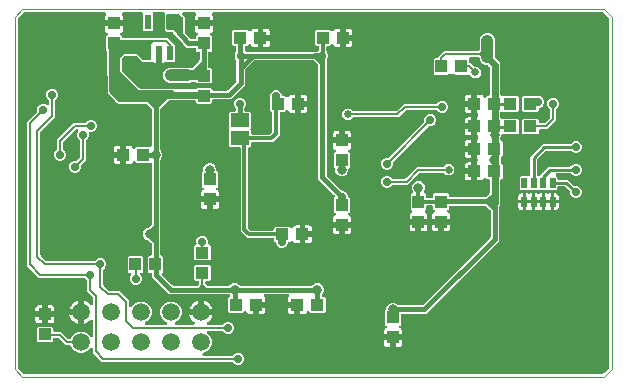
<source format=gbl>
G04 EAGLE Gerber RS-274X export*
G75*
%MOMM*%
%FSLAX34Y34*%
%LPD*%
%INunten Kupfer*%
%IPPOS*%
%AMOC8*
5,1,8,0,0,1.08239X$1,22.5*%
G01*
%ADD10C,0.000000*%
%ADD11R,1.000000X1.100000*%
%ADD12R,1.100000X1.000000*%
%ADD13R,0.500000X0.900000*%
%ADD14R,0.550000X1.200000*%
%ADD15C,1.508000*%
%ADD16R,1.600200X1.168400*%
%ADD17C,0.804800*%
%ADD18C,0.704800*%
%ADD19C,0.508000*%
%ADD20C,1.016000*%
%ADD21C,0.609600*%
%ADD22C,0.406400*%
%ADD23C,0.203200*%
%ADD24C,0.800000*%
%ADD25C,0.812800*%
%ADD26C,0.304800*%
%ADD27C,0.254000*%
%ADD28C,0.654800*%

G36*
X497630Y2553D02*
X497630Y2553D01*
X497729Y2556D01*
X497787Y2573D01*
X497847Y2581D01*
X497939Y2617D01*
X498035Y2645D01*
X498087Y2675D01*
X498143Y2698D01*
X498223Y2756D01*
X498308Y2806D01*
X498384Y2872D01*
X498400Y2884D01*
X498408Y2894D01*
X498429Y2912D01*
X502548Y7031D01*
X502608Y7109D01*
X502676Y7181D01*
X502705Y7234D01*
X502742Y7282D01*
X502782Y7373D01*
X502830Y7460D01*
X502845Y7518D01*
X502869Y7574D01*
X502884Y7672D01*
X502909Y7767D01*
X502915Y7868D01*
X502919Y7888D01*
X502917Y7900D01*
X502919Y7928D01*
X502919Y303222D01*
X502907Y303320D01*
X502904Y303419D01*
X502887Y303477D01*
X502879Y303537D01*
X502843Y303629D01*
X502815Y303725D01*
X502785Y303777D01*
X502762Y303833D01*
X502704Y303913D01*
X502654Y303998D01*
X502588Y304074D01*
X502576Y304090D01*
X502566Y304098D01*
X502548Y304119D01*
X498429Y308238D01*
X498351Y308298D01*
X498279Y308366D01*
X498226Y308395D01*
X498178Y308432D01*
X498087Y308472D01*
X498000Y308520D01*
X497942Y308535D01*
X497886Y308559D01*
X497788Y308574D01*
X497693Y308599D01*
X497592Y308605D01*
X497572Y308609D01*
X497560Y308607D01*
X497532Y308609D01*
X167898Y308609D01*
X167760Y308592D01*
X167622Y308579D01*
X167603Y308572D01*
X167583Y308569D01*
X167453Y308518D01*
X167322Y308471D01*
X167306Y308460D01*
X167287Y308452D01*
X167174Y308371D01*
X167059Y308293D01*
X167046Y308277D01*
X167030Y308266D01*
X166941Y308158D01*
X166849Y308054D01*
X166840Y308036D01*
X166827Y308021D01*
X166767Y307895D01*
X166704Y307771D01*
X166700Y307751D01*
X166691Y307733D01*
X166665Y307596D01*
X166635Y307461D01*
X166635Y307440D01*
X166631Y307421D01*
X166640Y307282D01*
X166644Y307143D01*
X166650Y307123D01*
X166651Y307103D01*
X166694Y306971D01*
X166733Y306837D01*
X166743Y306820D01*
X166749Y306801D01*
X166824Y306683D01*
X166894Y306563D01*
X166913Y306542D01*
X166919Y306532D01*
X166934Y306518D01*
X167001Y306442D01*
X167053Y306390D01*
X167388Y305811D01*
X167561Y305164D01*
X167561Y301829D01*
X161250Y301829D01*
X161132Y301814D01*
X161013Y301807D01*
X160975Y301794D01*
X160935Y301789D01*
X160824Y301746D01*
X160711Y301709D01*
X160677Y301687D01*
X160639Y301672D01*
X160543Y301603D01*
X160442Y301539D01*
X160414Y301509D01*
X160382Y301486D01*
X160306Y301394D01*
X160224Y301307D01*
X160205Y301272D01*
X160179Y301241D01*
X160128Y301133D01*
X160071Y301029D01*
X160061Y300989D01*
X160043Y300953D01*
X160023Y300846D01*
X160019Y300876D01*
X159975Y300986D01*
X159939Y301099D01*
X159917Y301134D01*
X159902Y301171D01*
X159832Y301267D01*
X159769Y301368D01*
X159739Y301396D01*
X159715Y301429D01*
X159624Y301505D01*
X159537Y301586D01*
X159502Y301606D01*
X159470Y301631D01*
X159363Y301682D01*
X159258Y301740D01*
X159219Y301750D01*
X159183Y301767D01*
X159066Y301789D01*
X158950Y301819D01*
X158890Y301823D01*
X158870Y301827D01*
X158850Y301825D01*
X158790Y301829D01*
X152479Y301829D01*
X152479Y305164D01*
X152652Y305811D01*
X152987Y306390D01*
X153039Y306442D01*
X153124Y306552D01*
X153213Y306659D01*
X153222Y306678D01*
X153234Y306694D01*
X153290Y306822D01*
X153349Y306947D01*
X153353Y306967D01*
X153361Y306986D01*
X153383Y307123D01*
X153409Y307260D01*
X153407Y307280D01*
X153411Y307300D01*
X153398Y307438D01*
X153389Y307577D01*
X153383Y307596D01*
X153381Y307616D01*
X153334Y307747D01*
X153291Y307879D01*
X153280Y307896D01*
X153273Y307916D01*
X153195Y308031D01*
X153121Y308148D01*
X153106Y308162D01*
X153095Y308179D01*
X152990Y308271D01*
X152889Y308366D01*
X152871Y308376D01*
X152856Y308389D01*
X152732Y308453D01*
X152611Y308520D01*
X152591Y308525D01*
X152573Y308534D01*
X152437Y308564D01*
X152303Y308599D01*
X152275Y308601D01*
X152263Y308604D01*
X152242Y308603D01*
X152142Y308609D01*
X142907Y308609D01*
X142770Y308592D01*
X142631Y308579D01*
X142612Y308572D01*
X142592Y308569D01*
X142463Y308518D01*
X142332Y308471D01*
X142315Y308460D01*
X142296Y308452D01*
X142184Y308371D01*
X142069Y308293D01*
X142055Y308277D01*
X142039Y308266D01*
X141950Y308158D01*
X141858Y308054D01*
X141849Y308036D01*
X141836Y308021D01*
X141777Y307895D01*
X141713Y307771D01*
X141709Y307751D01*
X141700Y307733D01*
X141674Y307597D01*
X141644Y307461D01*
X141644Y307440D01*
X141641Y307421D01*
X141649Y307282D01*
X141653Y307143D01*
X141659Y307123D01*
X141660Y307103D01*
X141703Y306971D01*
X141742Y306837D01*
X141752Y306820D01*
X141758Y306801D01*
X141833Y306683D01*
X141903Y306563D01*
X141922Y306542D01*
X141929Y306532D01*
X141944Y306518D01*
X142010Y306443D01*
X143765Y304688D01*
X143765Y291543D01*
X143771Y291493D01*
X143769Y291443D01*
X143791Y291336D01*
X143805Y291227D01*
X143823Y291181D01*
X143833Y291131D01*
X143881Y291033D01*
X143922Y290932D01*
X143951Y290891D01*
X143973Y290846D01*
X144070Y290717D01*
X147827Y286330D01*
X147936Y286231D01*
X148044Y286130D01*
X148054Y286124D01*
X148062Y286117D01*
X148193Y286048D01*
X148322Y285976D01*
X148333Y285974D01*
X148344Y285968D01*
X148487Y285934D01*
X148630Y285897D01*
X148646Y285896D01*
X148653Y285894D01*
X148668Y285895D01*
X148791Y285887D01*
X152226Y285887D01*
X152344Y285902D01*
X152463Y285909D01*
X152501Y285922D01*
X152542Y285927D01*
X152652Y285970D01*
X152765Y286007D01*
X152800Y286029D01*
X152837Y286044D01*
X152933Y286113D01*
X153034Y286177D01*
X153062Y286207D01*
X153095Y286230D01*
X153171Y286322D01*
X153252Y286409D01*
X153272Y286444D01*
X153297Y286475D01*
X153348Y286583D01*
X153406Y286687D01*
X153416Y286727D01*
X153433Y286763D01*
X153455Y286880D01*
X153485Y286995D01*
X153489Y287055D01*
X153493Y287075D01*
X153491Y287096D01*
X153495Y287156D01*
X153495Y288462D01*
X154427Y289394D01*
X154504Y289493D01*
X154586Y289588D01*
X154601Y289618D01*
X154622Y289645D01*
X154672Y289760D01*
X154728Y289873D01*
X154735Y289906D01*
X154749Y289937D01*
X154768Y290061D01*
X154794Y290184D01*
X154793Y290217D01*
X154798Y290251D01*
X154787Y290376D01*
X154781Y290502D01*
X154772Y290534D01*
X154769Y290567D01*
X154726Y290686D01*
X154690Y290806D01*
X154672Y290835D01*
X154661Y290867D01*
X154590Y290971D01*
X154525Y291078D01*
X154501Y291102D01*
X154482Y291130D01*
X154388Y291213D01*
X154298Y291301D01*
X154258Y291328D01*
X154244Y291340D01*
X154225Y291350D01*
X154164Y291390D01*
X153460Y291797D01*
X152987Y292270D01*
X152652Y292849D01*
X152479Y293496D01*
X152479Y296831D01*
X158790Y296831D01*
X158908Y296846D01*
X159027Y296853D01*
X159065Y296865D01*
X159105Y296871D01*
X159216Y296914D01*
X159329Y296951D01*
X159363Y296973D01*
X159401Y296988D01*
X159497Y297057D01*
X159598Y297121D01*
X159626Y297151D01*
X159658Y297174D01*
X159734Y297266D01*
X159816Y297353D01*
X159835Y297388D01*
X159861Y297419D01*
X159912Y297527D01*
X159969Y297631D01*
X159979Y297671D01*
X159997Y297707D01*
X160017Y297814D01*
X160021Y297784D01*
X160065Y297674D01*
X160101Y297561D01*
X160123Y297526D01*
X160138Y297489D01*
X160208Y297392D01*
X160271Y297292D01*
X160301Y297264D01*
X160325Y297231D01*
X160416Y297155D01*
X160503Y297074D01*
X160538Y297054D01*
X160570Y297029D01*
X160677Y296978D01*
X160782Y296920D01*
X160821Y296910D01*
X160857Y296893D01*
X160974Y296871D01*
X161090Y296841D01*
X161150Y296837D01*
X161170Y296833D01*
X161190Y296835D01*
X161250Y296831D01*
X167561Y296831D01*
X167561Y293496D01*
X167388Y292849D01*
X167053Y292270D01*
X166580Y291797D01*
X165876Y291390D01*
X165776Y291314D01*
X165672Y291244D01*
X165649Y291218D01*
X165622Y291198D01*
X165544Y291099D01*
X165461Y291005D01*
X165446Y290975D01*
X165425Y290949D01*
X165374Y290834D01*
X165316Y290722D01*
X165309Y290689D01*
X165295Y290658D01*
X165274Y290534D01*
X165247Y290412D01*
X165248Y290378D01*
X165242Y290345D01*
X165253Y290219D01*
X165256Y290094D01*
X165266Y290061D01*
X165269Y290028D01*
X165310Y289909D01*
X165345Y289788D01*
X165362Y289759D01*
X165373Y289727D01*
X165442Y289623D01*
X165506Y289514D01*
X165539Y289478D01*
X165549Y289462D01*
X165565Y289448D01*
X165613Y289394D01*
X166545Y288462D01*
X166545Y276198D01*
X165652Y275305D01*
X164846Y275305D01*
X164728Y275290D01*
X164609Y275283D01*
X164571Y275270D01*
X164530Y275265D01*
X164420Y275222D01*
X164307Y275185D01*
X164272Y275163D01*
X164235Y275148D01*
X164139Y275079D01*
X164038Y275015D01*
X164010Y274985D01*
X163977Y274962D01*
X163901Y274870D01*
X163820Y274783D01*
X163800Y274748D01*
X163775Y274717D01*
X163724Y274609D01*
X163666Y274505D01*
X163656Y274465D01*
X163639Y274429D01*
X163617Y274312D01*
X163587Y274197D01*
X163583Y274137D01*
X163579Y274117D01*
X163581Y274096D01*
X163577Y274036D01*
X163577Y262674D01*
X163592Y262556D01*
X163599Y262437D01*
X163612Y262399D01*
X163617Y262358D01*
X163660Y262248D01*
X163697Y262135D01*
X163719Y262100D01*
X163734Y262063D01*
X163803Y261967D01*
X163867Y261866D01*
X163897Y261838D01*
X163920Y261805D01*
X164012Y261729D01*
X164099Y261648D01*
X164134Y261628D01*
X164165Y261603D01*
X164273Y261552D01*
X164377Y261494D01*
X164417Y261484D01*
X164453Y261467D01*
X164570Y261445D01*
X164685Y261415D01*
X164745Y261411D01*
X164765Y261407D01*
X164786Y261409D01*
X164846Y261405D01*
X166152Y261405D01*
X167045Y260512D01*
X167045Y249248D01*
X166152Y248355D01*
X153888Y248355D01*
X152934Y249310D01*
X152856Y249370D01*
X152784Y249438D01*
X152731Y249467D01*
X152683Y249504D01*
X152592Y249544D01*
X152505Y249592D01*
X152447Y249607D01*
X152391Y249631D01*
X152293Y249646D01*
X152197Y249671D01*
X152097Y249677D01*
X152077Y249681D01*
X152065Y249679D01*
X152037Y249681D01*
X150069Y249681D01*
X150060Y249680D01*
X150051Y249681D01*
X149902Y249660D01*
X149754Y249641D01*
X149745Y249638D01*
X149736Y249637D01*
X149583Y249585D01*
X147364Y248665D01*
X130766Y248665D01*
X128339Y249671D01*
X126481Y251529D01*
X125475Y253956D01*
X125475Y256584D01*
X126481Y259011D01*
X128339Y260869D01*
X130766Y261875D01*
X147364Y261875D01*
X148561Y261379D01*
X148589Y261371D01*
X148616Y261358D01*
X148742Y261329D01*
X148868Y261295D01*
X148897Y261294D01*
X148926Y261288D01*
X149056Y261292D01*
X149186Y261290D01*
X149214Y261297D01*
X149244Y261298D01*
X149368Y261334D01*
X149495Y261364D01*
X149521Y261378D01*
X149549Y261386D01*
X149661Y261452D01*
X149776Y261513D01*
X149798Y261533D01*
X149823Y261548D01*
X149944Y261654D01*
X156092Y267801D01*
X156152Y267880D01*
X156220Y267952D01*
X156249Y268005D01*
X156286Y268053D01*
X156326Y268144D01*
X156374Y268230D01*
X156389Y268289D01*
X156413Y268345D01*
X156428Y268443D01*
X156453Y268538D01*
X156459Y268638D01*
X156463Y268659D01*
X156461Y268671D01*
X156463Y268699D01*
X156463Y274036D01*
X156448Y274154D01*
X156441Y274273D01*
X156428Y274311D01*
X156423Y274352D01*
X156380Y274462D01*
X156343Y274575D01*
X156321Y274610D01*
X156306Y274647D01*
X156237Y274743D01*
X156173Y274844D01*
X156143Y274872D01*
X156120Y274905D01*
X156028Y274981D01*
X155941Y275062D01*
X155906Y275082D01*
X155875Y275107D01*
X155767Y275158D01*
X155663Y275216D01*
X155623Y275226D01*
X155587Y275243D01*
X155470Y275265D01*
X155355Y275295D01*
X155295Y275299D01*
X155275Y275303D01*
X155254Y275301D01*
X155194Y275305D01*
X154388Y275305D01*
X153495Y276198D01*
X153495Y277504D01*
X153480Y277622D01*
X153473Y277741D01*
X153460Y277779D01*
X153455Y277820D01*
X153412Y277930D01*
X153375Y278043D01*
X153353Y278078D01*
X153338Y278115D01*
X153269Y278211D01*
X153205Y278312D01*
X153175Y278340D01*
X153152Y278373D01*
X153060Y278449D01*
X152973Y278530D01*
X152938Y278550D01*
X152907Y278575D01*
X152799Y278626D01*
X152695Y278684D01*
X152655Y278694D01*
X152619Y278711D01*
X152502Y278733D01*
X152387Y278763D01*
X152327Y278767D01*
X152307Y278771D01*
X152286Y278769D01*
X152226Y278773D01*
X148354Y278773D01*
X148304Y278767D01*
X148254Y278769D01*
X148147Y278747D01*
X148039Y278733D01*
X147992Y278715D01*
X147943Y278705D01*
X147858Y278663D01*
X146482Y278769D01*
X146460Y278768D01*
X146384Y278773D01*
X145012Y278773D01*
X144977Y278796D01*
X144888Y278827D01*
X143990Y279875D01*
X143974Y279890D01*
X143923Y279947D01*
X142953Y280917D01*
X142945Y280957D01*
X142897Y281056D01*
X142856Y281157D01*
X142827Y281198D01*
X142805Y281243D01*
X142708Y281372D01*
X134118Y291402D01*
X134009Y291501D01*
X133901Y291602D01*
X133891Y291608D01*
X133883Y291615D01*
X133752Y291684D01*
X133623Y291756D01*
X133612Y291758D01*
X133601Y291764D01*
X133458Y291798D01*
X133315Y291835D01*
X133299Y291836D01*
X133292Y291838D01*
X133277Y291837D01*
X133154Y291845D01*
X128382Y291845D01*
X126745Y293482D01*
X126745Y307340D01*
X126730Y307458D01*
X126723Y307577D01*
X126710Y307615D01*
X126705Y307656D01*
X126662Y307766D01*
X126625Y307879D01*
X126603Y307914D01*
X126588Y307951D01*
X126519Y308047D01*
X126455Y308148D01*
X126425Y308176D01*
X126402Y308209D01*
X126310Y308285D01*
X126223Y308366D01*
X126188Y308386D01*
X126157Y308411D01*
X126049Y308462D01*
X125945Y308520D01*
X125905Y308530D01*
X125869Y308547D01*
X125752Y308569D01*
X125637Y308599D01*
X125577Y308603D01*
X125557Y308607D01*
X125536Y308605D01*
X125476Y308609D01*
X117801Y308609D01*
X117664Y308592D01*
X117525Y308579D01*
X117506Y308572D01*
X117486Y308569D01*
X117357Y308518D01*
X117226Y308471D01*
X117209Y308460D01*
X117190Y308452D01*
X117078Y308371D01*
X116962Y308293D01*
X116949Y308277D01*
X116933Y308266D01*
X116844Y308158D01*
X116752Y308054D01*
X116743Y308036D01*
X116730Y308021D01*
X116671Y307895D01*
X116607Y307771D01*
X116603Y307751D01*
X116594Y307733D01*
X116568Y307596D01*
X116538Y307461D01*
X116538Y307440D01*
X116535Y307421D01*
X116543Y307282D01*
X116547Y307143D01*
X116553Y307123D01*
X116554Y307103D01*
X116597Y306971D01*
X116636Y306837D01*
X116646Y306820D01*
X116652Y306801D01*
X116695Y306734D01*
X116695Y293388D01*
X115802Y292495D01*
X109038Y292495D01*
X108145Y293388D01*
X108145Y306726D01*
X108187Y306822D01*
X108246Y306947D01*
X108249Y306967D01*
X108257Y306986D01*
X108279Y307123D01*
X108305Y307260D01*
X108304Y307280D01*
X108307Y307300D01*
X108294Y307438D01*
X108286Y307577D01*
X108279Y307596D01*
X108278Y307616D01*
X108230Y307747D01*
X108188Y307879D01*
X108177Y307896D01*
X108170Y307916D01*
X108092Y308031D01*
X108017Y308148D01*
X108003Y308162D01*
X107991Y308179D01*
X107887Y308271D01*
X107786Y308366D01*
X107768Y308376D01*
X107753Y308389D01*
X107629Y308453D01*
X107507Y308520D01*
X107488Y308525D01*
X107470Y308534D01*
X107334Y308564D01*
X107199Y308599D01*
X107172Y308601D01*
X107160Y308604D01*
X107139Y308603D01*
X107039Y308609D01*
X91698Y308609D01*
X91560Y308592D01*
X91422Y308579D01*
X91403Y308572D01*
X91383Y308569D01*
X91253Y308518D01*
X91122Y308471D01*
X91106Y308460D01*
X91087Y308452D01*
X90974Y308371D01*
X90859Y308293D01*
X90846Y308277D01*
X90830Y308266D01*
X90741Y308158D01*
X90649Y308054D01*
X90640Y308036D01*
X90627Y308021D01*
X90567Y307895D01*
X90504Y307771D01*
X90500Y307751D01*
X90491Y307733D01*
X90465Y307596D01*
X90435Y307461D01*
X90435Y307440D01*
X90431Y307421D01*
X90440Y307282D01*
X90444Y307143D01*
X90450Y307123D01*
X90451Y307103D01*
X90494Y306971D01*
X90533Y306837D01*
X90543Y306820D01*
X90549Y306801D01*
X90624Y306683D01*
X90694Y306563D01*
X90713Y306542D01*
X90719Y306532D01*
X90734Y306518D01*
X90801Y306442D01*
X90853Y306390D01*
X91188Y305811D01*
X91361Y305164D01*
X91361Y301829D01*
X85050Y301829D01*
X84932Y301814D01*
X84813Y301807D01*
X84775Y301794D01*
X84735Y301789D01*
X84624Y301746D01*
X84511Y301709D01*
X84477Y301687D01*
X84439Y301672D01*
X84343Y301603D01*
X84242Y301539D01*
X84214Y301509D01*
X84182Y301486D01*
X84106Y301394D01*
X84024Y301307D01*
X84005Y301272D01*
X83979Y301241D01*
X83928Y301133D01*
X83871Y301029D01*
X83861Y300989D01*
X83843Y300953D01*
X83823Y300846D01*
X83819Y300876D01*
X83775Y300986D01*
X83739Y301099D01*
X83717Y301134D01*
X83702Y301171D01*
X83632Y301267D01*
X83569Y301368D01*
X83539Y301396D01*
X83515Y301429D01*
X83424Y301505D01*
X83337Y301586D01*
X83302Y301606D01*
X83270Y301631D01*
X83163Y301682D01*
X83058Y301740D01*
X83019Y301750D01*
X82983Y301767D01*
X82866Y301789D01*
X82750Y301819D01*
X82690Y301823D01*
X82670Y301827D01*
X82650Y301825D01*
X82590Y301829D01*
X76279Y301829D01*
X76279Y305164D01*
X76452Y305811D01*
X76787Y306390D01*
X76839Y306442D01*
X76924Y306552D01*
X77013Y306659D01*
X77022Y306678D01*
X77034Y306694D01*
X77090Y306822D01*
X77149Y306947D01*
X77153Y306967D01*
X77161Y306986D01*
X77183Y307123D01*
X77209Y307260D01*
X77207Y307280D01*
X77211Y307300D01*
X77198Y307438D01*
X77189Y307577D01*
X77183Y307596D01*
X77181Y307616D01*
X77134Y307747D01*
X77091Y307879D01*
X77080Y307896D01*
X77073Y307916D01*
X76995Y308031D01*
X76921Y308148D01*
X76906Y308162D01*
X76895Y308179D01*
X76790Y308271D01*
X76689Y308366D01*
X76671Y308376D01*
X76656Y308389D01*
X76532Y308453D01*
X76411Y308520D01*
X76391Y308525D01*
X76373Y308534D01*
X76237Y308564D01*
X76103Y308599D01*
X76075Y308601D01*
X76063Y308604D01*
X76042Y308603D01*
X75942Y308609D01*
X7928Y308609D01*
X7830Y308597D01*
X7731Y308594D01*
X7673Y308577D01*
X7613Y308569D01*
X7521Y308533D01*
X7425Y308505D01*
X7373Y308475D01*
X7317Y308452D01*
X7237Y308394D01*
X7152Y308344D01*
X7076Y308278D01*
X7060Y308266D01*
X7052Y308256D01*
X7031Y308238D01*
X2912Y304119D01*
X2852Y304041D01*
X2784Y303969D01*
X2755Y303916D01*
X2718Y303868D01*
X2678Y303777D01*
X2630Y303690D01*
X2615Y303632D01*
X2591Y303576D01*
X2576Y303478D01*
X2551Y303383D01*
X2545Y303282D01*
X2541Y303262D01*
X2543Y303250D01*
X2541Y303222D01*
X2541Y7928D01*
X2553Y7830D01*
X2556Y7731D01*
X2573Y7673D01*
X2581Y7613D01*
X2617Y7521D01*
X2645Y7425D01*
X2675Y7373D01*
X2698Y7317D01*
X2756Y7237D01*
X2806Y7152D01*
X2872Y7076D01*
X2884Y7060D01*
X2894Y7052D01*
X2912Y7031D01*
X7031Y2912D01*
X7109Y2852D01*
X7181Y2784D01*
X7234Y2755D01*
X7282Y2718D01*
X7373Y2678D01*
X7460Y2630D01*
X7518Y2615D01*
X7574Y2591D01*
X7672Y2576D01*
X7767Y2551D01*
X7868Y2545D01*
X7888Y2541D01*
X7900Y2543D01*
X7928Y2541D01*
X497532Y2541D01*
X497630Y2553D01*
G37*
%LPC*%
G36*
X198246Y53419D02*
X198246Y53419D01*
X197599Y53592D01*
X197020Y53927D01*
X196547Y54400D01*
X196140Y55104D01*
X196064Y55204D01*
X195994Y55308D01*
X195968Y55331D01*
X195948Y55358D01*
X195849Y55436D01*
X195755Y55519D01*
X195725Y55534D01*
X195699Y55555D01*
X195584Y55606D01*
X195472Y55664D01*
X195439Y55671D01*
X195408Y55685D01*
X195284Y55706D01*
X195162Y55733D01*
X195128Y55732D01*
X195095Y55738D01*
X194969Y55727D01*
X194844Y55724D01*
X194811Y55714D01*
X194778Y55711D01*
X194659Y55670D01*
X194538Y55635D01*
X194509Y55618D01*
X194477Y55607D01*
X194373Y55538D01*
X194264Y55474D01*
X194228Y55441D01*
X194212Y55431D01*
X194198Y55415D01*
X194144Y55367D01*
X193212Y54435D01*
X180948Y54435D01*
X180055Y55328D01*
X180055Y66592D01*
X180948Y67485D01*
X181102Y67485D01*
X181220Y67500D01*
X181339Y67507D01*
X181377Y67520D01*
X181418Y67525D01*
X181528Y67568D01*
X181641Y67605D01*
X181676Y67627D01*
X181713Y67642D01*
X181809Y67711D01*
X181910Y67775D01*
X181938Y67805D01*
X181971Y67828D01*
X182047Y67920D01*
X182128Y68007D01*
X182148Y68042D01*
X182173Y68073D01*
X182224Y68181D01*
X182282Y68285D01*
X182292Y68325D01*
X182309Y68361D01*
X182331Y68478D01*
X182361Y68593D01*
X182365Y68653D01*
X182369Y68673D01*
X182367Y68694D01*
X182371Y68754D01*
X182371Y68834D01*
X182356Y68952D01*
X182349Y69071D01*
X182336Y69109D01*
X182331Y69150D01*
X182288Y69260D01*
X182251Y69373D01*
X182229Y69408D01*
X182214Y69445D01*
X182145Y69541D01*
X182081Y69642D01*
X182051Y69670D01*
X182028Y69703D01*
X181936Y69779D01*
X181849Y69860D01*
X181814Y69880D01*
X181783Y69905D01*
X181675Y69956D01*
X181571Y70014D01*
X181531Y70024D01*
X181495Y70041D01*
X181378Y70063D01*
X181263Y70093D01*
X181203Y70097D01*
X181183Y70101D01*
X181162Y70099D01*
X181102Y70103D01*
X130607Y70103D01*
X115823Y84887D01*
X115823Y86956D01*
X115808Y87074D01*
X115801Y87193D01*
X115788Y87231D01*
X115783Y87272D01*
X115740Y87382D01*
X115703Y87495D01*
X115681Y87530D01*
X115666Y87567D01*
X115597Y87663D01*
X115533Y87764D01*
X115503Y87792D01*
X115480Y87825D01*
X115388Y87901D01*
X115301Y87982D01*
X115266Y88002D01*
X115235Y88027D01*
X115127Y88078D01*
X115023Y88136D01*
X114983Y88146D01*
X114947Y88163D01*
X114830Y88185D01*
X114715Y88215D01*
X114655Y88219D01*
X114635Y88223D01*
X114614Y88221D01*
X114554Y88225D01*
X113358Y88225D01*
X112465Y89118D01*
X112465Y101382D01*
X113358Y102275D01*
X114554Y102275D01*
X114672Y102290D01*
X114791Y102297D01*
X114829Y102310D01*
X114870Y102315D01*
X114980Y102358D01*
X115093Y102395D01*
X115128Y102417D01*
X115165Y102432D01*
X115261Y102501D01*
X115362Y102565D01*
X115390Y102595D01*
X115423Y102618D01*
X115499Y102710D01*
X115580Y102797D01*
X115600Y102832D01*
X115625Y102863D01*
X115676Y102971D01*
X115734Y103075D01*
X115744Y103115D01*
X115761Y103151D01*
X115783Y103268D01*
X115813Y103383D01*
X115817Y103443D01*
X115821Y103463D01*
X115819Y103484D01*
X115823Y103544D01*
X115823Y112301D01*
X115811Y112399D01*
X115808Y112498D01*
X115791Y112556D01*
X115783Y112617D01*
X115747Y112709D01*
X115719Y112804D01*
X115689Y112856D01*
X115666Y112912D01*
X115608Y112992D01*
X115558Y113078D01*
X115492Y113153D01*
X115480Y113170D01*
X115470Y113177D01*
X115452Y113199D01*
X113499Y115151D01*
X113491Y115157D01*
X113485Y115164D01*
X113408Y115223D01*
X113367Y115261D01*
X113334Y115279D01*
X113247Y115346D01*
X113239Y115350D01*
X113231Y115356D01*
X113087Y115427D01*
X111171Y116220D01*
X109616Y117775D01*
X108775Y119805D01*
X108775Y122003D01*
X109616Y124033D01*
X111171Y125588D01*
X113087Y126381D01*
X113095Y126386D01*
X113104Y126389D01*
X113233Y126465D01*
X113363Y126539D01*
X113370Y126545D01*
X113378Y126550D01*
X113499Y126657D01*
X115452Y128609D01*
X115512Y128688D01*
X115580Y128760D01*
X115609Y128813D01*
X115646Y128861D01*
X115686Y128952D01*
X115734Y129038D01*
X115749Y129097D01*
X115773Y129153D01*
X115788Y129251D01*
X115813Y129346D01*
X115819Y129446D01*
X115823Y129467D01*
X115821Y129479D01*
X115823Y129507D01*
X115823Y180166D01*
X115808Y180284D01*
X115801Y180403D01*
X115788Y180441D01*
X115783Y180482D01*
X115740Y180592D01*
X115703Y180705D01*
X115681Y180740D01*
X115666Y180777D01*
X115597Y180873D01*
X115533Y180974D01*
X115503Y181002D01*
X115480Y181035D01*
X115388Y181111D01*
X115301Y181192D01*
X115266Y181212D01*
X115235Y181237D01*
X115127Y181288D01*
X115023Y181346D01*
X114983Y181356D01*
X114947Y181373D01*
X114830Y181395D01*
X114715Y181425D01*
X114655Y181429D01*
X114635Y181433D01*
X114614Y181431D01*
X114554Y181435D01*
X102698Y181435D01*
X101766Y182367D01*
X101667Y182444D01*
X101572Y182526D01*
X101542Y182541D01*
X101515Y182562D01*
X101400Y182612D01*
X101287Y182668D01*
X101254Y182675D01*
X101223Y182689D01*
X101099Y182708D01*
X100976Y182734D01*
X100943Y182733D01*
X100909Y182738D01*
X100784Y182727D01*
X100658Y182721D01*
X100626Y182712D01*
X100593Y182709D01*
X100474Y182666D01*
X100354Y182630D01*
X100325Y182612D01*
X100293Y182601D01*
X100189Y182530D01*
X100082Y182465D01*
X100058Y182441D01*
X100030Y182422D01*
X99947Y182328D01*
X99859Y182238D01*
X99832Y182198D01*
X99820Y182184D01*
X99810Y182165D01*
X99770Y182104D01*
X99363Y181400D01*
X98890Y180927D01*
X98311Y180592D01*
X97664Y180419D01*
X94329Y180419D01*
X94329Y186730D01*
X94314Y186848D01*
X94307Y186967D01*
X94294Y187005D01*
X94289Y187045D01*
X94246Y187156D01*
X94209Y187269D01*
X94187Y187303D01*
X94172Y187341D01*
X94103Y187437D01*
X94039Y187538D01*
X94009Y187566D01*
X93986Y187598D01*
X93894Y187674D01*
X93807Y187756D01*
X93772Y187775D01*
X93741Y187801D01*
X93633Y187852D01*
X93529Y187909D01*
X93489Y187919D01*
X93453Y187937D01*
X93346Y187957D01*
X93376Y187961D01*
X93486Y188005D01*
X93599Y188041D01*
X93634Y188063D01*
X93671Y188078D01*
X93767Y188148D01*
X93868Y188211D01*
X93896Y188241D01*
X93929Y188265D01*
X94005Y188356D01*
X94086Y188443D01*
X94106Y188478D01*
X94131Y188510D01*
X94182Y188617D01*
X94240Y188722D01*
X94250Y188761D01*
X94267Y188797D01*
X94289Y188914D01*
X94319Y189030D01*
X94323Y189090D01*
X94327Y189110D01*
X94325Y189130D01*
X94329Y189190D01*
X94329Y195501D01*
X97664Y195501D01*
X98311Y195328D01*
X98890Y194993D01*
X99363Y194520D01*
X99770Y193816D01*
X99846Y193716D01*
X99916Y193612D01*
X99942Y193589D01*
X99962Y193562D01*
X100061Y193484D01*
X100155Y193401D01*
X100185Y193386D01*
X100211Y193365D01*
X100326Y193314D01*
X100438Y193256D01*
X100471Y193249D01*
X100502Y193235D01*
X100626Y193214D01*
X100748Y193187D01*
X100782Y193188D01*
X100815Y193182D01*
X100941Y193193D01*
X101066Y193196D01*
X101099Y193206D01*
X101132Y193209D01*
X101251Y193250D01*
X101372Y193285D01*
X101401Y193302D01*
X101433Y193313D01*
X101537Y193382D01*
X101646Y193446D01*
X101682Y193479D01*
X101698Y193489D01*
X101712Y193505D01*
X101766Y193553D01*
X102698Y194485D01*
X114554Y194485D01*
X114672Y194500D01*
X114791Y194507D01*
X114829Y194520D01*
X114870Y194525D01*
X114980Y194568D01*
X115093Y194605D01*
X115128Y194627D01*
X115165Y194642D01*
X115261Y194711D01*
X115362Y194775D01*
X115390Y194805D01*
X115423Y194828D01*
X115499Y194920D01*
X115580Y195007D01*
X115600Y195042D01*
X115625Y195073D01*
X115676Y195181D01*
X115734Y195285D01*
X115744Y195325D01*
X115761Y195361D01*
X115783Y195478D01*
X115813Y195593D01*
X115817Y195653D01*
X115821Y195673D01*
X115819Y195694D01*
X115823Y195754D01*
X115823Y226409D01*
X115811Y226507D01*
X115808Y226606D01*
X115791Y226664D01*
X115783Y226724D01*
X115747Y226816D01*
X115719Y226911D01*
X115689Y226964D01*
X115666Y227020D01*
X115608Y227100D01*
X115558Y227185D01*
X115492Y227261D01*
X115480Y227277D01*
X115470Y227285D01*
X115452Y227306D01*
X112244Y230514D01*
X112166Y230574D01*
X112094Y230642D01*
X112041Y230671D01*
X111993Y230708D01*
X111902Y230748D01*
X111815Y230796D01*
X111757Y230811D01*
X111701Y230835D01*
X111603Y230850D01*
X111507Y230875D01*
X111407Y230881D01*
X111387Y230885D01*
X111375Y230883D01*
X111347Y230885D01*
X87742Y230885D01*
X87133Y231494D01*
X87126Y231500D01*
X87120Y231507D01*
X86999Y231598D01*
X86882Y231689D01*
X86874Y231693D01*
X86866Y231699D01*
X86722Y231770D01*
X86429Y231891D01*
X84571Y233749D01*
X84450Y234042D01*
X84445Y234050D01*
X84442Y234059D01*
X84434Y234072D01*
X84431Y234084D01*
X84386Y234154D01*
X84367Y234186D01*
X84292Y234318D01*
X84285Y234325D01*
X84281Y234332D01*
X84174Y234453D01*
X78485Y240142D01*
X78485Y254563D01*
X78484Y254572D01*
X78485Y254581D01*
X78464Y254730D01*
X78445Y254878D01*
X78442Y254887D01*
X78441Y254896D01*
X78389Y255048D01*
X78231Y255428D01*
X78231Y274737D01*
X78219Y274835D01*
X78216Y274934D01*
X78199Y274992D01*
X78191Y275052D01*
X78155Y275144D01*
X78127Y275239D01*
X78097Y275292D01*
X78074Y275348D01*
X78016Y275428D01*
X77966Y275513D01*
X77900Y275589D01*
X77888Y275605D01*
X77878Y275613D01*
X77859Y275634D01*
X77295Y276198D01*
X77295Y288462D01*
X78227Y289394D01*
X78304Y289493D01*
X78386Y289588D01*
X78401Y289618D01*
X78422Y289645D01*
X78472Y289760D01*
X78528Y289873D01*
X78535Y289906D01*
X78549Y289937D01*
X78568Y290061D01*
X78594Y290184D01*
X78593Y290217D01*
X78598Y290251D01*
X78587Y290376D01*
X78581Y290502D01*
X78572Y290534D01*
X78569Y290567D01*
X78526Y290686D01*
X78490Y290806D01*
X78472Y290835D01*
X78461Y290867D01*
X78390Y290971D01*
X78325Y291078D01*
X78301Y291102D01*
X78282Y291130D01*
X78188Y291213D01*
X78098Y291301D01*
X78058Y291328D01*
X78044Y291340D01*
X78025Y291350D01*
X77964Y291390D01*
X77260Y291797D01*
X76787Y292270D01*
X76452Y292849D01*
X76279Y293496D01*
X76279Y296831D01*
X82590Y296831D01*
X82708Y296846D01*
X82827Y296853D01*
X82865Y296865D01*
X82905Y296871D01*
X83016Y296914D01*
X83129Y296951D01*
X83163Y296973D01*
X83201Y296988D01*
X83297Y297057D01*
X83398Y297121D01*
X83426Y297151D01*
X83458Y297174D01*
X83534Y297266D01*
X83616Y297353D01*
X83635Y297388D01*
X83661Y297419D01*
X83712Y297527D01*
X83769Y297631D01*
X83779Y297671D01*
X83797Y297707D01*
X83817Y297814D01*
X83821Y297784D01*
X83865Y297674D01*
X83901Y297561D01*
X83923Y297526D01*
X83938Y297489D01*
X84008Y297392D01*
X84071Y297292D01*
X84101Y297264D01*
X84125Y297231D01*
X84216Y297155D01*
X84303Y297074D01*
X84338Y297054D01*
X84370Y297029D01*
X84477Y296978D01*
X84582Y296920D01*
X84621Y296910D01*
X84657Y296893D01*
X84774Y296871D01*
X84890Y296841D01*
X84950Y296837D01*
X84970Y296833D01*
X84990Y296835D01*
X85050Y296831D01*
X91361Y296831D01*
X91361Y293496D01*
X91188Y292849D01*
X90853Y292270D01*
X90380Y291797D01*
X89676Y291390D01*
X89576Y291314D01*
X89472Y291244D01*
X89449Y291218D01*
X89422Y291198D01*
X89344Y291099D01*
X89261Y291005D01*
X89246Y290975D01*
X89225Y290949D01*
X89174Y290834D01*
X89116Y290722D01*
X89109Y290689D01*
X89095Y290658D01*
X89074Y290534D01*
X89047Y290412D01*
X89048Y290378D01*
X89042Y290345D01*
X89053Y290219D01*
X89056Y290094D01*
X89066Y290061D01*
X89069Y290028D01*
X89110Y289909D01*
X89145Y289788D01*
X89162Y289759D01*
X89173Y289727D01*
X89242Y289623D01*
X89306Y289514D01*
X89339Y289478D01*
X89349Y289462D01*
X89365Y289448D01*
X89413Y289394D01*
X90345Y288462D01*
X90345Y288172D01*
X90360Y288054D01*
X90367Y287935D01*
X90380Y287897D01*
X90385Y287856D01*
X90428Y287746D01*
X90465Y287633D01*
X90487Y287598D01*
X90502Y287561D01*
X90571Y287465D01*
X90635Y287364D01*
X90665Y287336D01*
X90688Y287303D01*
X90780Y287227D01*
X90867Y287146D01*
X90902Y287126D01*
X90933Y287101D01*
X91041Y287050D01*
X91145Y286992D01*
X91185Y286982D01*
X91221Y286965D01*
X91338Y286943D01*
X91453Y286913D01*
X91513Y286909D01*
X91533Y286905D01*
X91554Y286907D01*
X91614Y286903D01*
X107896Y286903D01*
X107994Y286915D01*
X108093Y286918D01*
X108151Y286935D01*
X108211Y286943D01*
X108303Y286979D01*
X108399Y287007D01*
X108423Y287021D01*
X129322Y287021D01*
X134103Y282241D01*
X134103Y282240D01*
X134118Y282203D01*
X134187Y282107D01*
X134251Y282006D01*
X134281Y281978D01*
X134304Y281945D01*
X134396Y281869D01*
X134483Y281788D01*
X134518Y281768D01*
X134549Y281743D01*
X134652Y281694D01*
X135695Y280652D01*
X135695Y267388D01*
X134802Y266495D01*
X127915Y266495D01*
X127819Y266544D01*
X127780Y266553D01*
X127743Y266569D01*
X127625Y266588D01*
X127509Y266614D01*
X127469Y266613D01*
X127429Y266619D01*
X127310Y266608D01*
X127191Y266604D01*
X127152Y266593D01*
X127112Y266589D01*
X127000Y266549D01*
X126886Y266516D01*
X126851Y266495D01*
X126813Y266482D01*
X126714Y266415D01*
X126612Y266354D01*
X126567Y266314D01*
X126550Y266303D01*
X126536Y266288D01*
X126491Y266248D01*
X126230Y265987D01*
X125651Y265652D01*
X125004Y265479D01*
X123294Y265479D01*
X123294Y273915D01*
X123279Y274033D01*
X123272Y274152D01*
X123259Y274190D01*
X123254Y274230D01*
X123211Y274341D01*
X123174Y274454D01*
X123152Y274488D01*
X123137Y274526D01*
X123068Y274622D01*
X123004Y274723D01*
X122974Y274751D01*
X122951Y274783D01*
X122859Y274859D01*
X122772Y274941D01*
X122737Y274960D01*
X122706Y274986D01*
X122598Y275037D01*
X122494Y275094D01*
X122454Y275104D01*
X122418Y275122D01*
X122301Y275144D01*
X122186Y275174D01*
X122126Y275178D01*
X122106Y275181D01*
X122085Y275180D01*
X122025Y275184D01*
X121815Y275184D01*
X121697Y275169D01*
X121578Y275162D01*
X121540Y275149D01*
X121499Y275144D01*
X121389Y275100D01*
X121276Y275064D01*
X121241Y275042D01*
X121204Y275027D01*
X121107Y274957D01*
X121007Y274894D01*
X120979Y274864D01*
X120946Y274840D01*
X120870Y274749D01*
X120789Y274662D01*
X120769Y274627D01*
X120744Y274595D01*
X120693Y274488D01*
X120635Y274383D01*
X120625Y274344D01*
X120608Y274308D01*
X120586Y274191D01*
X120556Y274075D01*
X120552Y274015D01*
X120548Y273995D01*
X120550Y273975D01*
X120546Y273915D01*
X120546Y265479D01*
X118836Y265479D01*
X118189Y265652D01*
X117610Y265987D01*
X117349Y266248D01*
X117255Y266321D01*
X117166Y266400D01*
X117130Y266418D01*
X117098Y266443D01*
X116989Y266490D01*
X116883Y266544D01*
X116843Y266553D01*
X116806Y266569D01*
X116689Y266588D01*
X116572Y266614D01*
X116532Y266613D01*
X116492Y266619D01*
X116374Y266608D01*
X116254Y266604D01*
X116216Y266593D01*
X116175Y266589D01*
X116063Y266549D01*
X115949Y266516D01*
X115914Y266495D01*
X115876Y266482D01*
X115875Y266481D01*
X115836Y266480D01*
X115778Y266463D01*
X115718Y266455D01*
X115692Y266445D01*
X108062Y266445D01*
X103354Y271154D01*
X103276Y271214D01*
X103204Y271282D01*
X103151Y271311D01*
X103103Y271348D01*
X103012Y271388D01*
X102925Y271436D01*
X102867Y271451D01*
X102811Y271475D01*
X102713Y271490D01*
X102617Y271515D01*
X102517Y271521D01*
X102497Y271525D01*
X102485Y271523D01*
X102457Y271525D01*
X93123Y271525D01*
X93025Y271513D01*
X92926Y271510D01*
X92868Y271493D01*
X92808Y271485D01*
X92716Y271449D01*
X92621Y271421D01*
X92568Y271391D01*
X92512Y271368D01*
X92432Y271310D01*
X92347Y271260D01*
X92271Y271194D01*
X92255Y271182D01*
X92247Y271172D01*
X92226Y271154D01*
X90796Y269724D01*
X90736Y269646D01*
X90668Y269574D01*
X90639Y269521D01*
X90602Y269473D01*
X90562Y269382D01*
X90514Y269295D01*
X90499Y269237D01*
X90475Y269181D01*
X90460Y269083D01*
X90435Y268987D01*
X90429Y268887D01*
X90425Y268867D01*
X90427Y268855D01*
X90425Y268827D01*
X90425Y259493D01*
X90437Y259395D01*
X90440Y259296D01*
X90457Y259238D01*
X90465Y259178D01*
X90501Y259086D01*
X90529Y258991D01*
X90559Y258938D01*
X90582Y258882D01*
X90640Y258802D01*
X90690Y258717D01*
X90756Y258641D01*
X90768Y258625D01*
X90778Y258617D01*
X90796Y258596D01*
X93207Y256186D01*
X93214Y256180D01*
X93220Y256173D01*
X93339Y256083D01*
X93458Y255991D01*
X93466Y255987D01*
X93474Y255981D01*
X93618Y255911D01*
X93911Y255789D01*
X95769Y253931D01*
X95891Y253638D01*
X95895Y253630D01*
X95898Y253621D01*
X95974Y253492D01*
X96048Y253362D01*
X96054Y253356D01*
X96059Y253348D01*
X96166Y253227D01*
X104926Y244466D01*
X105004Y244406D01*
X105076Y244338D01*
X105129Y244309D01*
X105177Y244272D01*
X105268Y244232D01*
X105355Y244184D01*
X105413Y244169D01*
X105469Y244145D01*
X105567Y244130D01*
X105663Y244105D01*
X105763Y244099D01*
X105783Y244095D01*
X105795Y244097D01*
X105823Y244095D01*
X134508Y244095D01*
X134898Y243705D01*
X134976Y243644D01*
X135048Y243576D01*
X135101Y243547D01*
X135149Y243510D01*
X135240Y243470D01*
X135327Y243422D01*
X135385Y243407D01*
X135441Y243383D01*
X135539Y243368D01*
X135635Y243343D01*
X135735Y243337D01*
X135755Y243333D01*
X135767Y243335D01*
X135795Y243333D01*
X152291Y243333D01*
X152389Y243345D01*
X152488Y243348D01*
X152546Y243365D01*
X152606Y243373D01*
X152698Y243409D01*
X152793Y243437D01*
X152846Y243467D01*
X152902Y243490D01*
X152982Y243548D01*
X153067Y243598D01*
X153143Y243664D01*
X153159Y243676D01*
X153167Y243686D01*
X153188Y243705D01*
X153888Y244405D01*
X166152Y244405D01*
X167055Y243501D01*
X167060Y243468D01*
X167067Y243349D01*
X167080Y243311D01*
X167085Y243270D01*
X167128Y243160D01*
X167165Y243047D01*
X167187Y243012D01*
X167202Y242975D01*
X167271Y242879D01*
X167335Y242778D01*
X167365Y242750D01*
X167388Y242717D01*
X167480Y242641D01*
X167567Y242560D01*
X167602Y242540D01*
X167633Y242515D01*
X167741Y242464D01*
X167845Y242406D01*
X167885Y242396D01*
X167921Y242379D01*
X168038Y242357D01*
X168153Y242327D01*
X168213Y242323D01*
X168233Y242319D01*
X168254Y242321D01*
X168314Y242317D01*
X179357Y242317D01*
X179455Y242329D01*
X179554Y242332D01*
X179612Y242349D01*
X179673Y242357D01*
X179765Y242393D01*
X179860Y242421D01*
X179912Y242451D01*
X179968Y242474D01*
X180048Y242532D01*
X180134Y242582D01*
X180209Y242648D01*
X180226Y242660D01*
X180233Y242670D01*
X180255Y242688D01*
X187080Y249513D01*
X187140Y249592D01*
X187208Y249664D01*
X187237Y249717D01*
X187274Y249765D01*
X187314Y249856D01*
X187362Y249942D01*
X187377Y250001D01*
X187401Y250057D01*
X187416Y250155D01*
X187441Y250250D01*
X187447Y250350D01*
X187451Y250371D01*
X187449Y250383D01*
X187451Y250411D01*
X187451Y267671D01*
X187439Y267769D01*
X187436Y267868D01*
X187419Y267926D01*
X187411Y267987D01*
X187375Y268079D01*
X187347Y268174D01*
X187317Y268226D01*
X187294Y268282D01*
X187236Y268362D01*
X187186Y268448D01*
X187120Y268523D01*
X187108Y268540D01*
X187098Y268547D01*
X187080Y268568D01*
X186728Y268920D01*
X185959Y270776D01*
X185959Y272784D01*
X186728Y274640D01*
X186962Y274874D01*
X187022Y274952D01*
X187090Y275024D01*
X187119Y275077D01*
X187156Y275125D01*
X187196Y275216D01*
X187244Y275302D01*
X187259Y275361D01*
X187283Y275417D01*
X187298Y275515D01*
X187323Y275610D01*
X187329Y275710D01*
X187333Y275731D01*
X187331Y275743D01*
X187333Y275771D01*
X187333Y279226D01*
X187318Y279344D01*
X187311Y279463D01*
X187298Y279501D01*
X187293Y279542D01*
X187250Y279652D01*
X187213Y279765D01*
X187191Y279800D01*
X187176Y279837D01*
X187107Y279933D01*
X187043Y280034D01*
X187013Y280062D01*
X186990Y280095D01*
X186898Y280171D01*
X186811Y280252D01*
X186776Y280272D01*
X186745Y280297D01*
X186637Y280348D01*
X186533Y280406D01*
X186493Y280416D01*
X186457Y280433D01*
X186340Y280455D01*
X186225Y280485D01*
X186165Y280489D01*
X186145Y280493D01*
X186124Y280491D01*
X186064Y280495D01*
X184758Y280495D01*
X183865Y281388D01*
X183865Y292652D01*
X184758Y293545D01*
X197022Y293545D01*
X197954Y292613D01*
X198053Y292536D01*
X198148Y292454D01*
X198178Y292438D01*
X198205Y292418D01*
X198320Y292368D01*
X198433Y292312D01*
X198466Y292305D01*
X198497Y292291D01*
X198621Y292272D01*
X198744Y292246D01*
X198777Y292247D01*
X198811Y292242D01*
X198936Y292253D01*
X199061Y292259D01*
X199094Y292268D01*
X199127Y292271D01*
X199246Y292314D01*
X199366Y292350D01*
X199395Y292368D01*
X199427Y292379D01*
X199531Y292450D01*
X199638Y292515D01*
X199662Y292539D01*
X199690Y292558D01*
X199773Y292652D01*
X199861Y292742D01*
X199888Y292782D01*
X199900Y292796D01*
X199910Y292816D01*
X199950Y292876D01*
X200357Y293580D01*
X200830Y294053D01*
X201409Y294388D01*
X202056Y294561D01*
X205391Y294561D01*
X205391Y288250D01*
X205406Y288132D01*
X205413Y288013D01*
X205425Y287975D01*
X205431Y287935D01*
X205474Y287824D01*
X205511Y287711D01*
X205533Y287677D01*
X205548Y287639D01*
X205617Y287543D01*
X205681Y287442D01*
X205711Y287414D01*
X205734Y287382D01*
X205826Y287306D01*
X205913Y287224D01*
X205948Y287205D01*
X205979Y287179D01*
X206087Y287128D01*
X206191Y287071D01*
X206231Y287061D01*
X206267Y287043D01*
X206374Y287023D01*
X206344Y287019D01*
X206234Y286975D01*
X206121Y286939D01*
X206086Y286917D01*
X206049Y286902D01*
X205952Y286832D01*
X205852Y286769D01*
X205824Y286739D01*
X205791Y286715D01*
X205715Y286624D01*
X205634Y286537D01*
X205614Y286502D01*
X205589Y286470D01*
X205538Y286363D01*
X205480Y286258D01*
X205470Y286219D01*
X205453Y286183D01*
X205431Y286066D01*
X205401Y285950D01*
X205397Y285890D01*
X205393Y285870D01*
X205395Y285850D01*
X205391Y285790D01*
X205391Y279479D01*
X202056Y279479D01*
X201409Y279652D01*
X200830Y279987D01*
X200357Y280460D01*
X199950Y281164D01*
X199878Y281259D01*
X199843Y281315D01*
X199835Y281322D01*
X199804Y281368D01*
X199778Y281391D01*
X199758Y281418D01*
X199659Y281496D01*
X199565Y281579D01*
X199535Y281594D01*
X199509Y281615D01*
X199394Y281666D01*
X199282Y281724D01*
X199249Y281731D01*
X199218Y281745D01*
X199094Y281766D01*
X198972Y281793D01*
X198938Y281792D01*
X198905Y281798D01*
X198779Y281787D01*
X198654Y281784D01*
X198621Y281774D01*
X198588Y281771D01*
X198469Y281730D01*
X198348Y281695D01*
X198319Y281678D01*
X198287Y281667D01*
X198183Y281598D01*
X198074Y281534D01*
X198038Y281501D01*
X198022Y281491D01*
X198008Y281475D01*
X197954Y281427D01*
X197022Y280495D01*
X195716Y280495D01*
X195598Y280480D01*
X195479Y280473D01*
X195441Y280460D01*
X195400Y280455D01*
X195290Y280412D01*
X195177Y280375D01*
X195142Y280353D01*
X195105Y280338D01*
X195009Y280269D01*
X194908Y280205D01*
X194880Y280175D01*
X194847Y280152D01*
X194771Y280060D01*
X194690Y279973D01*
X194670Y279938D01*
X194645Y279907D01*
X194594Y279799D01*
X194536Y279695D01*
X194526Y279655D01*
X194509Y279619D01*
X194487Y279502D01*
X194457Y279387D01*
X194453Y279327D01*
X194449Y279307D01*
X194451Y279286D01*
X194447Y279226D01*
X194447Y276606D01*
X194462Y276488D01*
X194469Y276369D01*
X194482Y276331D01*
X194487Y276290D01*
X194531Y276179D01*
X194567Y276067D01*
X194589Y276032D01*
X194604Y275995D01*
X194673Y275899D01*
X194737Y275798D01*
X194767Y275770D01*
X194790Y275737D01*
X194882Y275661D01*
X194969Y275580D01*
X195004Y275560D01*
X195035Y275535D01*
X195143Y275484D01*
X195247Y275426D01*
X195287Y275416D01*
X195323Y275399D01*
X195440Y275377D01*
X195555Y275347D01*
X195615Y275343D01*
X195635Y275339D01*
X195656Y275341D01*
X195716Y275337D01*
X256241Y275337D01*
X256339Y275349D01*
X256438Y275352D01*
X256496Y275369D01*
X256557Y275377D01*
X256649Y275413D01*
X256744Y275441D01*
X256796Y275471D01*
X256852Y275494D01*
X256932Y275552D01*
X257018Y275602D01*
X257093Y275668D01*
X257110Y275680D01*
X257117Y275690D01*
X257138Y275708D01*
X257320Y275890D01*
X257380Y275968D01*
X257448Y276040D01*
X257477Y276093D01*
X257514Y276141D01*
X257554Y276232D01*
X257602Y276318D01*
X257617Y276377D01*
X257641Y276433D01*
X257656Y276531D01*
X257681Y276626D01*
X257687Y276726D01*
X257691Y276747D01*
X257689Y276759D01*
X257691Y276787D01*
X257691Y279226D01*
X257676Y279344D01*
X257669Y279463D01*
X257656Y279501D01*
X257651Y279542D01*
X257608Y279652D01*
X257571Y279765D01*
X257549Y279800D01*
X257534Y279837D01*
X257465Y279933D01*
X257401Y280034D01*
X257371Y280062D01*
X257348Y280095D01*
X257256Y280171D01*
X257169Y280252D01*
X257134Y280272D01*
X257103Y280297D01*
X256995Y280348D01*
X256891Y280406D01*
X256851Y280416D01*
X256815Y280433D01*
X256698Y280455D01*
X256583Y280485D01*
X256523Y280489D01*
X256503Y280493D01*
X256482Y280491D01*
X256422Y280495D01*
X254608Y280495D01*
X253715Y281388D01*
X253715Y292652D01*
X254608Y293545D01*
X266872Y293545D01*
X267804Y292613D01*
X267903Y292536D01*
X267998Y292454D01*
X268028Y292439D01*
X268055Y292418D01*
X268170Y292368D01*
X268283Y292312D01*
X268316Y292305D01*
X268347Y292291D01*
X268471Y292272D01*
X268594Y292246D01*
X268627Y292247D01*
X268661Y292242D01*
X268786Y292253D01*
X268912Y292259D01*
X268944Y292268D01*
X268977Y292271D01*
X269096Y292314D01*
X269216Y292350D01*
X269245Y292368D01*
X269277Y292379D01*
X269381Y292450D01*
X269488Y292515D01*
X269512Y292539D01*
X269540Y292558D01*
X269623Y292652D01*
X269711Y292742D01*
X269738Y292782D01*
X269750Y292796D01*
X269760Y292815D01*
X269800Y292876D01*
X270207Y293580D01*
X270680Y294053D01*
X271259Y294388D01*
X271906Y294561D01*
X275241Y294561D01*
X275241Y288250D01*
X275256Y288132D01*
X275263Y288013D01*
X275275Y287975D01*
X275281Y287935D01*
X275324Y287824D01*
X275361Y287711D01*
X275383Y287677D01*
X275398Y287639D01*
X275467Y287543D01*
X275531Y287442D01*
X275561Y287414D01*
X275584Y287382D01*
X275676Y287306D01*
X275763Y287224D01*
X275798Y287205D01*
X275829Y287179D01*
X275937Y287128D01*
X276041Y287071D01*
X276081Y287061D01*
X276117Y287043D01*
X276224Y287023D01*
X276194Y287019D01*
X276084Y286975D01*
X275971Y286939D01*
X275936Y286917D01*
X275899Y286902D01*
X275802Y286832D01*
X275702Y286769D01*
X275674Y286739D01*
X275641Y286715D01*
X275565Y286624D01*
X275484Y286537D01*
X275464Y286502D01*
X275439Y286470D01*
X275388Y286363D01*
X275330Y286258D01*
X275320Y286219D01*
X275303Y286183D01*
X275281Y286066D01*
X275251Y285950D01*
X275247Y285890D01*
X275243Y285870D01*
X275245Y285850D01*
X275241Y285790D01*
X275241Y279479D01*
X271906Y279479D01*
X271259Y279652D01*
X270680Y279987D01*
X270207Y280460D01*
X269800Y281164D01*
X269728Y281259D01*
X269693Y281315D01*
X269685Y281322D01*
X269654Y281368D01*
X269628Y281391D01*
X269608Y281418D01*
X269509Y281496D01*
X269415Y281579D01*
X269385Y281594D01*
X269359Y281615D01*
X269244Y281666D01*
X269132Y281724D01*
X269099Y281731D01*
X269068Y281745D01*
X268944Y281766D01*
X268822Y281793D01*
X268788Y281792D01*
X268755Y281798D01*
X268629Y281787D01*
X268504Y281784D01*
X268471Y281774D01*
X268438Y281771D01*
X268319Y281730D01*
X268198Y281695D01*
X268169Y281678D01*
X268137Y281667D01*
X268033Y281598D01*
X267924Y281534D01*
X267888Y281501D01*
X267872Y281491D01*
X267858Y281475D01*
X267804Y281427D01*
X266872Y280495D01*
X265058Y280495D01*
X264940Y280480D01*
X264821Y280473D01*
X264783Y280460D01*
X264742Y280455D01*
X264632Y280412D01*
X264519Y280375D01*
X264484Y280353D01*
X264447Y280338D01*
X264351Y280269D01*
X264250Y280205D01*
X264222Y280175D01*
X264189Y280152D01*
X264113Y280060D01*
X264032Y279973D01*
X264012Y279938D01*
X263987Y279907D01*
X263936Y279799D01*
X263878Y279695D01*
X263868Y279655D01*
X263851Y279619D01*
X263829Y279502D01*
X263799Y279387D01*
X263795Y279327D01*
X263791Y279307D01*
X263793Y279286D01*
X263789Y279226D01*
X263789Y276007D01*
X263801Y275909D01*
X263804Y275810D01*
X263821Y275752D01*
X263829Y275691D01*
X263865Y275599D01*
X263893Y275504D01*
X263923Y275452D01*
X263946Y275396D01*
X264004Y275316D01*
X264054Y275230D01*
X264120Y275155D01*
X264132Y275138D01*
X264142Y275131D01*
X264160Y275110D01*
X264630Y274640D01*
X265399Y272784D01*
X265399Y270776D01*
X264630Y268920D01*
X264278Y268568D01*
X264218Y268490D01*
X264150Y268418D01*
X264121Y268365D01*
X264084Y268317D01*
X264044Y268226D01*
X263996Y268140D01*
X263981Y268081D01*
X263957Y268025D01*
X263942Y267927D01*
X263917Y267832D01*
X263911Y267732D01*
X263907Y267711D01*
X263909Y267699D01*
X263907Y267671D01*
X263907Y170909D01*
X263919Y170811D01*
X263922Y170712D01*
X263939Y170654D01*
X263947Y170593D01*
X263983Y170501D01*
X264011Y170406D01*
X264041Y170354D01*
X264064Y170298D01*
X264122Y170218D01*
X264172Y170132D01*
X264238Y170057D01*
X264250Y170040D01*
X264260Y170033D01*
X264278Y170011D01*
X276469Y157820D01*
X276548Y157760D01*
X276620Y157692D01*
X276673Y157663D01*
X276721Y157626D01*
X276812Y157586D01*
X276898Y157538D01*
X276957Y157523D01*
X277013Y157499D01*
X277111Y157484D01*
X277206Y157459D01*
X277306Y157453D01*
X277327Y157449D01*
X277339Y157451D01*
X277367Y157449D01*
X277864Y157449D01*
X279720Y156680D01*
X281140Y155260D01*
X281909Y153404D01*
X281913Y153396D01*
X281916Y153387D01*
X281992Y153258D01*
X282066Y153128D01*
X282073Y153121D01*
X282078Y153113D01*
X282184Y152992D01*
X283385Y151792D01*
X283385Y139528D01*
X282453Y138596D01*
X282376Y138497D01*
X282294Y138402D01*
X282279Y138372D01*
X282258Y138345D01*
X282208Y138230D01*
X282152Y138117D01*
X282145Y138084D01*
X282131Y138053D01*
X282112Y137929D01*
X282086Y137806D01*
X282087Y137773D01*
X282082Y137739D01*
X282093Y137614D01*
X282099Y137488D01*
X282108Y137456D01*
X282111Y137423D01*
X282154Y137304D01*
X282190Y137184D01*
X282208Y137155D01*
X282219Y137123D01*
X282290Y137019D01*
X282355Y136912D01*
X282379Y136888D01*
X282398Y136860D01*
X282492Y136777D01*
X282582Y136689D01*
X282622Y136662D01*
X282636Y136650D01*
X282655Y136640D01*
X282716Y136600D01*
X283420Y136193D01*
X283893Y135720D01*
X284228Y135141D01*
X284401Y134494D01*
X284401Y131159D01*
X278090Y131159D01*
X277972Y131144D01*
X277853Y131137D01*
X277815Y131124D01*
X277775Y131119D01*
X277664Y131076D01*
X277551Y131039D01*
X277517Y131017D01*
X277479Y131002D01*
X277383Y130933D01*
X277282Y130869D01*
X277254Y130839D01*
X277222Y130816D01*
X277146Y130724D01*
X277064Y130637D01*
X277045Y130602D01*
X277019Y130571D01*
X276968Y130463D01*
X276911Y130359D01*
X276901Y130319D01*
X276883Y130283D01*
X276863Y130176D01*
X276859Y130206D01*
X276815Y130316D01*
X276779Y130429D01*
X276757Y130464D01*
X276742Y130501D01*
X276672Y130597D01*
X276609Y130698D01*
X276579Y130726D01*
X276555Y130759D01*
X276464Y130835D01*
X276377Y130916D01*
X276342Y130936D01*
X276310Y130961D01*
X276203Y131012D01*
X276098Y131070D01*
X276059Y131080D01*
X276023Y131097D01*
X275906Y131119D01*
X275790Y131149D01*
X275730Y131153D01*
X275710Y131157D01*
X275690Y131155D01*
X275630Y131159D01*
X269319Y131159D01*
X269319Y134494D01*
X269492Y135141D01*
X269827Y135720D01*
X270300Y136193D01*
X271004Y136600D01*
X271104Y136676D01*
X271208Y136746D01*
X271231Y136772D01*
X271258Y136792D01*
X271336Y136891D01*
X271419Y136985D01*
X271434Y137015D01*
X271455Y137041D01*
X271506Y137156D01*
X271564Y137268D01*
X271571Y137301D01*
X271585Y137332D01*
X271606Y137456D01*
X271633Y137578D01*
X271632Y137612D01*
X271638Y137645D01*
X271627Y137771D01*
X271624Y137896D01*
X271614Y137929D01*
X271611Y137962D01*
X271570Y138081D01*
X271535Y138202D01*
X271518Y138231D01*
X271507Y138263D01*
X271438Y138367D01*
X271374Y138476D01*
X271341Y138512D01*
X271331Y138528D01*
X271315Y138542D01*
X271267Y138596D01*
X270335Y139528D01*
X270335Y151792D01*
X270489Y151946D01*
X270562Y152040D01*
X270641Y152129D01*
X270660Y152165D01*
X270684Y152197D01*
X270732Y152306D01*
X270786Y152412D01*
X270795Y152452D01*
X270811Y152489D01*
X270829Y152607D01*
X270855Y152723D01*
X270854Y152763D01*
X270861Y152803D01*
X270849Y152921D01*
X270846Y153040D01*
X270834Y153079D01*
X270831Y153119D01*
X270790Y153232D01*
X270757Y153346D01*
X270737Y153381D01*
X270723Y153419D01*
X270656Y153517D01*
X270596Y153620D01*
X270556Y153665D01*
X270545Y153682D01*
X270529Y153695D01*
X270489Y153741D01*
X256793Y167437D01*
X256793Y263431D01*
X256781Y263529D01*
X256778Y263628D01*
X256761Y263686D01*
X256753Y263747D01*
X256717Y263839D01*
X256689Y263934D01*
X256659Y263986D01*
X256636Y264042D01*
X256578Y264122D01*
X256528Y264208D01*
X256462Y264283D01*
X256450Y264300D01*
X256440Y264307D01*
X256422Y264329D01*
X252899Y267852D01*
X252820Y267912D01*
X252748Y267980D01*
X252695Y268009D01*
X252647Y268046D01*
X252556Y268086D01*
X252470Y268134D01*
X252411Y268149D01*
X252355Y268173D01*
X252257Y268188D01*
X252162Y268213D01*
X252062Y268219D01*
X252041Y268223D01*
X252029Y268221D01*
X252001Y268223D01*
X203167Y268223D01*
X203069Y268211D01*
X202970Y268208D01*
X202912Y268191D01*
X202851Y268183D01*
X202759Y268147D01*
X202664Y268119D01*
X202612Y268089D01*
X202556Y268066D01*
X202476Y268008D01*
X202390Y267958D01*
X202315Y267892D01*
X202298Y267880D01*
X202291Y267870D01*
X202269Y267852D01*
X194936Y260519D01*
X194876Y260440D01*
X194808Y260368D01*
X194779Y260315D01*
X194742Y260267D01*
X194702Y260176D01*
X194654Y260090D01*
X194639Y260031D01*
X194615Y259975D01*
X194600Y259877D01*
X194575Y259782D01*
X194569Y259682D01*
X194565Y259661D01*
X194567Y259649D01*
X194565Y259621D01*
X194565Y246939D01*
X182829Y235203D01*
X168314Y235203D01*
X168196Y235188D01*
X168077Y235181D01*
X168039Y235168D01*
X167998Y235163D01*
X167888Y235120D01*
X167775Y235083D01*
X167740Y235061D01*
X167703Y235046D01*
X167607Y234977D01*
X167506Y234913D01*
X167478Y234883D01*
X167445Y234860D01*
X167369Y234768D01*
X167288Y234681D01*
X167268Y234646D01*
X167243Y234615D01*
X167192Y234507D01*
X167134Y234403D01*
X167124Y234363D01*
X167107Y234327D01*
X167085Y234210D01*
X167055Y234095D01*
X167051Y234035D01*
X167047Y234015D01*
X167049Y233994D01*
X167045Y233934D01*
X167045Y232248D01*
X166152Y231355D01*
X153888Y231355D01*
X152995Y232248D01*
X152995Y232918D01*
X152980Y233036D01*
X152973Y233155D01*
X152960Y233193D01*
X152955Y233234D01*
X152912Y233344D01*
X152875Y233457D01*
X152853Y233492D01*
X152838Y233529D01*
X152769Y233625D01*
X152705Y233726D01*
X152675Y233754D01*
X152652Y233787D01*
X152560Y233863D01*
X152473Y233944D01*
X152438Y233964D01*
X152407Y233989D01*
X152299Y234040D01*
X152195Y234098D01*
X152155Y234108D01*
X152119Y234125D01*
X152002Y234147D01*
X151887Y234177D01*
X151827Y234181D01*
X151807Y234185D01*
X151786Y234183D01*
X151726Y234187D01*
X130715Y234187D01*
X130617Y234175D01*
X130518Y234172D01*
X130460Y234155D01*
X130400Y234147D01*
X130308Y234111D01*
X130213Y234083D01*
X130160Y234053D01*
X130104Y234030D01*
X130024Y233972D01*
X129939Y233922D01*
X129863Y233856D01*
X129847Y233844D01*
X129839Y233834D01*
X129818Y233816D01*
X123308Y227306D01*
X123248Y227228D01*
X123180Y227156D01*
X123151Y227103D01*
X123114Y227055D01*
X123074Y226964D01*
X123026Y226877D01*
X123011Y226819D01*
X122987Y226763D01*
X122972Y226665D01*
X122947Y226569D01*
X122941Y226469D01*
X122937Y226449D01*
X122939Y226437D01*
X122937Y226409D01*
X122937Y192742D01*
X122949Y192644D01*
X122952Y192545D01*
X122969Y192487D01*
X122977Y192427D01*
X123013Y192335D01*
X123041Y192239D01*
X123071Y192187D01*
X123094Y192131D01*
X123152Y192051D01*
X123202Y191965D01*
X123268Y191890D01*
X123280Y191874D01*
X123290Y191866D01*
X123309Y191845D01*
X124064Y191090D01*
X124905Y189059D01*
X124905Y186861D01*
X124064Y184831D01*
X123308Y184075D01*
X123248Y183997D01*
X123180Y183925D01*
X123151Y183872D01*
X123114Y183824D01*
X123074Y183733D01*
X123026Y183646D01*
X123011Y183588D01*
X122987Y183532D01*
X122972Y183434D01*
X122947Y183339D01*
X122941Y183238D01*
X122937Y183218D01*
X122939Y183206D01*
X122937Y183178D01*
X122937Y103544D01*
X122952Y103426D01*
X122959Y103307D01*
X122972Y103269D01*
X122977Y103228D01*
X123020Y103118D01*
X123057Y103005D01*
X123079Y102970D01*
X123094Y102933D01*
X123163Y102837D01*
X123227Y102736D01*
X123257Y102708D01*
X123280Y102675D01*
X123372Y102599D01*
X123459Y102518D01*
X123494Y102498D01*
X123525Y102473D01*
X123633Y102422D01*
X123737Y102364D01*
X123777Y102354D01*
X123813Y102337D01*
X123930Y102315D01*
X124045Y102285D01*
X124105Y102281D01*
X124125Y102277D01*
X124146Y102279D01*
X124206Y102275D01*
X124622Y102275D01*
X125515Y101382D01*
X125515Y89118D01*
X124481Y88084D01*
X124408Y87990D01*
X124329Y87901D01*
X124310Y87865D01*
X124286Y87833D01*
X124238Y87724D01*
X124184Y87618D01*
X124175Y87578D01*
X124159Y87541D01*
X124141Y87423D01*
X124115Y87307D01*
X124116Y87267D01*
X124109Y87227D01*
X124121Y87108D01*
X124124Y86990D01*
X124136Y86951D01*
X124139Y86910D01*
X124180Y86798D01*
X124213Y86684D01*
X124233Y86649D01*
X124247Y86611D01*
X124314Y86513D01*
X124374Y86410D01*
X124414Y86365D01*
X124425Y86348D01*
X124441Y86335D01*
X124481Y86289D01*
X133181Y77588D01*
X133260Y77528D01*
X133332Y77460D01*
X133385Y77431D01*
X133433Y77394D01*
X133524Y77354D01*
X133610Y77306D01*
X133669Y77291D01*
X133725Y77267D01*
X133823Y77252D01*
X133918Y77227D01*
X134018Y77221D01*
X134039Y77217D01*
X134051Y77219D01*
X134079Y77217D01*
X154378Y77217D01*
X154476Y77229D01*
X154575Y77232D01*
X154633Y77249D01*
X154693Y77257D01*
X154785Y77293D01*
X154881Y77321D01*
X154933Y77351D01*
X154989Y77374D01*
X155069Y77432D01*
X155154Y77482D01*
X155230Y77548D01*
X155246Y77560D01*
X155254Y77570D01*
X155275Y77588D01*
X155838Y78151D01*
X155898Y78229D01*
X155966Y78301D01*
X155995Y78354D01*
X156032Y78402D01*
X156072Y78493D01*
X156120Y78580D01*
X156135Y78638D01*
X156159Y78694D01*
X156174Y78792D01*
X156199Y78887D01*
X156205Y78988D01*
X156209Y79008D01*
X156207Y79020D01*
X156209Y79048D01*
X156209Y80226D01*
X156194Y80344D01*
X156187Y80463D01*
X156174Y80501D01*
X156169Y80542D01*
X156126Y80652D01*
X156089Y80765D01*
X156067Y80800D01*
X156052Y80837D01*
X155983Y80933D01*
X155919Y81034D01*
X155889Y81062D01*
X155866Y81095D01*
X155774Y81171D01*
X155687Y81252D01*
X155652Y81272D01*
X155621Y81297D01*
X155513Y81348D01*
X155409Y81406D01*
X155369Y81416D01*
X155333Y81433D01*
X155216Y81455D01*
X155101Y81485D01*
X155041Y81489D01*
X155021Y81493D01*
X155000Y81491D01*
X154940Y81495D01*
X152618Y81495D01*
X151725Y82388D01*
X151725Y93652D01*
X152618Y94545D01*
X164882Y94545D01*
X165775Y93652D01*
X165775Y82388D01*
X164882Y81495D01*
X162560Y81495D01*
X162442Y81480D01*
X162323Y81473D01*
X162285Y81460D01*
X162244Y81455D01*
X162134Y81412D01*
X162021Y81375D01*
X161986Y81353D01*
X161949Y81338D01*
X161853Y81269D01*
X161752Y81205D01*
X161724Y81175D01*
X161691Y81152D01*
X161615Y81060D01*
X161534Y80973D01*
X161514Y80938D01*
X161489Y80907D01*
X161438Y80799D01*
X161380Y80695D01*
X161370Y80655D01*
X161353Y80619D01*
X161331Y80502D01*
X161301Y80387D01*
X161297Y80327D01*
X161293Y80307D01*
X161295Y80286D01*
X161291Y80226D01*
X161291Y79048D01*
X161303Y78950D01*
X161306Y78851D01*
X161323Y78793D01*
X161331Y78733D01*
X161367Y78641D01*
X161395Y78545D01*
X161425Y78493D01*
X161448Y78437D01*
X161506Y78357D01*
X161556Y78272D01*
X161622Y78196D01*
X161634Y78180D01*
X161644Y78172D01*
X161662Y78151D01*
X162225Y77588D01*
X162303Y77528D01*
X162375Y77460D01*
X162428Y77431D01*
X162476Y77394D01*
X162567Y77354D01*
X162654Y77306D01*
X162712Y77291D01*
X162768Y77267D01*
X162866Y77252D01*
X162961Y77227D01*
X163062Y77221D01*
X163082Y77217D01*
X163094Y77219D01*
X163122Y77217D01*
X181146Y77217D01*
X181244Y77229D01*
X181343Y77232D01*
X181401Y77249D01*
X181461Y77257D01*
X181553Y77293D01*
X181649Y77321D01*
X181701Y77351D01*
X181757Y77374D01*
X181837Y77432D01*
X181922Y77482D01*
X181998Y77548D01*
X182014Y77560D01*
X182022Y77570D01*
X182043Y77588D01*
X182799Y78344D01*
X184829Y79185D01*
X187027Y79185D01*
X189058Y78344D01*
X189813Y77589D01*
X189891Y77528D01*
X189963Y77460D01*
X190016Y77431D01*
X190064Y77394D01*
X190155Y77354D01*
X190242Y77306D01*
X190300Y77291D01*
X190356Y77267D01*
X190454Y77252D01*
X190549Y77227D01*
X190649Y77221D01*
X190670Y77217D01*
X190682Y77219D01*
X190710Y77217D01*
X251250Y77217D01*
X251348Y77229D01*
X251447Y77232D01*
X251505Y77249D01*
X251565Y77257D01*
X251657Y77293D01*
X251753Y77321D01*
X251805Y77351D01*
X251861Y77374D01*
X251941Y77432D01*
X252026Y77482D01*
X252102Y77548D01*
X252118Y77560D01*
X252126Y77570D01*
X252147Y77588D01*
X252903Y78344D01*
X254933Y79185D01*
X257131Y79185D01*
X259161Y78344D01*
X260716Y76789D01*
X261557Y74759D01*
X261557Y72561D01*
X260716Y70530D01*
X260079Y69893D01*
X260018Y69815D01*
X259950Y69743D01*
X259921Y69690D01*
X259884Y69642D01*
X259844Y69551D01*
X259796Y69464D01*
X259781Y69406D01*
X259757Y69350D01*
X259742Y69252D01*
X259717Y69157D01*
X259711Y69057D01*
X259707Y69036D01*
X259709Y69024D01*
X259707Y68996D01*
X259707Y68754D01*
X259722Y68636D01*
X259729Y68517D01*
X259742Y68479D01*
X259747Y68438D01*
X259790Y68328D01*
X259827Y68215D01*
X259849Y68180D01*
X259864Y68143D01*
X259933Y68047D01*
X259997Y67946D01*
X260027Y67918D01*
X260050Y67885D01*
X260142Y67809D01*
X260229Y67728D01*
X260264Y67708D01*
X260295Y67683D01*
X260403Y67632D01*
X260507Y67574D01*
X260547Y67564D01*
X260583Y67547D01*
X260700Y67525D01*
X260815Y67495D01*
X260875Y67491D01*
X260895Y67487D01*
X260916Y67489D01*
X260976Y67485D01*
X262282Y67485D01*
X263175Y66592D01*
X263175Y55328D01*
X262282Y54435D01*
X250018Y54435D01*
X249086Y55367D01*
X248987Y55444D01*
X248892Y55526D01*
X248862Y55541D01*
X248835Y55562D01*
X248720Y55612D01*
X248607Y55668D01*
X248574Y55675D01*
X248543Y55689D01*
X248419Y55708D01*
X248296Y55734D01*
X248263Y55733D01*
X248229Y55738D01*
X248104Y55727D01*
X247978Y55721D01*
X247946Y55712D01*
X247913Y55709D01*
X247794Y55666D01*
X247674Y55630D01*
X247645Y55612D01*
X247613Y55601D01*
X247509Y55530D01*
X247402Y55465D01*
X247378Y55441D01*
X247350Y55422D01*
X247267Y55328D01*
X247179Y55238D01*
X247152Y55198D01*
X247140Y55184D01*
X247130Y55165D01*
X247090Y55104D01*
X246683Y54400D01*
X246210Y53927D01*
X245631Y53592D01*
X244984Y53419D01*
X241649Y53419D01*
X241649Y59730D01*
X241634Y59848D01*
X241627Y59967D01*
X241614Y60005D01*
X241609Y60045D01*
X241566Y60156D01*
X241529Y60269D01*
X241507Y60303D01*
X241492Y60341D01*
X241423Y60437D01*
X241359Y60538D01*
X241329Y60566D01*
X241306Y60598D01*
X241214Y60674D01*
X241127Y60756D01*
X241092Y60775D01*
X241061Y60801D01*
X240953Y60852D01*
X240849Y60909D01*
X240809Y60919D01*
X240773Y60937D01*
X240656Y60959D01*
X240541Y60989D01*
X240481Y60993D01*
X240461Y60996D01*
X240440Y60995D01*
X240380Y60999D01*
X239189Y60999D01*
X239189Y62190D01*
X239174Y62308D01*
X239167Y62427D01*
X239154Y62465D01*
X239149Y62506D01*
X239105Y62616D01*
X239069Y62729D01*
X239047Y62764D01*
X239032Y62801D01*
X238962Y62897D01*
X238899Y62998D01*
X238869Y63026D01*
X238845Y63059D01*
X238754Y63135D01*
X238667Y63216D01*
X238632Y63236D01*
X238600Y63261D01*
X238493Y63312D01*
X238388Y63370D01*
X238349Y63380D01*
X238313Y63397D01*
X238196Y63419D01*
X238080Y63449D01*
X238020Y63453D01*
X238000Y63457D01*
X237980Y63455D01*
X237920Y63459D01*
X231109Y63459D01*
X231109Y66294D01*
X231282Y66941D01*
X231617Y67520D01*
X232033Y67936D01*
X232119Y68046D01*
X232207Y68153D01*
X232216Y68172D01*
X232228Y68188D01*
X232284Y68316D01*
X232343Y68441D01*
X232347Y68461D01*
X232355Y68480D01*
X232377Y68618D01*
X232403Y68754D01*
X232401Y68774D01*
X232405Y68794D01*
X232391Y68933D01*
X232383Y69071D01*
X232377Y69090D01*
X232375Y69110D01*
X232328Y69241D01*
X232285Y69373D01*
X232274Y69391D01*
X232267Y69410D01*
X232189Y69524D01*
X232115Y69642D01*
X232100Y69656D01*
X232089Y69673D01*
X231985Y69765D01*
X231883Y69860D01*
X231865Y69870D01*
X231850Y69883D01*
X231726Y69946D01*
X231605Y70014D01*
X231585Y70019D01*
X231567Y70028D01*
X231431Y70058D01*
X231297Y70093D01*
X231269Y70095D01*
X231257Y70098D01*
X231236Y70097D01*
X231136Y70103D01*
X212094Y70103D01*
X211956Y70086D01*
X211818Y70073D01*
X211799Y70066D01*
X211779Y70063D01*
X211649Y70012D01*
X211518Y69965D01*
X211502Y69954D01*
X211483Y69946D01*
X211370Y69864D01*
X211255Y69787D01*
X211242Y69771D01*
X211226Y69760D01*
X211136Y69652D01*
X211045Y69548D01*
X211036Y69530D01*
X211023Y69515D01*
X210963Y69389D01*
X210900Y69265D01*
X210896Y69245D01*
X210887Y69227D01*
X210861Y69091D01*
X210831Y68955D01*
X210831Y68934D01*
X210827Y68915D01*
X210836Y68776D01*
X210840Y68637D01*
X210846Y68617D01*
X210847Y68597D01*
X210890Y68465D01*
X210929Y68331D01*
X210939Y68314D01*
X210945Y68295D01*
X211019Y68177D01*
X211090Y68057D01*
X211109Y68036D01*
X211115Y68026D01*
X211130Y68012D01*
X211197Y67936D01*
X211613Y67520D01*
X211948Y66941D01*
X212121Y66294D01*
X212121Y63459D01*
X205310Y63459D01*
X205192Y63444D01*
X205073Y63437D01*
X205035Y63424D01*
X204995Y63419D01*
X204884Y63376D01*
X204771Y63339D01*
X204737Y63317D01*
X204699Y63302D01*
X204603Y63233D01*
X204502Y63169D01*
X204474Y63139D01*
X204442Y63116D01*
X204366Y63024D01*
X204284Y62937D01*
X204265Y62902D01*
X204239Y62871D01*
X204188Y62763D01*
X204131Y62659D01*
X204121Y62619D01*
X204103Y62583D01*
X204081Y62466D01*
X204051Y62351D01*
X204047Y62291D01*
X204044Y62271D01*
X204045Y62250D01*
X204041Y62190D01*
X204041Y60999D01*
X202850Y60999D01*
X202732Y60984D01*
X202613Y60977D01*
X202575Y60964D01*
X202534Y60959D01*
X202424Y60915D01*
X202311Y60879D01*
X202276Y60857D01*
X202239Y60842D01*
X202142Y60772D01*
X202042Y60709D01*
X202014Y60679D01*
X201981Y60655D01*
X201905Y60564D01*
X201824Y60477D01*
X201804Y60442D01*
X201779Y60410D01*
X201728Y60303D01*
X201670Y60198D01*
X201660Y60159D01*
X201643Y60123D01*
X201621Y60006D01*
X201591Y59890D01*
X201587Y59830D01*
X201583Y59810D01*
X201585Y59790D01*
X201581Y59730D01*
X201581Y53419D01*
X198246Y53419D01*
G37*
%LPD*%
%LPC*%
G36*
X188226Y10191D02*
X188226Y10191D01*
X186370Y10960D01*
X185003Y12328D01*
X184924Y12388D01*
X184852Y12456D01*
X184799Y12485D01*
X184751Y12522D01*
X184660Y12562D01*
X184574Y12610D01*
X184515Y12625D01*
X184459Y12649D01*
X184361Y12664D01*
X184266Y12689D01*
X184166Y12695D01*
X184145Y12699D01*
X184133Y12697D01*
X184105Y12699D01*
X73878Y12699D01*
X66039Y20538D01*
X66039Y23668D01*
X66031Y23738D01*
X66032Y23807D01*
X66011Y23895D01*
X65999Y23984D01*
X65974Y24049D01*
X65957Y24117D01*
X65915Y24196D01*
X65882Y24280D01*
X65841Y24336D01*
X65809Y24398D01*
X65748Y24464D01*
X65696Y24537D01*
X65642Y24582D01*
X65595Y24633D01*
X65520Y24683D01*
X65451Y24740D01*
X65387Y24770D01*
X65329Y24808D01*
X65244Y24837D01*
X65163Y24875D01*
X65094Y24888D01*
X65028Y24911D01*
X64939Y24918D01*
X64851Y24935D01*
X64781Y24931D01*
X64711Y24936D01*
X64623Y24921D01*
X64533Y24915D01*
X64467Y24894D01*
X64398Y24882D01*
X64316Y24845D01*
X64231Y24817D01*
X64172Y24780D01*
X64108Y24751D01*
X64038Y24695D01*
X63962Y24647D01*
X63914Y24596D01*
X63860Y24553D01*
X63805Y24481D01*
X63744Y24416D01*
X63710Y24354D01*
X63668Y24299D01*
X63597Y24154D01*
X63565Y24075D01*
X61015Y21525D01*
X57683Y20145D01*
X54077Y20145D01*
X50745Y21525D01*
X48195Y24075D01*
X47445Y25886D01*
X47433Y25907D01*
X47427Y25927D01*
X47425Y25930D01*
X47422Y25939D01*
X47352Y26049D01*
X47288Y26162D01*
X47267Y26183D01*
X47251Y26208D01*
X47157Y26297D01*
X47067Y26390D01*
X47041Y26406D01*
X47020Y26426D01*
X46906Y26489D01*
X46795Y26557D01*
X46767Y26565D01*
X46741Y26580D01*
X46616Y26612D01*
X46491Y26650D01*
X46462Y26652D01*
X46433Y26659D01*
X46273Y26669D01*
X43398Y26669D01*
X37419Y32648D01*
X37341Y32708D01*
X37269Y32776D01*
X37216Y32805D01*
X37168Y32842D01*
X37077Y32882D01*
X36990Y32930D01*
X36932Y32945D01*
X36876Y32969D01*
X36778Y32984D01*
X36683Y33009D01*
X36582Y33015D01*
X36562Y33019D01*
X36550Y33017D01*
X36522Y33019D01*
X33694Y33019D01*
X33576Y33004D01*
X33457Y32997D01*
X33419Y32984D01*
X33378Y32979D01*
X33268Y32936D01*
X33155Y32899D01*
X33120Y32877D01*
X33083Y32862D01*
X32987Y32793D01*
X32886Y32729D01*
X32858Y32699D01*
X32825Y32676D01*
X32749Y32584D01*
X32668Y32497D01*
X32648Y32462D01*
X32623Y32431D01*
X32572Y32323D01*
X32514Y32219D01*
X32504Y32179D01*
X32487Y32143D01*
X32465Y32026D01*
X32435Y31911D01*
X32431Y31851D01*
X32427Y31831D01*
X32428Y31818D01*
X32427Y31814D01*
X32428Y31802D01*
X32425Y31750D01*
X32425Y30318D01*
X31532Y29425D01*
X19268Y29425D01*
X18375Y30318D01*
X18375Y41582D01*
X19268Y42475D01*
X31532Y42475D01*
X32425Y41582D01*
X32425Y39370D01*
X32440Y39252D01*
X32447Y39133D01*
X32460Y39095D01*
X32465Y39054D01*
X32508Y38944D01*
X32545Y38831D01*
X32567Y38796D01*
X32582Y38759D01*
X32651Y38663D01*
X32715Y38562D01*
X32745Y38534D01*
X32768Y38501D01*
X32860Y38425D01*
X32947Y38344D01*
X32982Y38324D01*
X33013Y38299D01*
X33121Y38248D01*
X33225Y38190D01*
X33265Y38180D01*
X33301Y38163D01*
X33418Y38141D01*
X33533Y38111D01*
X33593Y38107D01*
X33613Y38103D01*
X33634Y38105D01*
X33694Y38101D01*
X39152Y38101D01*
X45131Y32122D01*
X45209Y32062D01*
X45281Y31994D01*
X45334Y31965D01*
X45382Y31928D01*
X45473Y31888D01*
X45560Y31840D01*
X45618Y31825D01*
X45674Y31801D01*
X45772Y31786D01*
X45867Y31761D01*
X45968Y31755D01*
X45988Y31751D01*
X46000Y31753D01*
X46028Y31751D01*
X46273Y31751D01*
X46302Y31754D01*
X46331Y31752D01*
X46460Y31774D01*
X46588Y31791D01*
X46616Y31801D01*
X46645Y31806D01*
X46763Y31860D01*
X46884Y31908D01*
X46908Y31925D01*
X46935Y31937D01*
X47036Y32018D01*
X47141Y32094D01*
X47160Y32117D01*
X47183Y32136D01*
X47261Y32239D01*
X47344Y32339D01*
X47357Y32366D01*
X47374Y32390D01*
X47445Y32534D01*
X48195Y34345D01*
X50745Y36895D01*
X54077Y38275D01*
X57683Y38275D01*
X61015Y36895D01*
X63565Y34345D01*
X63597Y34266D01*
X63632Y34205D01*
X63658Y34140D01*
X63710Y34068D01*
X63755Y33990D01*
X63803Y33939D01*
X63844Y33883D01*
X63914Y33826D01*
X63976Y33761D01*
X64036Y33725D01*
X64089Y33680D01*
X64171Y33642D01*
X64247Y33595D01*
X64314Y33574D01*
X64377Y33545D01*
X64465Y33528D01*
X64551Y33501D01*
X64621Y33498D01*
X64690Y33485D01*
X64779Y33490D01*
X64869Y33486D01*
X64937Y33500D01*
X65007Y33505D01*
X65092Y33532D01*
X65180Y33550D01*
X65243Y33581D01*
X65309Y33603D01*
X65385Y33651D01*
X65466Y33690D01*
X65519Y33735D01*
X65578Y33773D01*
X65640Y33838D01*
X65708Y33897D01*
X65748Y33954D01*
X65796Y34004D01*
X65839Y34083D01*
X65891Y34157D01*
X65916Y34222D01*
X65950Y34283D01*
X65972Y34370D01*
X66004Y34454D01*
X66012Y34523D01*
X66029Y34591D01*
X66039Y34752D01*
X66039Y47536D01*
X66029Y47615D01*
X66029Y47695D01*
X66009Y47772D01*
X65999Y47852D01*
X65970Y47926D01*
X65950Y48003D01*
X65912Y48073D01*
X65882Y48148D01*
X65836Y48212D01*
X65797Y48282D01*
X65743Y48340D01*
X65696Y48405D01*
X65634Y48456D01*
X65580Y48514D01*
X65512Y48557D01*
X65451Y48608D01*
X65379Y48642D01*
X65311Y48684D01*
X65235Y48709D01*
X65163Y48743D01*
X65085Y48758D01*
X65009Y48783D01*
X64929Y48788D01*
X64851Y48803D01*
X64771Y48798D01*
X64691Y48803D01*
X64613Y48788D01*
X64533Y48783D01*
X64457Y48759D01*
X64379Y48744D01*
X64307Y48710D01*
X64231Y48685D01*
X64163Y48643D01*
X64091Y48609D01*
X64029Y48558D01*
X63962Y48515D01*
X63907Y48457D01*
X63846Y48406D01*
X63745Y48285D01*
X63744Y48283D01*
X63743Y48282D01*
X63569Y48043D01*
X62447Y46921D01*
X61163Y45988D01*
X59750Y45268D01*
X58379Y44823D01*
X58379Y53380D01*
X58364Y53498D01*
X58357Y53617D01*
X58344Y53655D01*
X58339Y53695D01*
X58296Y53806D01*
X58259Y53919D01*
X58237Y53953D01*
X58222Y53991D01*
X58153Y54087D01*
X58089Y54188D01*
X58059Y54216D01*
X58036Y54248D01*
X57944Y54324D01*
X57857Y54406D01*
X57822Y54425D01*
X57791Y54451D01*
X57683Y54502D01*
X57579Y54559D01*
X57539Y54569D01*
X57503Y54587D01*
X57396Y54607D01*
X57426Y54611D01*
X57536Y54655D01*
X57649Y54691D01*
X57684Y54713D01*
X57721Y54728D01*
X57817Y54798D01*
X57918Y54861D01*
X57946Y54891D01*
X57979Y54915D01*
X58055Y55006D01*
X58136Y55093D01*
X58156Y55128D01*
X58181Y55160D01*
X58232Y55267D01*
X58290Y55372D01*
X58300Y55411D01*
X58317Y55447D01*
X58339Y55564D01*
X58369Y55680D01*
X58373Y55740D01*
X58377Y55760D01*
X58376Y55767D01*
X58377Y55769D01*
X58376Y55784D01*
X58379Y55840D01*
X58379Y64397D01*
X59750Y63952D01*
X61163Y63232D01*
X62447Y62299D01*
X63569Y61177D01*
X63743Y60938D01*
X63798Y60880D01*
X63844Y60815D01*
X63906Y60764D01*
X63961Y60706D01*
X64028Y60663D01*
X64089Y60612D01*
X64162Y60578D01*
X64229Y60535D01*
X64305Y60511D01*
X64377Y60477D01*
X64456Y60462D01*
X64532Y60437D01*
X64611Y60432D01*
X64690Y60417D01*
X64769Y60422D01*
X64849Y60417D01*
X64927Y60432D01*
X65007Y60437D01*
X65083Y60461D01*
X65162Y60476D01*
X65234Y60510D01*
X65309Y60535D01*
X65377Y60578D01*
X65449Y60612D01*
X65511Y60662D01*
X65578Y60705D01*
X65633Y60763D01*
X65695Y60814D01*
X65741Y60879D01*
X65796Y60937D01*
X65835Y61006D01*
X65882Y61071D01*
X65911Y61145D01*
X65950Y61215D01*
X65970Y61292D01*
X65999Y61367D01*
X66009Y61446D01*
X66029Y61523D01*
X66039Y61681D01*
X66039Y61682D01*
X66039Y61683D01*
X66039Y61684D01*
X66039Y67002D01*
X66027Y67100D01*
X66024Y67199D01*
X66007Y67257D01*
X65999Y67317D01*
X65963Y67409D01*
X65935Y67505D01*
X65905Y67557D01*
X65882Y67613D01*
X65824Y67693D01*
X65774Y67778D01*
X65708Y67854D01*
X65696Y67870D01*
X65686Y67878D01*
X65668Y67899D01*
X60959Y72608D01*
X60959Y81235D01*
X60947Y81333D01*
X60944Y81432D01*
X60938Y81452D01*
X60937Y81471D01*
X60925Y81509D01*
X60919Y81551D01*
X60883Y81643D01*
X60855Y81738D01*
X60845Y81756D01*
X60839Y81774D01*
X60818Y81807D01*
X60802Y81846D01*
X60744Y81926D01*
X60694Y82012D01*
X60674Y82035D01*
X60669Y82042D01*
X60658Y82053D01*
X60628Y82087D01*
X60616Y82104D01*
X60606Y82111D01*
X60588Y82133D01*
X59273Y83448D01*
X59194Y83508D01*
X59122Y83576D01*
X59069Y83605D01*
X59021Y83642D01*
X58930Y83682D01*
X58844Y83730D01*
X58785Y83745D01*
X58729Y83769D01*
X58631Y83784D01*
X58536Y83809D01*
X58436Y83815D01*
X58415Y83819D01*
X58403Y83817D01*
X58375Y83819D01*
X20538Y83819D01*
X10159Y94198D01*
X10159Y215682D01*
X18710Y224233D01*
X18770Y224311D01*
X18838Y224383D01*
X18867Y224436D01*
X18904Y224484D01*
X18944Y224575D01*
X18992Y224662D01*
X19007Y224720D01*
X19031Y224776D01*
X19046Y224874D01*
X19071Y224969D01*
X19077Y225070D01*
X19081Y225090D01*
X19079Y225102D01*
X19081Y225130D01*
X19081Y227064D01*
X19850Y228920D01*
X21270Y230340D01*
X23126Y231109D01*
X25134Y231109D01*
X26990Y230340D01*
X27042Y230288D01*
X27152Y230202D01*
X27259Y230114D01*
X27278Y230105D01*
X27294Y230093D01*
X27421Y230037D01*
X27547Y229978D01*
X27567Y229974D01*
X27586Y229966D01*
X27723Y229944D01*
X27860Y229918D01*
X27880Y229920D01*
X27900Y229916D01*
X28038Y229929D01*
X28177Y229938D01*
X28196Y229944D01*
X28216Y229946D01*
X28347Y229993D01*
X28479Y230036D01*
X28497Y230047D01*
X28516Y230054D01*
X28630Y230132D01*
X28748Y230206D01*
X28762Y230221D01*
X28779Y230232D01*
X28870Y230336D01*
X28966Y230438D01*
X28976Y230456D01*
X28989Y230471D01*
X29052Y230594D01*
X29120Y230716D01*
X29125Y230736D01*
X29134Y230754D01*
X29164Y230890D01*
X29199Y231024D01*
X29201Y231052D01*
X29204Y231064D01*
X29203Y231085D01*
X29209Y231185D01*
X29209Y233635D01*
X29197Y233733D01*
X29194Y233832D01*
X29177Y233890D01*
X29169Y233951D01*
X29133Y234043D01*
X29105Y234138D01*
X29075Y234190D01*
X29052Y234246D01*
X28994Y234326D01*
X28944Y234412D01*
X28878Y234487D01*
X28866Y234504D01*
X28856Y234511D01*
X28838Y234532D01*
X27470Y235900D01*
X26701Y237756D01*
X26701Y239764D01*
X27470Y241620D01*
X28890Y243040D01*
X30746Y243809D01*
X32754Y243809D01*
X34610Y243040D01*
X36030Y241620D01*
X36799Y239764D01*
X36799Y237756D01*
X36030Y235900D01*
X34662Y234532D01*
X34602Y234454D01*
X34534Y234382D01*
X34505Y234329D01*
X34468Y234281D01*
X34428Y234190D01*
X34380Y234104D01*
X34365Y234045D01*
X34341Y233989D01*
X34326Y233891D01*
X34301Y233796D01*
X34295Y233696D01*
X34291Y233675D01*
X34293Y233663D01*
X34291Y233635D01*
X34291Y219928D01*
X21962Y207599D01*
X21902Y207521D01*
X21834Y207449D01*
X21805Y207396D01*
X21768Y207348D01*
X21728Y207257D01*
X21680Y207170D01*
X21665Y207112D01*
X21641Y207056D01*
X21626Y206958D01*
X21601Y206863D01*
X21595Y206762D01*
X21591Y206742D01*
X21593Y206730D01*
X21591Y206702D01*
X21591Y103178D01*
X21603Y103080D01*
X21606Y102981D01*
X21623Y102923D01*
X21631Y102863D01*
X21667Y102771D01*
X21695Y102675D01*
X21725Y102623D01*
X21748Y102567D01*
X21806Y102487D01*
X21856Y102401D01*
X21922Y102326D01*
X21934Y102310D01*
X21944Y102302D01*
X21962Y102281D01*
X26081Y98162D01*
X26159Y98102D01*
X26231Y98034D01*
X26284Y98005D01*
X26332Y97968D01*
X26423Y97928D01*
X26510Y97880D01*
X26568Y97865D01*
X26624Y97841D01*
X26722Y97826D01*
X26817Y97801D01*
X26918Y97795D01*
X26938Y97791D01*
X26950Y97793D01*
X26978Y97791D01*
X67265Y97791D01*
X67363Y97803D01*
X67462Y97806D01*
X67520Y97823D01*
X67581Y97831D01*
X67673Y97867D01*
X67768Y97895D01*
X67820Y97925D01*
X67876Y97948D01*
X67956Y98006D01*
X68042Y98056D01*
X68117Y98122D01*
X68134Y98134D01*
X68141Y98144D01*
X68162Y98162D01*
X69530Y99530D01*
X71386Y100299D01*
X73394Y100299D01*
X75250Y99530D01*
X76670Y98110D01*
X77439Y96254D01*
X77439Y94246D01*
X76670Y92390D01*
X75302Y91022D01*
X75242Y90944D01*
X75174Y90872D01*
X75145Y90819D01*
X75143Y90817D01*
X75129Y90800D01*
X75127Y90797D01*
X75108Y90771D01*
X75068Y90680D01*
X75020Y90594D01*
X75007Y90541D01*
X74993Y90512D01*
X74991Y90503D01*
X74981Y90479D01*
X74966Y90381D01*
X74941Y90286D01*
X74937Y90217D01*
X74933Y90199D01*
X74934Y90184D01*
X74931Y90165D01*
X74933Y90153D01*
X74931Y90125D01*
X74931Y77778D01*
X74943Y77680D01*
X74946Y77581D01*
X74963Y77523D01*
X74971Y77463D01*
X75007Y77371D01*
X75035Y77275D01*
X75065Y77223D01*
X75088Y77167D01*
X75146Y77087D01*
X75196Y77002D01*
X75262Y76926D01*
X75274Y76910D01*
X75284Y76902D01*
X75302Y76881D01*
X79421Y72762D01*
X79499Y72702D01*
X79571Y72634D01*
X79624Y72605D01*
X79672Y72568D01*
X79763Y72528D01*
X79850Y72480D01*
X79908Y72465D01*
X79964Y72441D01*
X80062Y72426D01*
X80157Y72401D01*
X80258Y72395D01*
X80278Y72391D01*
X80290Y72393D01*
X80318Y72391D01*
X88682Y72391D01*
X96521Y64552D01*
X96521Y60152D01*
X96529Y60082D01*
X96528Y60012D01*
X96549Y59925D01*
X96561Y59836D01*
X96586Y59771D01*
X96603Y59703D01*
X96645Y59624D01*
X96678Y59540D01*
X96719Y59484D01*
X96751Y59422D01*
X96812Y59356D01*
X96864Y59283D01*
X96918Y59238D01*
X96965Y59187D01*
X97040Y59137D01*
X97109Y59080D01*
X97173Y59050D01*
X97231Y59012D01*
X97316Y58983D01*
X97397Y58945D01*
X97466Y58932D01*
X97532Y58909D01*
X97621Y58902D01*
X97709Y58885D01*
X97779Y58889D01*
X97849Y58884D01*
X97937Y58899D01*
X98027Y58905D01*
X98093Y58926D01*
X98162Y58938D01*
X98244Y58975D01*
X98329Y59003D01*
X98388Y59040D01*
X98452Y59069D01*
X98522Y59125D01*
X98598Y59173D01*
X98646Y59224D01*
X98701Y59267D01*
X98755Y59339D01*
X98816Y59404D01*
X98850Y59466D01*
X98892Y59521D01*
X98963Y59666D01*
X98995Y59745D01*
X101545Y62295D01*
X104877Y63675D01*
X108483Y63675D01*
X111815Y62295D01*
X114365Y59745D01*
X115745Y56413D01*
X115745Y52807D01*
X114365Y49475D01*
X111815Y46925D01*
X110509Y46385D01*
X110449Y46350D01*
X110384Y46324D01*
X110311Y46272D01*
X110233Y46227D01*
X110183Y46179D01*
X110127Y46138D01*
X110069Y46068D01*
X110005Y46006D01*
X109968Y45946D01*
X109924Y45893D01*
X109885Y45811D01*
X109839Y45735D01*
X109818Y45668D01*
X109788Y45605D01*
X109771Y45517D01*
X109745Y45431D01*
X109742Y45361D01*
X109728Y45292D01*
X109734Y45203D01*
X109730Y45113D01*
X109744Y45045D01*
X109748Y44975D01*
X109776Y44890D01*
X109794Y44802D01*
X109825Y44739D01*
X109846Y44673D01*
X109894Y44597D01*
X109934Y44516D01*
X109979Y44463D01*
X110016Y44404D01*
X110082Y44342D01*
X110140Y44274D01*
X110197Y44234D01*
X110248Y44186D01*
X110327Y44143D01*
X110400Y44091D01*
X110465Y44066D01*
X110527Y44032D01*
X110613Y44010D01*
X110698Y43978D01*
X110767Y43970D01*
X110834Y43953D01*
X110995Y43943D01*
X127765Y43943D01*
X127834Y43951D01*
X127904Y43950D01*
X127991Y43971D01*
X128080Y43983D01*
X128145Y44008D01*
X128213Y44025D01*
X128293Y44067D01*
X128376Y44100D01*
X128432Y44141D01*
X128494Y44173D01*
X128561Y44234D01*
X128633Y44286D01*
X128678Y44340D01*
X128730Y44387D01*
X128779Y44462D01*
X128836Y44531D01*
X128866Y44595D01*
X128904Y44653D01*
X128933Y44738D01*
X128972Y44819D01*
X128985Y44888D01*
X129008Y44954D01*
X129015Y45043D01*
X129032Y45131D01*
X129027Y45201D01*
X129033Y45271D01*
X129017Y45359D01*
X129012Y45449D01*
X128990Y45515D01*
X128978Y45584D01*
X128941Y45666D01*
X128914Y45751D01*
X128876Y45810D01*
X128848Y45874D01*
X128792Y45944D01*
X128744Y46020D01*
X128693Y46068D01*
X128649Y46122D01*
X128577Y46177D01*
X128512Y46238D01*
X128451Y46272D01*
X128395Y46314D01*
X128251Y46385D01*
X126945Y46925D01*
X124395Y49475D01*
X123015Y52807D01*
X123015Y56413D01*
X124395Y59745D01*
X126945Y62295D01*
X130277Y63675D01*
X133883Y63675D01*
X137215Y62295D01*
X139765Y59745D01*
X141145Y56413D01*
X141145Y52807D01*
X139765Y49475D01*
X137215Y46925D01*
X135909Y46385D01*
X135849Y46350D01*
X135784Y46324D01*
X135711Y46272D01*
X135633Y46227D01*
X135583Y46179D01*
X135527Y46138D01*
X135469Y46068D01*
X135405Y46006D01*
X135368Y45946D01*
X135324Y45893D01*
X135285Y45811D01*
X135239Y45735D01*
X135218Y45668D01*
X135188Y45605D01*
X135171Y45517D01*
X135145Y45431D01*
X135142Y45361D01*
X135128Y45292D01*
X135134Y45203D01*
X135130Y45113D01*
X135144Y45045D01*
X135148Y44975D01*
X135176Y44890D01*
X135194Y44802D01*
X135225Y44739D01*
X135246Y44673D01*
X135294Y44597D01*
X135334Y44516D01*
X135379Y44463D01*
X135416Y44404D01*
X135482Y44342D01*
X135540Y44274D01*
X135597Y44234D01*
X135648Y44186D01*
X135727Y44143D01*
X135800Y44091D01*
X135865Y44066D01*
X135927Y44032D01*
X136013Y44010D01*
X136098Y43978D01*
X136167Y43970D01*
X136234Y43953D01*
X136395Y43943D01*
X151106Y43943D01*
X151185Y43953D01*
X151264Y43953D01*
X151342Y43973D01*
X151421Y43983D01*
X151495Y44012D01*
X151572Y44032D01*
X151642Y44070D01*
X151717Y44100D01*
X151781Y44146D01*
X151851Y44185D01*
X151909Y44239D01*
X151974Y44286D01*
X152025Y44348D01*
X152083Y44402D01*
X152126Y44470D01*
X152177Y44531D01*
X152211Y44603D01*
X152254Y44671D01*
X152278Y44747D01*
X152312Y44819D01*
X152327Y44897D01*
X152352Y44973D01*
X152357Y45053D01*
X152372Y45131D01*
X152367Y45211D01*
X152372Y45290D01*
X152357Y45369D01*
X152352Y45449D01*
X152328Y45525D01*
X152313Y45603D01*
X152279Y45675D01*
X152254Y45751D01*
X152212Y45819D01*
X152178Y45891D01*
X152127Y45953D01*
X152084Y46020D01*
X152026Y46075D01*
X151976Y46136D01*
X151854Y46237D01*
X151853Y46238D01*
X151852Y46238D01*
X151852Y46239D01*
X150913Y46921D01*
X149791Y48043D01*
X148858Y49327D01*
X148138Y50740D01*
X147693Y52111D01*
X156250Y52111D01*
X156368Y52126D01*
X156487Y52133D01*
X156525Y52145D01*
X156565Y52151D01*
X156676Y52194D01*
X156789Y52231D01*
X156823Y52253D01*
X156861Y52268D01*
X156957Y52337D01*
X157058Y52401D01*
X157086Y52431D01*
X157118Y52454D01*
X157194Y52546D01*
X157276Y52633D01*
X157295Y52668D01*
X157321Y52699D01*
X157372Y52807D01*
X157429Y52911D01*
X157439Y52951D01*
X157457Y52987D01*
X157477Y53094D01*
X157481Y53064D01*
X157525Y52954D01*
X157561Y52841D01*
X157583Y52806D01*
X157598Y52769D01*
X157668Y52672D01*
X157731Y52572D01*
X157761Y52544D01*
X157785Y52511D01*
X157876Y52435D01*
X157963Y52354D01*
X157998Y52334D01*
X158030Y52309D01*
X158137Y52258D01*
X158242Y52200D01*
X158281Y52190D01*
X158317Y52173D01*
X158434Y52151D01*
X158550Y52121D01*
X158610Y52117D01*
X158630Y52113D01*
X158650Y52115D01*
X158710Y52111D01*
X167267Y52111D01*
X166822Y50740D01*
X166102Y49327D01*
X165169Y48043D01*
X164047Y46921D01*
X163108Y46239D01*
X163050Y46184D01*
X162986Y46138D01*
X162935Y46076D01*
X162877Y46021D01*
X162834Y45954D01*
X162783Y45893D01*
X162749Y45820D01*
X162706Y45753D01*
X162681Y45677D01*
X162648Y45605D01*
X162633Y45526D01*
X162608Y45450D01*
X162603Y45371D01*
X162588Y45292D01*
X162593Y45213D01*
X162588Y45133D01*
X162603Y45055D01*
X162608Y44975D01*
X162632Y44899D01*
X162647Y44820D01*
X162681Y44748D01*
X162706Y44673D01*
X162748Y44605D01*
X162782Y44533D01*
X162833Y44471D01*
X162876Y44404D01*
X162934Y44349D01*
X162985Y44287D01*
X163049Y44241D01*
X163107Y44186D01*
X163177Y44147D01*
X163242Y44100D01*
X163316Y44071D01*
X163386Y44032D01*
X163463Y44012D01*
X163538Y43983D01*
X163617Y43973D01*
X163694Y43953D01*
X163852Y43943D01*
X163853Y43943D01*
X163854Y43943D01*
X175469Y43943D01*
X175567Y43955D01*
X175666Y43958D01*
X175724Y43975D01*
X175785Y43983D01*
X175877Y44019D01*
X175972Y44047D01*
X176024Y44077D01*
X176080Y44100D01*
X176160Y44158D01*
X176246Y44208D01*
X176321Y44274D01*
X176338Y44286D01*
X176345Y44296D01*
X176366Y44314D01*
X177734Y45682D01*
X179590Y46451D01*
X181598Y46451D01*
X183454Y45682D01*
X184874Y44262D01*
X185643Y42406D01*
X185643Y40398D01*
X184874Y38542D01*
X183454Y37122D01*
X181598Y36353D01*
X179590Y36353D01*
X177734Y37122D01*
X176366Y38490D01*
X176288Y38550D01*
X176216Y38618D01*
X176163Y38647D01*
X176115Y38684D01*
X176024Y38724D01*
X175938Y38772D01*
X175879Y38787D01*
X175823Y38811D01*
X175725Y38826D01*
X175630Y38851D01*
X175530Y38857D01*
X175509Y38861D01*
X175497Y38859D01*
X175469Y38861D01*
X163712Y38861D01*
X163575Y38844D01*
X163436Y38831D01*
X163417Y38824D01*
X163397Y38821D01*
X163268Y38770D01*
X163137Y38723D01*
X163120Y38712D01*
X163101Y38704D01*
X162989Y38623D01*
X162874Y38545D01*
X162860Y38529D01*
X162844Y38518D01*
X162755Y38410D01*
X162663Y38306D01*
X162654Y38288D01*
X162641Y38273D01*
X162582Y38147D01*
X162519Y38023D01*
X162514Y38003D01*
X162506Y37985D01*
X162479Y37849D01*
X162449Y37713D01*
X162450Y37692D01*
X162446Y37673D01*
X162454Y37534D01*
X162459Y37395D01*
X162464Y37375D01*
X162465Y37355D01*
X162508Y37223D01*
X162547Y37089D01*
X162557Y37072D01*
X162564Y37053D01*
X162638Y36935D01*
X162709Y36815D01*
X162727Y36794D01*
X162734Y36784D01*
X162749Y36770D01*
X162815Y36695D01*
X165165Y34345D01*
X166545Y31013D01*
X166545Y27407D01*
X165165Y24075D01*
X162615Y21525D01*
X159470Y20223D01*
X159409Y20188D01*
X159344Y20162D01*
X159272Y20110D01*
X159194Y20065D01*
X159143Y20017D01*
X159087Y19976D01*
X159030Y19906D01*
X158965Y19844D01*
X158929Y19784D01*
X158884Y19731D01*
X158846Y19649D01*
X158799Y19573D01*
X158778Y19506D01*
X158749Y19443D01*
X158732Y19355D01*
X158705Y19269D01*
X158702Y19199D01*
X158689Y19130D01*
X158694Y19041D01*
X158690Y18951D01*
X158704Y18883D01*
X158709Y18813D01*
X158736Y18728D01*
X158754Y18640D01*
X158785Y18577D01*
X158807Y18511D01*
X158855Y18435D01*
X158894Y18354D01*
X158939Y18301D01*
X158977Y18242D01*
X159042Y18180D01*
X159100Y18112D01*
X159157Y18072D01*
X159208Y18024D01*
X159287Y17981D01*
X159360Y17929D01*
X159426Y17904D01*
X159487Y17870D01*
X159574Y17848D01*
X159658Y17816D01*
X159727Y17808D01*
X159795Y17791D01*
X159955Y17781D01*
X184105Y17781D01*
X184203Y17793D01*
X184302Y17796D01*
X184361Y17813D01*
X184421Y17821D01*
X184513Y17857D01*
X184608Y17885D01*
X184660Y17915D01*
X184716Y17938D01*
X184796Y17996D01*
X184882Y18046D01*
X184957Y18112D01*
X184974Y18124D01*
X184981Y18134D01*
X185003Y18152D01*
X186370Y19520D01*
X188226Y20289D01*
X190234Y20289D01*
X192090Y19520D01*
X193510Y18100D01*
X194279Y16244D01*
X194279Y14236D01*
X193510Y12380D01*
X192090Y10960D01*
X190234Y10191D01*
X188226Y10191D01*
G37*
%LPD*%
%LPC*%
G36*
X320039Y34956D02*
X320039Y34956D01*
X319995Y35066D01*
X319959Y35179D01*
X319937Y35214D01*
X319922Y35251D01*
X319852Y35347D01*
X319789Y35448D01*
X319759Y35476D01*
X319735Y35509D01*
X319644Y35585D01*
X319557Y35666D01*
X319522Y35686D01*
X319490Y35711D01*
X319383Y35762D01*
X319278Y35820D01*
X319239Y35830D01*
X319203Y35847D01*
X319086Y35869D01*
X318970Y35899D01*
X318910Y35903D01*
X318890Y35907D01*
X318870Y35905D01*
X318810Y35909D01*
X312499Y35909D01*
X312499Y39244D01*
X312672Y39891D01*
X313007Y40470D01*
X313480Y40943D01*
X314184Y41350D01*
X314284Y41426D01*
X314389Y41496D01*
X314411Y41522D01*
X314438Y41542D01*
X314516Y41640D01*
X314599Y41735D01*
X314614Y41765D01*
X314635Y41791D01*
X314686Y41906D01*
X314744Y42018D01*
X314751Y42051D01*
X314765Y42082D01*
X314786Y42206D01*
X314813Y42328D01*
X314812Y42362D01*
X314818Y42395D01*
X314807Y42521D01*
X314804Y42646D01*
X314794Y42679D01*
X314791Y42712D01*
X314750Y42831D01*
X314715Y42952D01*
X314698Y42981D01*
X314687Y43013D01*
X314617Y43117D01*
X314554Y43226D01*
X314521Y43262D01*
X314511Y43278D01*
X314495Y43292D01*
X314447Y43346D01*
X313515Y44278D01*
X313515Y56542D01*
X314143Y57170D01*
X314204Y57248D01*
X314272Y57320D01*
X314301Y57373D01*
X314338Y57421D01*
X314378Y57512D01*
X314426Y57599D01*
X314441Y57657D01*
X314465Y57713D01*
X314480Y57811D01*
X314505Y57907D01*
X314511Y58007D01*
X314515Y58027D01*
X314513Y58039D01*
X314515Y58067D01*
X314515Y58249D01*
X315356Y60279D01*
X316911Y61834D01*
X318941Y62675D01*
X321139Y62675D01*
X323170Y61834D01*
X323925Y61079D01*
X324003Y61018D01*
X324075Y60950D01*
X324128Y60921D01*
X324176Y60884D01*
X324267Y60844D01*
X324354Y60796D01*
X324412Y60781D01*
X324468Y60757D01*
X324566Y60742D01*
X324661Y60717D01*
X324761Y60711D01*
X324782Y60707D01*
X324794Y60709D01*
X324822Y60707D01*
X344711Y60707D01*
X344809Y60719D01*
X344908Y60722D01*
X344966Y60739D01*
X345027Y60747D01*
X345119Y60783D01*
X345214Y60811D01*
X345266Y60841D01*
X345322Y60864D01*
X345402Y60922D01*
X345488Y60972D01*
X345563Y61038D01*
X345580Y61050D01*
X345587Y61060D01*
X345609Y61078D01*
X402472Y117941D01*
X402532Y118020D01*
X402600Y118092D01*
X402629Y118145D01*
X402666Y118193D01*
X402706Y118284D01*
X402754Y118370D01*
X402769Y118429D01*
X402793Y118485D01*
X402808Y118583D01*
X402833Y118678D01*
X402839Y118778D01*
X402843Y118799D01*
X402841Y118811D01*
X402843Y118839D01*
X402843Y140241D01*
X402831Y140339D01*
X402828Y140438D01*
X402811Y140496D01*
X402803Y140557D01*
X402767Y140649D01*
X402739Y140744D01*
X402709Y140796D01*
X402686Y140852D01*
X402628Y140932D01*
X402578Y141018D01*
X402512Y141093D01*
X402500Y141110D01*
X402490Y141117D01*
X402472Y141139D01*
X398949Y144662D01*
X398870Y144722D01*
X398798Y144790D01*
X398745Y144819D01*
X398697Y144856D01*
X398606Y144896D01*
X398520Y144944D01*
X398461Y144959D01*
X398405Y144983D01*
X398307Y144998D01*
X398212Y145023D01*
X398112Y145029D01*
X398091Y145033D01*
X398079Y145031D01*
X398051Y145033D01*
X368474Y145033D01*
X368356Y145018D01*
X368237Y145011D01*
X368199Y144998D01*
X368158Y144993D01*
X368048Y144950D01*
X367935Y144913D01*
X367900Y144891D01*
X367863Y144876D01*
X367767Y144807D01*
X367666Y144743D01*
X367638Y144713D01*
X367605Y144690D01*
X367529Y144598D01*
X367448Y144511D01*
X367428Y144476D01*
X367403Y144445D01*
X367352Y144337D01*
X367294Y144233D01*
X367284Y144193D01*
X367267Y144157D01*
X367245Y144040D01*
X367215Y143925D01*
X367211Y143865D01*
X367207Y143845D01*
X367209Y143824D01*
X367205Y143764D01*
X367205Y142068D01*
X366273Y141136D01*
X366196Y141037D01*
X366114Y140942D01*
X366099Y140912D01*
X366078Y140885D01*
X366028Y140770D01*
X365972Y140657D01*
X365965Y140624D01*
X365951Y140593D01*
X365932Y140469D01*
X365906Y140346D01*
X365907Y140313D01*
X365902Y140279D01*
X365913Y140154D01*
X365919Y140028D01*
X365928Y139996D01*
X365931Y139963D01*
X365974Y139844D01*
X366010Y139724D01*
X366028Y139695D01*
X366039Y139663D01*
X366110Y139559D01*
X366175Y139452D01*
X366199Y139428D01*
X366218Y139400D01*
X366312Y139317D01*
X366402Y139229D01*
X366442Y139202D01*
X366456Y139190D01*
X366475Y139180D01*
X366536Y139140D01*
X367240Y138733D01*
X367713Y138260D01*
X368048Y137681D01*
X368221Y137034D01*
X368221Y133699D01*
X361910Y133699D01*
X361792Y133684D01*
X361673Y133677D01*
X361635Y133664D01*
X361595Y133659D01*
X361484Y133616D01*
X361371Y133579D01*
X361337Y133557D01*
X361299Y133542D01*
X361203Y133473D01*
X361102Y133409D01*
X361074Y133379D01*
X361042Y133356D01*
X360966Y133264D01*
X360884Y133177D01*
X360865Y133142D01*
X360839Y133111D01*
X360788Y133003D01*
X360731Y132899D01*
X360721Y132859D01*
X360703Y132823D01*
X360683Y132716D01*
X360679Y132746D01*
X360635Y132856D01*
X360599Y132969D01*
X360577Y133004D01*
X360562Y133041D01*
X360492Y133137D01*
X360429Y133238D01*
X360399Y133266D01*
X360375Y133299D01*
X360284Y133375D01*
X360197Y133456D01*
X360162Y133476D01*
X360130Y133501D01*
X360023Y133552D01*
X359918Y133610D01*
X359879Y133620D01*
X359843Y133637D01*
X359726Y133659D01*
X359610Y133689D01*
X359550Y133693D01*
X359530Y133697D01*
X359510Y133695D01*
X359450Y133699D01*
X353139Y133699D01*
X353139Y137034D01*
X353312Y137681D01*
X353647Y138260D01*
X354120Y138733D01*
X354824Y139140D01*
X354924Y139216D01*
X355028Y139286D01*
X355051Y139312D01*
X355078Y139332D01*
X355156Y139431D01*
X355239Y139525D01*
X355254Y139555D01*
X355275Y139581D01*
X355326Y139696D01*
X355384Y139808D01*
X355391Y139841D01*
X355405Y139872D01*
X355426Y139996D01*
X355453Y140118D01*
X355452Y140152D01*
X355458Y140185D01*
X355447Y140311D01*
X355444Y140436D01*
X355434Y140469D01*
X355431Y140502D01*
X355390Y140621D01*
X355355Y140742D01*
X355338Y140771D01*
X355327Y140803D01*
X355258Y140907D01*
X355194Y141016D01*
X355161Y141052D01*
X355151Y141068D01*
X355135Y141082D01*
X355087Y141136D01*
X354155Y142068D01*
X354155Y143882D01*
X354140Y144000D01*
X354133Y144119D01*
X354121Y144157D01*
X354115Y144198D01*
X354072Y144308D01*
X354035Y144421D01*
X354013Y144456D01*
X353998Y144493D01*
X353929Y144589D01*
X353865Y144690D01*
X353835Y144718D01*
X353812Y144751D01*
X353720Y144827D01*
X353633Y144908D01*
X353598Y144928D01*
X353567Y144953D01*
X353459Y145004D01*
X353355Y145062D01*
X353315Y145072D01*
X353279Y145089D01*
X353162Y145111D01*
X353047Y145141D01*
X352987Y145145D01*
X352967Y145149D01*
X352946Y145147D01*
X352886Y145151D01*
X349424Y145151D01*
X349306Y145136D01*
X349187Y145129D01*
X349149Y145116D01*
X349108Y145111D01*
X348998Y145068D01*
X348885Y145031D01*
X348850Y145009D01*
X348813Y144994D01*
X348717Y144925D01*
X348616Y144861D01*
X348588Y144831D01*
X348555Y144808D01*
X348479Y144716D01*
X348398Y144629D01*
X348378Y144594D01*
X348353Y144563D01*
X348302Y144455D01*
X348244Y144351D01*
X348234Y144311D01*
X348217Y144275D01*
X348195Y144158D01*
X348165Y144043D01*
X348161Y143983D01*
X348157Y143963D01*
X348159Y143942D01*
X348155Y143882D01*
X348155Y142068D01*
X347223Y141136D01*
X347146Y141037D01*
X347064Y140942D01*
X347049Y140912D01*
X347028Y140885D01*
X346978Y140770D01*
X346922Y140657D01*
X346915Y140624D01*
X346901Y140593D01*
X346882Y140469D01*
X346856Y140346D01*
X346857Y140313D01*
X346852Y140279D01*
X346863Y140154D01*
X346869Y140028D01*
X346878Y139996D01*
X346881Y139963D01*
X346924Y139844D01*
X346960Y139724D01*
X346978Y139695D01*
X346989Y139663D01*
X347060Y139559D01*
X347125Y139452D01*
X347149Y139428D01*
X347168Y139400D01*
X347262Y139317D01*
X347352Y139229D01*
X347392Y139202D01*
X347406Y139190D01*
X347425Y139180D01*
X347486Y139140D01*
X348190Y138733D01*
X348663Y138260D01*
X348998Y137681D01*
X349171Y137034D01*
X349171Y133699D01*
X342860Y133699D01*
X342742Y133684D01*
X342623Y133677D01*
X342585Y133664D01*
X342545Y133659D01*
X342434Y133616D01*
X342321Y133579D01*
X342287Y133557D01*
X342249Y133542D01*
X342153Y133473D01*
X342052Y133409D01*
X342024Y133379D01*
X341992Y133356D01*
X341916Y133264D01*
X341834Y133177D01*
X341815Y133142D01*
X341789Y133111D01*
X341738Y133003D01*
X341681Y132899D01*
X341671Y132859D01*
X341653Y132823D01*
X341633Y132716D01*
X341629Y132746D01*
X341585Y132856D01*
X341549Y132969D01*
X341527Y133004D01*
X341512Y133041D01*
X341442Y133137D01*
X341379Y133238D01*
X341349Y133266D01*
X341325Y133299D01*
X341234Y133375D01*
X341147Y133456D01*
X341112Y133476D01*
X341080Y133501D01*
X340973Y133552D01*
X340868Y133610D01*
X340829Y133620D01*
X340793Y133637D01*
X340676Y133659D01*
X340560Y133689D01*
X340500Y133693D01*
X340480Y133697D01*
X340460Y133695D01*
X340400Y133699D01*
X334089Y133699D01*
X334089Y137034D01*
X334262Y137681D01*
X334597Y138260D01*
X335070Y138733D01*
X335774Y139140D01*
X335874Y139216D01*
X335978Y139286D01*
X336001Y139312D01*
X336028Y139332D01*
X336106Y139431D01*
X336189Y139525D01*
X336204Y139555D01*
X336225Y139581D01*
X336276Y139696D01*
X336334Y139808D01*
X336341Y139841D01*
X336355Y139872D01*
X336376Y139996D01*
X336403Y140118D01*
X336402Y140152D01*
X336408Y140185D01*
X336397Y140311D01*
X336394Y140436D01*
X336384Y140469D01*
X336381Y140502D01*
X336340Y140621D01*
X336305Y140742D01*
X336288Y140771D01*
X336277Y140803D01*
X336208Y140907D01*
X336144Y141016D01*
X336111Y141052D01*
X336101Y141068D01*
X336085Y141082D01*
X336037Y141136D01*
X335105Y142068D01*
X335105Y154332D01*
X336020Y155246D01*
X336043Y155251D01*
X336152Y155265D01*
X336198Y155283D01*
X336247Y155293D01*
X336345Y155341D01*
X336447Y155382D01*
X336488Y155411D01*
X336532Y155433D01*
X336616Y155504D01*
X336705Y155568D01*
X336736Y155607D01*
X336774Y155639D01*
X336837Y155729D01*
X336908Y155813D01*
X336929Y155858D01*
X336957Y155899D01*
X336996Y156002D01*
X337043Y156101D01*
X337052Y156150D01*
X337070Y156196D01*
X337082Y156306D01*
X337103Y156413D01*
X337100Y156463D01*
X337105Y156512D01*
X337090Y156621D01*
X337083Y156731D01*
X337068Y156778D01*
X337061Y156827D01*
X337009Y156980D01*
X336105Y159161D01*
X336105Y161359D01*
X336946Y163389D01*
X338501Y164944D01*
X340531Y165785D01*
X342729Y165785D01*
X344759Y164944D01*
X346314Y163389D01*
X347155Y161359D01*
X347155Y159161D01*
X346251Y156980D01*
X346238Y156932D01*
X346217Y156887D01*
X346196Y156779D01*
X346167Y156673D01*
X346166Y156623D01*
X346157Y156574D01*
X346164Y156465D01*
X346162Y156355D01*
X346174Y156307D01*
X346177Y156257D01*
X346211Y156153D01*
X346236Y156046D01*
X346260Y156002D01*
X346275Y155955D01*
X346334Y155862D01*
X346385Y155765D01*
X346418Y155728D01*
X346445Y155686D01*
X346525Y155611D01*
X346599Y155529D01*
X346640Y155502D01*
X346677Y155468D01*
X346773Y155415D01*
X346865Y155355D01*
X346912Y155338D01*
X346955Y155314D01*
X347061Y155287D01*
X347165Y155251D01*
X347215Y155247D01*
X347247Y155239D01*
X348155Y154332D01*
X348155Y152518D01*
X348170Y152400D01*
X348177Y152281D01*
X348190Y152243D01*
X348195Y152202D01*
X348238Y152092D01*
X348275Y151979D01*
X348297Y151944D01*
X348312Y151907D01*
X348381Y151811D01*
X348445Y151710D01*
X348475Y151682D01*
X348498Y151649D01*
X348590Y151573D01*
X348677Y151492D01*
X348712Y151472D01*
X348743Y151447D01*
X348851Y151396D01*
X348955Y151338D01*
X348995Y151328D01*
X349031Y151311D01*
X349148Y151289D01*
X349263Y151259D01*
X349323Y151255D01*
X349343Y151251D01*
X349364Y151253D01*
X349424Y151249D01*
X352886Y151249D01*
X353004Y151264D01*
X353123Y151271D01*
X353161Y151284D01*
X353202Y151289D01*
X353312Y151332D01*
X353425Y151369D01*
X353460Y151391D01*
X353497Y151406D01*
X353593Y151475D01*
X353694Y151539D01*
X353722Y151569D01*
X353755Y151592D01*
X353831Y151684D01*
X353912Y151771D01*
X353932Y151806D01*
X353957Y151837D01*
X354008Y151945D01*
X354066Y152049D01*
X354076Y152089D01*
X354093Y152125D01*
X354115Y152242D01*
X354145Y152357D01*
X354149Y152417D01*
X354153Y152437D01*
X354151Y152458D01*
X354155Y152518D01*
X354155Y154332D01*
X355048Y155225D01*
X366312Y155225D01*
X367205Y154332D01*
X367205Y153416D01*
X367220Y153298D01*
X367227Y153179D01*
X367240Y153141D01*
X367245Y153100D01*
X367288Y152990D01*
X367325Y152877D01*
X367347Y152842D01*
X367362Y152805D01*
X367431Y152709D01*
X367495Y152608D01*
X367525Y152580D01*
X367548Y152547D01*
X367640Y152471D01*
X367727Y152390D01*
X367762Y152370D01*
X367793Y152345D01*
X367901Y152294D01*
X368005Y152236D01*
X368045Y152226D01*
X368081Y152209D01*
X368198Y152187D01*
X368313Y152157D01*
X368373Y152153D01*
X368393Y152149D01*
X368414Y152151D01*
X368474Y152147D01*
X398051Y152147D01*
X398149Y152159D01*
X398248Y152162D01*
X398306Y152179D01*
X398367Y152187D01*
X398459Y152223D01*
X398554Y152251D01*
X398606Y152281D01*
X398662Y152304D01*
X398742Y152362D01*
X398828Y152412D01*
X398903Y152478D01*
X398920Y152490D01*
X398927Y152500D01*
X398949Y152518D01*
X401456Y155025D01*
X401516Y155104D01*
X401584Y155176D01*
X401613Y155229D01*
X401650Y155277D01*
X401690Y155368D01*
X401738Y155454D01*
X401753Y155513D01*
X401777Y155569D01*
X401792Y155667D01*
X401817Y155762D01*
X401823Y155862D01*
X401827Y155883D01*
X401825Y155895D01*
X401827Y155923D01*
X401827Y166196D01*
X401812Y166314D01*
X401805Y166433D01*
X401792Y166471D01*
X401787Y166512D01*
X401744Y166622D01*
X401707Y166735D01*
X401685Y166770D01*
X401670Y166807D01*
X401601Y166903D01*
X401537Y167004D01*
X401507Y167032D01*
X401484Y167065D01*
X401392Y167141D01*
X401305Y167222D01*
X401270Y167242D01*
X401239Y167267D01*
X401131Y167318D01*
X401027Y167376D01*
X400987Y167386D01*
X400951Y167403D01*
X400834Y167425D01*
X400719Y167455D01*
X400659Y167459D01*
X400639Y167463D01*
X400618Y167461D01*
X400558Y167465D01*
X399878Y167465D01*
X398946Y168397D01*
X398847Y168474D01*
X398752Y168556D01*
X398722Y168571D01*
X398695Y168592D01*
X398580Y168642D01*
X398467Y168698D01*
X398434Y168705D01*
X398403Y168719D01*
X398279Y168738D01*
X398156Y168764D01*
X398123Y168763D01*
X398089Y168768D01*
X397964Y168757D01*
X397838Y168751D01*
X397806Y168742D01*
X397773Y168739D01*
X397654Y168696D01*
X397534Y168660D01*
X397505Y168642D01*
X397473Y168631D01*
X397369Y168560D01*
X397262Y168495D01*
X397238Y168471D01*
X397210Y168452D01*
X397127Y168358D01*
X397039Y168268D01*
X397012Y168228D01*
X397000Y168214D01*
X396990Y168195D01*
X396950Y168134D01*
X396543Y167430D01*
X396070Y166957D01*
X395491Y166622D01*
X394844Y166449D01*
X391509Y166449D01*
X391509Y172760D01*
X391494Y172878D01*
X391487Y172997D01*
X391474Y173035D01*
X391469Y173075D01*
X391426Y173186D01*
X391389Y173299D01*
X391367Y173333D01*
X391352Y173371D01*
X391283Y173467D01*
X391219Y173568D01*
X391189Y173596D01*
X391166Y173628D01*
X391074Y173704D01*
X390987Y173786D01*
X390952Y173805D01*
X390921Y173831D01*
X390813Y173882D01*
X390709Y173939D01*
X390669Y173949D01*
X390633Y173967D01*
X390526Y173987D01*
X390556Y173991D01*
X390666Y174035D01*
X390779Y174071D01*
X390814Y174093D01*
X390851Y174108D01*
X390947Y174178D01*
X391048Y174241D01*
X391076Y174271D01*
X391109Y174295D01*
X391185Y174386D01*
X391266Y174473D01*
X391286Y174508D01*
X391311Y174540D01*
X391362Y174647D01*
X391420Y174752D01*
X391430Y174791D01*
X391447Y174827D01*
X391469Y174944D01*
X391499Y175060D01*
X391503Y175120D01*
X391507Y175140D01*
X391505Y175160D01*
X391509Y175220D01*
X391509Y182204D01*
X391520Y182227D01*
X391578Y182331D01*
X391588Y182371D01*
X391605Y182407D01*
X391627Y182524D01*
X391657Y182639D01*
X391661Y182699D01*
X391665Y182719D01*
X391663Y182740D01*
X391667Y182800D01*
X391667Y184230D01*
X391652Y184348D01*
X391645Y184467D01*
X391632Y184505D01*
X391627Y184546D01*
X391584Y184656D01*
X391547Y184769D01*
X391525Y184804D01*
X391510Y184841D01*
X391509Y184843D01*
X391509Y191810D01*
X391494Y191928D01*
X391487Y192047D01*
X391474Y192085D01*
X391469Y192125D01*
X391426Y192236D01*
X391389Y192349D01*
X391367Y192383D01*
X391352Y192421D01*
X391283Y192517D01*
X391219Y192618D01*
X391189Y192646D01*
X391166Y192678D01*
X391074Y192754D01*
X390987Y192836D01*
X390952Y192855D01*
X390921Y192881D01*
X390813Y192932D01*
X390709Y192989D01*
X390669Y192999D01*
X390633Y193017D01*
X390526Y193037D01*
X390556Y193041D01*
X390666Y193085D01*
X390779Y193121D01*
X390814Y193143D01*
X390851Y193158D01*
X390947Y193228D01*
X391048Y193291D01*
X391076Y193321D01*
X391109Y193345D01*
X391185Y193436D01*
X391266Y193523D01*
X391286Y193558D01*
X391311Y193590D01*
X391362Y193697D01*
X391420Y193802D01*
X391430Y193841D01*
X391447Y193877D01*
X391469Y193994D01*
X391499Y194110D01*
X391503Y194170D01*
X391507Y194190D01*
X391505Y194210D01*
X391509Y194270D01*
X391509Y200734D01*
X391517Y200738D01*
X391613Y200807D01*
X391714Y200871D01*
X391742Y200901D01*
X391775Y200924D01*
X391851Y201016D01*
X391932Y201103D01*
X391952Y201138D01*
X391977Y201169D01*
X392028Y201277D01*
X392086Y201381D01*
X392096Y201421D01*
X392113Y201457D01*
X392135Y201574D01*
X392165Y201689D01*
X392169Y201749D01*
X392173Y201769D01*
X392171Y201790D01*
X392175Y201850D01*
X392175Y203280D01*
X392160Y203398D01*
X392153Y203517D01*
X392140Y203555D01*
X392135Y203596D01*
X392092Y203706D01*
X392055Y203819D01*
X392033Y203854D01*
X392018Y203891D01*
X391949Y203987D01*
X391885Y204088D01*
X391855Y204116D01*
X391832Y204149D01*
X391740Y204225D01*
X391653Y204306D01*
X391618Y204326D01*
X391587Y204351D01*
X391509Y204388D01*
X391509Y210860D01*
X391494Y210978D01*
X391487Y211097D01*
X391474Y211135D01*
X391469Y211175D01*
X391426Y211286D01*
X391389Y211399D01*
X391367Y211433D01*
X391352Y211471D01*
X391283Y211567D01*
X391219Y211668D01*
X391189Y211696D01*
X391166Y211728D01*
X391074Y211804D01*
X390987Y211886D01*
X390952Y211905D01*
X390921Y211931D01*
X390813Y211982D01*
X390709Y212039D01*
X390669Y212049D01*
X390633Y212067D01*
X390526Y212087D01*
X390556Y212091D01*
X390666Y212135D01*
X390779Y212171D01*
X390814Y212193D01*
X390851Y212208D01*
X390947Y212278D01*
X391048Y212341D01*
X391076Y212371D01*
X391109Y212395D01*
X391185Y212486D01*
X391266Y212573D01*
X391286Y212608D01*
X391311Y212640D01*
X391362Y212747D01*
X391420Y212852D01*
X391430Y212891D01*
X391447Y212927D01*
X391469Y213044D01*
X391499Y213160D01*
X391503Y213220D01*
X391507Y213240D01*
X391505Y213260D01*
X391509Y213320D01*
X391509Y219784D01*
X391517Y219788D01*
X391613Y219857D01*
X391714Y219921D01*
X391742Y219951D01*
X391775Y219974D01*
X391851Y220066D01*
X391932Y220153D01*
X391952Y220188D01*
X391977Y220219D01*
X392028Y220327D01*
X392086Y220431D01*
X392096Y220471D01*
X392113Y220507D01*
X392135Y220624D01*
X392165Y220739D01*
X392169Y220799D01*
X392173Y220819D01*
X392171Y220840D01*
X392175Y220900D01*
X392175Y222330D01*
X392160Y222448D01*
X392153Y222567D01*
X392140Y222605D01*
X392135Y222646D01*
X392092Y222756D01*
X392055Y222869D01*
X392033Y222904D01*
X392018Y222941D01*
X391949Y223037D01*
X391885Y223138D01*
X391855Y223166D01*
X391832Y223199D01*
X391740Y223275D01*
X391653Y223356D01*
X391618Y223376D01*
X391587Y223401D01*
X391509Y223438D01*
X391509Y229910D01*
X391494Y230028D01*
X391487Y230147D01*
X391474Y230185D01*
X391469Y230225D01*
X391426Y230336D01*
X391389Y230449D01*
X391367Y230483D01*
X391352Y230521D01*
X391283Y230617D01*
X391219Y230718D01*
X391189Y230746D01*
X391166Y230778D01*
X391074Y230854D01*
X390987Y230936D01*
X390952Y230955D01*
X390921Y230981D01*
X390813Y231032D01*
X390709Y231089D01*
X390669Y231099D01*
X390633Y231117D01*
X390526Y231137D01*
X390556Y231141D01*
X390666Y231185D01*
X390779Y231221D01*
X390814Y231243D01*
X390851Y231258D01*
X390947Y231328D01*
X391048Y231391D01*
X391076Y231421D01*
X391109Y231445D01*
X391185Y231536D01*
X391266Y231623D01*
X391286Y231658D01*
X391311Y231690D01*
X391362Y231797D01*
X391420Y231902D01*
X391430Y231941D01*
X391447Y231977D01*
X391469Y232094D01*
X391499Y232210D01*
X391503Y232270D01*
X391507Y232290D01*
X391505Y232310D01*
X391509Y232370D01*
X391509Y238681D01*
X394844Y238681D01*
X395491Y238508D01*
X396070Y238173D01*
X396543Y237700D01*
X396950Y236996D01*
X397026Y236896D01*
X397096Y236792D01*
X397122Y236769D01*
X397142Y236742D01*
X397241Y236664D01*
X397335Y236581D01*
X397365Y236566D01*
X397391Y236545D01*
X397506Y236494D01*
X397618Y236436D01*
X397651Y236429D01*
X397682Y236415D01*
X397806Y236394D01*
X397928Y236367D01*
X397962Y236368D01*
X397995Y236362D01*
X398121Y236373D01*
X398246Y236376D01*
X398279Y236386D01*
X398312Y236389D01*
X398431Y236430D01*
X398552Y236465D01*
X398581Y236482D01*
X398613Y236493D01*
X398717Y236562D01*
X398826Y236626D01*
X398862Y236659D01*
X398878Y236669D01*
X398892Y236685D01*
X398946Y236733D01*
X399878Y237665D01*
X400558Y237665D01*
X400676Y237680D01*
X400795Y237687D01*
X400833Y237700D01*
X400874Y237705D01*
X400984Y237748D01*
X401097Y237785D01*
X401132Y237807D01*
X401169Y237822D01*
X401265Y237891D01*
X401366Y237955D01*
X401394Y237985D01*
X401427Y238008D01*
X401503Y238100D01*
X401584Y238187D01*
X401604Y238222D01*
X401629Y238253D01*
X401680Y238361D01*
X401738Y238465D01*
X401748Y238505D01*
X401765Y238541D01*
X401787Y238658D01*
X401817Y238773D01*
X401821Y238833D01*
X401825Y238853D01*
X401823Y238874D01*
X401827Y238934D01*
X401827Y261740D01*
X401815Y261838D01*
X401812Y261937D01*
X401795Y261996D01*
X401787Y262056D01*
X401751Y262148D01*
X401723Y262243D01*
X401693Y262295D01*
X401670Y262351D01*
X401612Y262431D01*
X401562Y262517D01*
X401496Y262592D01*
X401484Y262609D01*
X401474Y262617D01*
X401456Y262638D01*
X400560Y263533D01*
X400482Y263594D01*
X400409Y263662D01*
X400356Y263691D01*
X400308Y263728D01*
X400218Y263768D01*
X400131Y263816D01*
X400072Y263831D01*
X400017Y263855D01*
X399919Y263870D01*
X399823Y263895D01*
X399723Y263901D01*
X399702Y263905D01*
X399690Y263903D01*
X399662Y263905D01*
X398736Y263905D01*
X396309Y264911D01*
X394451Y266769D01*
X393443Y269201D01*
X393433Y269284D01*
X393430Y269383D01*
X393413Y269442D01*
X393405Y269501D01*
X393369Y269594D01*
X393341Y269689D01*
X393311Y269741D01*
X393288Y269797D01*
X393230Y269877D01*
X393180Y269963D01*
X393114Y270038D01*
X393102Y270054D01*
X393092Y270062D01*
X393073Y270084D01*
X393019Y270138D01*
X392941Y270198D01*
X392869Y270266D01*
X392816Y270295D01*
X392768Y270333D01*
X392677Y270372D01*
X392590Y270420D01*
X392532Y270435D01*
X392476Y270459D01*
X392378Y270474D01*
X392283Y270499D01*
X392182Y270505D01*
X392162Y270509D01*
X392150Y270507D01*
X392122Y270509D01*
X385864Y270509D01*
X385746Y270494D01*
X385627Y270487D01*
X385589Y270474D01*
X385548Y270469D01*
X385438Y270426D01*
X385325Y270389D01*
X385290Y270367D01*
X385253Y270352D01*
X385157Y270283D01*
X385056Y270219D01*
X385028Y270189D01*
X384995Y270166D01*
X384919Y270074D01*
X384838Y269987D01*
X384818Y269952D01*
X384793Y269921D01*
X384742Y269813D01*
X384684Y269709D01*
X384674Y269669D01*
X384657Y269633D01*
X384635Y269516D01*
X384605Y269401D01*
X384601Y269341D01*
X384597Y269321D01*
X384599Y269300D01*
X384595Y269240D01*
X384595Y266700D01*
X384610Y266582D01*
X384617Y266463D01*
X384630Y266425D01*
X384635Y266384D01*
X384678Y266274D01*
X384715Y266161D01*
X384737Y266126D01*
X384752Y266089D01*
X384821Y265993D01*
X384885Y265892D01*
X384915Y265864D01*
X384938Y265831D01*
X385030Y265755D01*
X385117Y265674D01*
X385152Y265654D01*
X385183Y265629D01*
X385291Y265578D01*
X385395Y265520D01*
X385435Y265510D01*
X385471Y265493D01*
X385588Y265471D01*
X385703Y265441D01*
X385763Y265437D01*
X385783Y265433D01*
X385804Y265435D01*
X385862Y265431D01*
X388313Y262980D01*
X388391Y262920D01*
X388463Y262852D01*
X388516Y262823D01*
X388564Y262786D01*
X388655Y262746D01*
X388742Y262698D01*
X388800Y262683D01*
X388856Y262659D01*
X388954Y262644D01*
X389049Y262619D01*
X389150Y262613D01*
X389170Y262609D01*
X389182Y262611D01*
X389210Y262609D01*
X391878Y262609D01*
X394689Y259798D01*
X394689Y255822D01*
X391878Y253011D01*
X387902Y253011D01*
X385272Y255641D01*
X385178Y255714D01*
X385089Y255793D01*
X385053Y255811D01*
X385021Y255836D01*
X384912Y255883D01*
X384806Y255937D01*
X384766Y255946D01*
X384729Y255962D01*
X384612Y255981D01*
X384496Y256007D01*
X384455Y256006D01*
X384415Y256012D01*
X384297Y256001D01*
X384178Y255997D01*
X384139Y255986D01*
X384099Y255982D01*
X383986Y255942D01*
X383872Y255909D01*
X383837Y255889D01*
X383799Y255875D01*
X383785Y255865D01*
X372438Y255865D01*
X372390Y255914D01*
X372312Y255974D01*
X372240Y256042D01*
X372187Y256071D01*
X372139Y256108D01*
X372048Y256148D01*
X371961Y256196D01*
X371903Y256211D01*
X371847Y256235D01*
X371749Y256250D01*
X371653Y256275D01*
X371553Y256281D01*
X371533Y256285D01*
X371521Y256283D01*
X371493Y256285D01*
X367647Y256285D01*
X367549Y256273D01*
X367450Y256270D01*
X367392Y256253D01*
X367332Y256245D01*
X367240Y256209D01*
X367145Y256181D01*
X367092Y256151D01*
X367036Y256128D01*
X366956Y256070D01*
X366871Y256020D01*
X366795Y255954D01*
X366779Y255942D01*
X366771Y255932D01*
X366750Y255914D01*
X366702Y255865D01*
X355438Y255865D01*
X354545Y256758D01*
X354545Y269022D01*
X355438Y269915D01*
X357260Y269915D01*
X357378Y269930D01*
X357497Y269937D01*
X357535Y269950D01*
X357576Y269955D01*
X357686Y269998D01*
X357799Y270035D01*
X357834Y270057D01*
X357871Y270072D01*
X357967Y270141D01*
X358068Y270205D01*
X358096Y270235D01*
X358129Y270258D01*
X358205Y270350D01*
X358286Y270437D01*
X358289Y270442D01*
X363438Y275591D01*
X392122Y275591D01*
X392220Y275603D01*
X392319Y275606D01*
X392377Y275623D01*
X392437Y275631D01*
X392529Y275667D01*
X392624Y275694D01*
X392677Y275725D01*
X392733Y275748D01*
X392813Y275806D01*
X392898Y275856D01*
X392974Y275923D01*
X392990Y275934D01*
X392998Y275944D01*
X393019Y275962D01*
X393073Y276016D01*
X393134Y276095D01*
X393202Y276167D01*
X393231Y276220D01*
X393268Y276268D01*
X393308Y276359D01*
X393356Y276446D01*
X393371Y276504D01*
X393395Y276559D01*
X393410Y276658D01*
X393435Y276753D01*
X393441Y276853D01*
X393445Y276874D01*
X393443Y276886D01*
X393445Y276914D01*
X393445Y285794D01*
X394451Y288221D01*
X396309Y290079D01*
X398736Y291085D01*
X401364Y291085D01*
X403791Y290079D01*
X405649Y288221D01*
X406655Y285794D01*
X406655Y270898D01*
X406667Y270800D01*
X406670Y270701D01*
X406687Y270642D01*
X406695Y270582D01*
X406731Y270490D01*
X406759Y270395D01*
X406789Y270343D01*
X406812Y270287D01*
X406870Y270207D01*
X406920Y270121D01*
X406986Y270046D01*
X406998Y270029D01*
X407008Y270021D01*
X407027Y270000D01*
X407922Y269105D01*
X407922Y269104D01*
X410973Y266054D01*
X410973Y238934D01*
X410988Y238816D01*
X410995Y238697D01*
X411008Y238659D01*
X411013Y238618D01*
X411056Y238508D01*
X411093Y238395D01*
X411115Y238360D01*
X411130Y238323D01*
X411199Y238227D01*
X411263Y238126D01*
X411293Y238098D01*
X411316Y238065D01*
X411408Y237989D01*
X411495Y237908D01*
X411530Y237888D01*
X411561Y237863D01*
X411669Y237812D01*
X411773Y237754D01*
X411813Y237744D01*
X411849Y237727D01*
X411966Y237705D01*
X412081Y237675D01*
X412141Y237671D01*
X412161Y237667D01*
X412182Y237669D01*
X412242Y237665D01*
X412305Y237665D01*
X412319Y237657D01*
X412358Y237649D01*
X412395Y237633D01*
X412513Y237614D01*
X412629Y237588D01*
X412670Y237589D01*
X412709Y237583D01*
X412828Y237594D01*
X412947Y237597D01*
X412986Y237609D01*
X413026Y237612D01*
X413138Y237653D01*
X413180Y237665D01*
X425622Y237665D01*
X426515Y236772D01*
X426515Y225508D01*
X425622Y224615D01*
X413195Y224615D01*
X413181Y224623D01*
X413141Y224631D01*
X413104Y224647D01*
X412987Y224666D01*
X412870Y224692D01*
X412830Y224691D01*
X412790Y224697D01*
X412671Y224686D01*
X412553Y224682D01*
X412514Y224671D01*
X412474Y224668D01*
X412361Y224627D01*
X412320Y224615D01*
X412242Y224615D01*
X412124Y224600D01*
X412005Y224593D01*
X411967Y224580D01*
X411926Y224575D01*
X411816Y224532D01*
X411703Y224495D01*
X411668Y224473D01*
X411631Y224458D01*
X411535Y224389D01*
X411434Y224325D01*
X411406Y224295D01*
X411373Y224272D01*
X411297Y224180D01*
X411216Y224093D01*
X411196Y224058D01*
X411171Y224027D01*
X411120Y223919D01*
X411062Y223815D01*
X411052Y223775D01*
X411035Y223739D01*
X411013Y223622D01*
X410983Y223507D01*
X410979Y223447D01*
X410975Y223427D01*
X410977Y223406D01*
X410973Y223346D01*
X410973Y219884D01*
X410988Y219766D01*
X410995Y219647D01*
X411008Y219609D01*
X411013Y219568D01*
X411056Y219458D01*
X411093Y219345D01*
X411115Y219310D01*
X411130Y219273D01*
X411199Y219177D01*
X411263Y219076D01*
X411293Y219048D01*
X411316Y219015D01*
X411408Y218939D01*
X411495Y218858D01*
X411530Y218838D01*
X411561Y218813D01*
X411669Y218762D01*
X411773Y218704D01*
X411813Y218694D01*
X411849Y218677D01*
X411966Y218655D01*
X412081Y218625D01*
X412141Y218621D01*
X412161Y218617D01*
X412182Y218619D01*
X412242Y218615D01*
X412305Y218615D01*
X412319Y218607D01*
X412359Y218599D01*
X412396Y218583D01*
X412513Y218564D01*
X412630Y218538D01*
X412670Y218539D01*
X412710Y218533D01*
X412829Y218544D01*
X412947Y218548D01*
X412986Y218559D01*
X413026Y218562D01*
X413139Y218603D01*
X413180Y218615D01*
X425622Y218615D01*
X426515Y217722D01*
X426515Y206458D01*
X425622Y205565D01*
X413194Y205565D01*
X413076Y205550D01*
X412957Y205543D01*
X412919Y205530D01*
X412878Y205525D01*
X412768Y205482D01*
X412655Y205445D01*
X412620Y205423D01*
X412583Y205408D01*
X412487Y205339D01*
X412386Y205275D01*
X412358Y205245D01*
X412325Y205222D01*
X412249Y205130D01*
X412168Y205043D01*
X412148Y205008D01*
X412123Y204977D01*
X412072Y204869D01*
X412014Y204765D01*
X412004Y204725D01*
X411987Y204689D01*
X411965Y204572D01*
X411935Y204457D01*
X411931Y204397D01*
X411927Y204377D01*
X411929Y204356D01*
X411925Y204296D01*
X411925Y204006D01*
X411069Y201941D01*
X411067Y201932D01*
X411062Y201924D01*
X411025Y201779D01*
X410985Y201634D01*
X410985Y201625D01*
X410983Y201616D01*
X410973Y201455D01*
X410973Y200834D01*
X410988Y200716D01*
X410995Y200597D01*
X411008Y200559D01*
X411013Y200518D01*
X411056Y200408D01*
X411093Y200295D01*
X411115Y200260D01*
X411130Y200223D01*
X411199Y200127D01*
X411263Y200026D01*
X411293Y199998D01*
X411316Y199965D01*
X411408Y199889D01*
X411495Y199808D01*
X411530Y199788D01*
X411561Y199763D01*
X411669Y199712D01*
X411773Y199654D01*
X411813Y199644D01*
X411849Y199627D01*
X411966Y199605D01*
X412081Y199575D01*
X412135Y199572D01*
X413035Y198672D01*
X413035Y187408D01*
X411850Y186224D01*
X411778Y186172D01*
X411746Y186133D01*
X411709Y186101D01*
X411645Y186011D01*
X411575Y185927D01*
X411554Y185882D01*
X411526Y185841D01*
X411487Y185738D01*
X411440Y185639D01*
X411431Y185590D01*
X411413Y185544D01*
X411401Y185434D01*
X411380Y185327D01*
X411383Y185277D01*
X411378Y185228D01*
X411393Y185119D01*
X411400Y185009D01*
X411415Y184962D01*
X411422Y184913D01*
X411474Y184760D01*
X411535Y184614D01*
X411535Y182416D01*
X411474Y182270D01*
X411461Y182222D01*
X411440Y182177D01*
X411419Y182069D01*
X411390Y181963D01*
X411389Y181913D01*
X411380Y181864D01*
X411387Y181755D01*
X411385Y181645D01*
X411397Y181597D01*
X411400Y181547D01*
X411434Y181443D01*
X411459Y181336D01*
X411483Y181292D01*
X411498Y181245D01*
X411557Y181152D01*
X411608Y181055D01*
X411641Y181018D01*
X411668Y180976D01*
X411748Y180901D01*
X411822Y180819D01*
X411863Y180792D01*
X411879Y180777D01*
X413035Y179622D01*
X413035Y168358D01*
X412127Y167451D01*
X412124Y167450D01*
X412005Y167443D01*
X411967Y167430D01*
X411926Y167425D01*
X411816Y167382D01*
X411703Y167345D01*
X411668Y167323D01*
X411631Y167308D01*
X411535Y167239D01*
X411434Y167175D01*
X411406Y167145D01*
X411373Y167122D01*
X411297Y167030D01*
X411216Y166943D01*
X411196Y166908D01*
X411171Y166877D01*
X411120Y166769D01*
X411062Y166665D01*
X411052Y166625D01*
X411035Y166589D01*
X411013Y166472D01*
X410983Y166357D01*
X410979Y166297D01*
X410975Y166277D01*
X410977Y166256D01*
X410973Y166196D01*
X410973Y145426D01*
X410328Y144782D01*
X410268Y144703D01*
X410200Y144631D01*
X410171Y144578D01*
X410134Y144530D01*
X410094Y144439D01*
X410046Y144353D01*
X410031Y144294D01*
X410007Y144239D01*
X409992Y144141D01*
X409967Y144045D01*
X409961Y143945D01*
X409957Y143924D01*
X409959Y143912D01*
X409957Y143884D01*
X409957Y115367D01*
X348183Y53593D01*
X327834Y53593D01*
X327716Y53578D01*
X327597Y53571D01*
X327559Y53558D01*
X327518Y53553D01*
X327408Y53510D01*
X327295Y53473D01*
X327260Y53451D01*
X327223Y53436D01*
X327127Y53367D01*
X327026Y53303D01*
X326998Y53273D01*
X326965Y53250D01*
X326889Y53158D01*
X326808Y53071D01*
X326788Y53036D01*
X326763Y53005D01*
X326712Y52897D01*
X326654Y52793D01*
X326644Y52753D01*
X326627Y52717D01*
X326605Y52600D01*
X326575Y52485D01*
X326571Y52425D01*
X326567Y52405D01*
X326569Y52384D01*
X326565Y52324D01*
X326565Y44278D01*
X325633Y43346D01*
X325556Y43247D01*
X325473Y43152D01*
X325458Y43122D01*
X325438Y43095D01*
X325388Y42980D01*
X325332Y42867D01*
X325325Y42834D01*
X325311Y42803D01*
X325292Y42679D01*
X325266Y42556D01*
X325267Y42523D01*
X325262Y42489D01*
X325273Y42364D01*
X325279Y42238D01*
X325288Y42206D01*
X325291Y42173D01*
X325334Y42054D01*
X325370Y41934D01*
X325388Y41905D01*
X325399Y41873D01*
X325470Y41769D01*
X325535Y41662D01*
X325559Y41638D01*
X325578Y41610D01*
X325672Y41527D01*
X325762Y41439D01*
X325802Y41412D01*
X325816Y41400D01*
X325835Y41390D01*
X325896Y41350D01*
X326600Y40943D01*
X327073Y40470D01*
X327408Y39891D01*
X327581Y39244D01*
X327581Y35909D01*
X321270Y35909D01*
X321152Y35894D01*
X321033Y35887D01*
X320995Y35874D01*
X320955Y35869D01*
X320844Y35826D01*
X320731Y35789D01*
X320697Y35767D01*
X320659Y35752D01*
X320563Y35683D01*
X320462Y35619D01*
X320434Y35589D01*
X320402Y35566D01*
X320326Y35474D01*
X320244Y35387D01*
X320225Y35352D01*
X320199Y35321D01*
X320148Y35213D01*
X320091Y35109D01*
X320081Y35069D01*
X320063Y35033D01*
X320043Y34926D01*
X320039Y34956D01*
G37*
%LPD*%
%LPC*%
G36*
X224976Y109251D02*
X224976Y109251D01*
X223120Y110020D01*
X221700Y111440D01*
X220875Y113432D01*
X220870Y113440D01*
X220867Y113449D01*
X220791Y113578D01*
X220717Y113709D01*
X220711Y113715D01*
X220706Y113723D01*
X220663Y113772D01*
X220662Y113774D01*
X220660Y113775D01*
X220600Y113844D01*
X219425Y115018D01*
X219425Y116332D01*
X219410Y116450D01*
X219403Y116569D01*
X219390Y116607D01*
X219385Y116648D01*
X219342Y116758D01*
X219305Y116871D01*
X219283Y116906D01*
X219268Y116943D01*
X219199Y117039D01*
X219135Y117140D01*
X219105Y117168D01*
X219082Y117201D01*
X218990Y117277D01*
X218903Y117358D01*
X218868Y117378D01*
X218837Y117403D01*
X218729Y117454D01*
X218625Y117512D01*
X218585Y117522D01*
X218549Y117539D01*
X218432Y117561D01*
X218317Y117591D01*
X218257Y117595D01*
X218237Y117599D01*
X218216Y117597D01*
X218156Y117601D01*
X196857Y117601D01*
X191261Y123197D01*
X191261Y193294D01*
X191246Y193412D01*
X191239Y193531D01*
X191226Y193569D01*
X191221Y193610D01*
X191178Y193720D01*
X191141Y193833D01*
X191119Y193868D01*
X191104Y193905D01*
X191035Y194001D01*
X190971Y194102D01*
X190941Y194130D01*
X190918Y194163D01*
X190826Y194239D01*
X190739Y194320D01*
X190704Y194340D01*
X190673Y194365D01*
X190565Y194416D01*
X190461Y194474D01*
X190421Y194484D01*
X190385Y194501D01*
X190268Y194523D01*
X190153Y194553D01*
X190093Y194557D01*
X190073Y194561D01*
X190052Y194559D01*
X189992Y194563D01*
X181867Y194563D01*
X180974Y195456D01*
X180974Y208404D01*
X181223Y208653D01*
X181296Y208747D01*
X181375Y208836D01*
X181393Y208872D01*
X181418Y208904D01*
X181466Y209013D01*
X181520Y209119D01*
X181528Y209158D01*
X181544Y209196D01*
X181563Y209313D01*
X181589Y209429D01*
X181588Y209470D01*
X181594Y209510D01*
X181583Y209629D01*
X181580Y209747D01*
X181568Y209786D01*
X181565Y209826D01*
X181524Y209939D01*
X181491Y210053D01*
X181471Y210088D01*
X181457Y210126D01*
X181390Y210224D01*
X181330Y210327D01*
X181290Y210372D01*
X181278Y210389D01*
X181263Y210402D01*
X181223Y210448D01*
X180974Y210696D01*
X180974Y223644D01*
X181867Y224537D01*
X185674Y224537D01*
X185792Y224552D01*
X185911Y224559D01*
X185949Y224572D01*
X185990Y224577D01*
X186100Y224620D01*
X186213Y224657D01*
X186248Y224679D01*
X186285Y224694D01*
X186381Y224763D01*
X186482Y224827D01*
X186510Y224857D01*
X186543Y224880D01*
X186619Y224972D01*
X186700Y225059D01*
X186720Y225094D01*
X186745Y225125D01*
X186796Y225233D01*
X186854Y225337D01*
X186864Y225377D01*
X186881Y225413D01*
X186903Y225530D01*
X186933Y225645D01*
X186937Y225705D01*
X186941Y225725D01*
X186939Y225746D01*
X186943Y225806D01*
X186943Y227031D01*
X186931Y227129D01*
X186928Y227228D01*
X186911Y227286D01*
X186903Y227347D01*
X186867Y227439D01*
X186839Y227534D01*
X186809Y227586D01*
X186786Y227642D01*
X186728Y227722D01*
X186678Y227808D01*
X186612Y227883D01*
X186600Y227900D01*
X186590Y227907D01*
X186572Y227928D01*
X186220Y228280D01*
X185451Y230136D01*
X185451Y232144D01*
X186220Y234000D01*
X187640Y235420D01*
X189496Y236189D01*
X191504Y236189D01*
X193360Y235420D01*
X194780Y234000D01*
X195549Y232144D01*
X195549Y230136D01*
X194780Y228280D01*
X194428Y227928D01*
X194368Y227850D01*
X194300Y227778D01*
X194271Y227725D01*
X194234Y227677D01*
X194194Y227586D01*
X194146Y227500D01*
X194131Y227441D01*
X194107Y227385D01*
X194092Y227287D01*
X194067Y227192D01*
X194061Y227092D01*
X194057Y227071D01*
X194059Y227059D01*
X194057Y227031D01*
X194057Y225806D01*
X194072Y225688D01*
X194079Y225569D01*
X194092Y225531D01*
X194097Y225490D01*
X194141Y225379D01*
X194177Y225267D01*
X194199Y225232D01*
X194214Y225195D01*
X194283Y225099D01*
X194347Y224998D01*
X194377Y224970D01*
X194400Y224937D01*
X194492Y224861D01*
X194579Y224780D01*
X194614Y224760D01*
X194645Y224735D01*
X194753Y224684D01*
X194857Y224626D01*
X194897Y224616D01*
X194933Y224599D01*
X195050Y224577D01*
X195165Y224547D01*
X195225Y224543D01*
X195245Y224539D01*
X195266Y224541D01*
X195326Y224537D01*
X199133Y224537D01*
X200026Y223644D01*
X200026Y210696D01*
X199777Y210448D01*
X199704Y210353D01*
X199625Y210264D01*
X199607Y210228D01*
X199582Y210196D01*
X199535Y210087D01*
X199480Y209981D01*
X199472Y209942D01*
X199456Y209904D01*
X199437Y209787D01*
X199411Y209671D01*
X199412Y209630D01*
X199406Y209590D01*
X199417Y209472D01*
X199420Y209353D01*
X199432Y209314D01*
X199435Y209274D01*
X199476Y209162D01*
X199509Y209047D01*
X199529Y209012D01*
X199543Y208974D01*
X199610Y208876D01*
X199670Y208773D01*
X199710Y208728D01*
X199722Y208711D01*
X199737Y208698D01*
X199777Y208653D01*
X200026Y208404D01*
X200026Y206248D01*
X200041Y206130D01*
X200048Y206011D01*
X200061Y205973D01*
X200066Y205932D01*
X200109Y205822D01*
X200146Y205709D01*
X200168Y205674D01*
X200183Y205637D01*
X200252Y205541D01*
X200316Y205440D01*
X200346Y205412D01*
X200369Y205379D01*
X200461Y205303D01*
X200548Y205222D01*
X200583Y205202D01*
X200614Y205177D01*
X200722Y205126D01*
X200826Y205068D01*
X200866Y205058D01*
X200902Y205041D01*
X201019Y205019D01*
X201134Y204989D01*
X201194Y204985D01*
X201214Y204981D01*
X201235Y204983D01*
X201295Y204979D01*
X215381Y204979D01*
X215480Y204991D01*
X215579Y204994D01*
X215637Y205011D01*
X215697Y205019D01*
X215789Y205055D01*
X215884Y205083D01*
X215936Y205113D01*
X215993Y205136D01*
X216073Y205194D01*
X216158Y205244D01*
X216233Y205310D01*
X216250Y205322D01*
X216258Y205332D01*
X216279Y205350D01*
X217560Y206631D01*
X217620Y206709D01*
X217688Y206781D01*
X217717Y206834D01*
X217754Y206882D01*
X217794Y206973D01*
X217842Y207060D01*
X217857Y207119D01*
X217881Y207174D01*
X217896Y207272D01*
X217921Y207368D01*
X217927Y207468D01*
X217931Y207488D01*
X217929Y207501D01*
X217931Y207529D01*
X217931Y223346D01*
X217916Y223464D01*
X217909Y223583D01*
X217896Y223621D01*
X217891Y223662D01*
X217848Y223772D01*
X217811Y223885D01*
X217789Y223920D01*
X217774Y223957D01*
X217705Y224053D01*
X217641Y224154D01*
X217611Y224182D01*
X217588Y224215D01*
X217496Y224291D01*
X217409Y224372D01*
X217374Y224392D01*
X217343Y224417D01*
X217235Y224468D01*
X217131Y224526D01*
X217091Y224536D01*
X217055Y224553D01*
X216938Y224575D01*
X216823Y224605D01*
X216763Y224609D01*
X216743Y224613D01*
X216722Y224611D01*
X216662Y224615D01*
X216508Y224615D01*
X215615Y225508D01*
X215615Y236788D01*
X215620Y236794D01*
X215688Y236866D01*
X215717Y236919D01*
X215754Y236967D01*
X215794Y237058D01*
X215842Y237145D01*
X215857Y237203D01*
X215881Y237259D01*
X215896Y237357D01*
X215921Y237453D01*
X215927Y237553D01*
X215931Y237573D01*
X215929Y237585D01*
X215931Y237613D01*
X215931Y238494D01*
X216700Y240350D01*
X218120Y241770D01*
X219976Y242539D01*
X221984Y242539D01*
X223840Y241770D01*
X225260Y240350D01*
X226048Y238448D01*
X226062Y238423D01*
X226072Y238395D01*
X226141Y238285D01*
X226205Y238172D01*
X226226Y238151D01*
X226242Y238126D01*
X226337Y238037D01*
X226427Y237944D01*
X226452Y237928D01*
X226473Y237908D01*
X226587Y237845D01*
X226698Y237777D01*
X226726Y237769D01*
X226752Y237754D01*
X226878Y237722D01*
X227002Y237684D01*
X227031Y237682D01*
X227060Y237675D01*
X227220Y237665D01*
X228772Y237665D01*
X229704Y236733D01*
X229803Y236656D01*
X229898Y236574D01*
X229928Y236558D01*
X229955Y236538D01*
X230070Y236488D01*
X230183Y236432D01*
X230216Y236425D01*
X230247Y236411D01*
X230371Y236392D01*
X230494Y236366D01*
X230527Y236367D01*
X230561Y236362D01*
X230686Y236373D01*
X230811Y236379D01*
X230844Y236388D01*
X230877Y236391D01*
X230996Y236434D01*
X231116Y236470D01*
X231145Y236488D01*
X231177Y236499D01*
X231281Y236570D01*
X231388Y236635D01*
X231412Y236659D01*
X231440Y236678D01*
X231523Y236772D01*
X231611Y236862D01*
X231638Y236902D01*
X231650Y236916D01*
X231660Y236936D01*
X231700Y236996D01*
X232107Y237700D01*
X232580Y238173D01*
X233159Y238508D01*
X233806Y238681D01*
X237141Y238681D01*
X237141Y232370D01*
X237156Y232252D01*
X237163Y232133D01*
X237175Y232095D01*
X237181Y232055D01*
X237224Y231944D01*
X237261Y231831D01*
X237283Y231797D01*
X237298Y231759D01*
X237367Y231663D01*
X237431Y231562D01*
X237461Y231534D01*
X237484Y231502D01*
X237576Y231426D01*
X237663Y231344D01*
X237698Y231325D01*
X237729Y231299D01*
X237837Y231248D01*
X237941Y231191D01*
X237981Y231181D01*
X238017Y231163D01*
X238124Y231143D01*
X238094Y231139D01*
X237984Y231095D01*
X237871Y231059D01*
X237836Y231037D01*
X237799Y231022D01*
X237702Y230952D01*
X237602Y230889D01*
X237574Y230859D01*
X237541Y230835D01*
X237465Y230744D01*
X237384Y230657D01*
X237364Y230622D01*
X237339Y230590D01*
X237288Y230483D01*
X237230Y230378D01*
X237220Y230339D01*
X237203Y230303D01*
X237181Y230186D01*
X237151Y230070D01*
X237147Y230010D01*
X237143Y229990D01*
X237145Y229970D01*
X237141Y229910D01*
X237141Y223599D01*
X233806Y223599D01*
X233159Y223772D01*
X232580Y224107D01*
X232107Y224580D01*
X231700Y225284D01*
X231624Y225384D01*
X231554Y225488D01*
X231528Y225511D01*
X231508Y225538D01*
X231409Y225616D01*
X231315Y225699D01*
X231285Y225714D01*
X231259Y225735D01*
X231144Y225786D01*
X231032Y225844D01*
X230999Y225851D01*
X230968Y225865D01*
X230844Y225886D01*
X230722Y225913D01*
X230688Y225912D01*
X230655Y225918D01*
X230529Y225907D01*
X230404Y225904D01*
X230371Y225894D01*
X230338Y225891D01*
X230219Y225850D01*
X230098Y225815D01*
X230069Y225798D01*
X230037Y225787D01*
X229933Y225718D01*
X229824Y225654D01*
X229788Y225621D01*
X229772Y225611D01*
X229758Y225595D01*
X229704Y225547D01*
X228772Y224615D01*
X225298Y224615D01*
X225180Y224600D01*
X225061Y224593D01*
X225023Y224580D01*
X224982Y224575D01*
X224872Y224532D01*
X224759Y224495D01*
X224724Y224473D01*
X224687Y224458D01*
X224591Y224389D01*
X224490Y224325D01*
X224462Y224295D01*
X224429Y224272D01*
X224353Y224180D01*
X224272Y224093D01*
X224252Y224058D01*
X224227Y224027D01*
X224176Y223919D01*
X224118Y223815D01*
X224108Y223775D01*
X224091Y223739D01*
X224069Y223622D01*
X224039Y223507D01*
X224035Y223447D01*
X224031Y223427D01*
X224033Y223406D01*
X224029Y223346D01*
X224029Y204477D01*
X218433Y198881D01*
X201295Y198881D01*
X201177Y198866D01*
X201058Y198859D01*
X201020Y198846D01*
X200979Y198841D01*
X200869Y198798D01*
X200756Y198761D01*
X200721Y198739D01*
X200684Y198724D01*
X200588Y198655D01*
X200487Y198591D01*
X200459Y198561D01*
X200426Y198538D01*
X200350Y198446D01*
X200269Y198359D01*
X200249Y198324D01*
X200224Y198293D01*
X200173Y198185D01*
X200115Y198081D01*
X200105Y198041D01*
X200088Y198005D01*
X200066Y197888D01*
X200036Y197773D01*
X200032Y197713D01*
X200028Y197693D01*
X200030Y197672D01*
X200026Y197612D01*
X200026Y195456D01*
X199133Y194563D01*
X198628Y194563D01*
X198510Y194548D01*
X198391Y194541D01*
X198353Y194528D01*
X198312Y194523D01*
X198202Y194480D01*
X198089Y194443D01*
X198054Y194421D01*
X198017Y194406D01*
X197921Y194337D01*
X197820Y194273D01*
X197792Y194243D01*
X197759Y194220D01*
X197683Y194128D01*
X197602Y194041D01*
X197582Y194006D01*
X197557Y193975D01*
X197506Y193867D01*
X197448Y193763D01*
X197438Y193723D01*
X197421Y193687D01*
X197399Y193570D01*
X197369Y193455D01*
X197365Y193395D01*
X197361Y193375D01*
X197363Y193354D01*
X197359Y193294D01*
X197359Y126249D01*
X197371Y126150D01*
X197374Y126051D01*
X197391Y125993D01*
X197399Y125933D01*
X197435Y125841D01*
X197463Y125746D01*
X197493Y125694D01*
X197516Y125637D01*
X197574Y125557D01*
X197624Y125472D01*
X197690Y125397D01*
X197702Y125380D01*
X197712Y125372D01*
X197730Y125351D01*
X199011Y124070D01*
X199089Y124010D01*
X199161Y123942D01*
X199214Y123913D01*
X199262Y123876D01*
X199353Y123836D01*
X199440Y123788D01*
X199499Y123773D01*
X199554Y123749D01*
X199652Y123734D01*
X199748Y123709D01*
X199848Y123703D01*
X199868Y123699D01*
X199881Y123701D01*
X199909Y123699D01*
X218156Y123699D01*
X218274Y123714D01*
X218393Y123721D01*
X218431Y123734D01*
X218472Y123739D01*
X218582Y123782D01*
X218695Y123819D01*
X218730Y123841D01*
X218767Y123856D01*
X218863Y123925D01*
X218964Y123989D01*
X218992Y124019D01*
X219025Y124042D01*
X219101Y124134D01*
X219182Y124221D01*
X219202Y124256D01*
X219227Y124287D01*
X219278Y124395D01*
X219336Y124499D01*
X219346Y124539D01*
X219363Y124575D01*
X219385Y124692D01*
X219415Y124807D01*
X219419Y124867D01*
X219423Y124887D01*
X219421Y124908D01*
X219425Y124968D01*
X219425Y126282D01*
X220318Y127175D01*
X232582Y127175D01*
X233514Y126243D01*
X233613Y126166D01*
X233708Y126084D01*
X233738Y126069D01*
X233765Y126048D01*
X233880Y125998D01*
X233993Y125942D01*
X234026Y125935D01*
X234057Y125921D01*
X234181Y125902D01*
X234304Y125876D01*
X234337Y125877D01*
X234371Y125872D01*
X234496Y125883D01*
X234622Y125889D01*
X234654Y125898D01*
X234687Y125901D01*
X234806Y125944D01*
X234926Y125980D01*
X234955Y125998D01*
X234987Y126009D01*
X235091Y126080D01*
X235198Y126145D01*
X235222Y126169D01*
X235250Y126188D01*
X235333Y126282D01*
X235421Y126372D01*
X235448Y126412D01*
X235460Y126426D01*
X235470Y126445D01*
X235510Y126506D01*
X235917Y127210D01*
X236390Y127683D01*
X236969Y128018D01*
X237616Y128191D01*
X240951Y128191D01*
X240951Y121880D01*
X240966Y121762D01*
X240973Y121643D01*
X240985Y121605D01*
X240991Y121565D01*
X241034Y121454D01*
X241071Y121341D01*
X241093Y121307D01*
X241108Y121269D01*
X241178Y121173D01*
X241241Y121072D01*
X241271Y121044D01*
X241294Y121012D01*
X241386Y120936D01*
X241473Y120854D01*
X241508Y120835D01*
X241539Y120809D01*
X241647Y120758D01*
X241751Y120701D01*
X241791Y120691D01*
X241827Y120673D01*
X241934Y120653D01*
X241904Y120649D01*
X241794Y120605D01*
X241681Y120569D01*
X241646Y120547D01*
X241609Y120532D01*
X241512Y120462D01*
X241412Y120399D01*
X241384Y120369D01*
X241351Y120345D01*
X241275Y120254D01*
X241194Y120167D01*
X241174Y120132D01*
X241149Y120100D01*
X241098Y119993D01*
X241040Y119888D01*
X241030Y119849D01*
X241013Y119813D01*
X240991Y119696D01*
X240961Y119580D01*
X240957Y119520D01*
X240953Y119500D01*
X240955Y119480D01*
X240951Y119420D01*
X240951Y113109D01*
X237616Y113109D01*
X236969Y113282D01*
X236390Y113617D01*
X235917Y114090D01*
X235510Y114794D01*
X235434Y114894D01*
X235364Y114998D01*
X235338Y115021D01*
X235318Y115048D01*
X235219Y115126D01*
X235125Y115209D01*
X235095Y115224D01*
X235069Y115245D01*
X234954Y115296D01*
X234842Y115354D01*
X234809Y115361D01*
X234778Y115375D01*
X234654Y115396D01*
X234532Y115423D01*
X234498Y115422D01*
X234465Y115428D01*
X234339Y115417D01*
X234214Y115414D01*
X234181Y115404D01*
X234148Y115401D01*
X234029Y115360D01*
X233908Y115325D01*
X233879Y115308D01*
X233847Y115297D01*
X233743Y115228D01*
X233634Y115164D01*
X233598Y115131D01*
X233582Y115121D01*
X233568Y115105D01*
X233514Y115057D01*
X232582Y114125D01*
X232220Y114125D01*
X232191Y114122D01*
X232162Y114124D01*
X232034Y114102D01*
X231905Y114085D01*
X231877Y114075D01*
X231848Y114070D01*
X231730Y114016D01*
X231609Y113968D01*
X231585Y113951D01*
X231558Y113939D01*
X231457Y113858D01*
X231352Y113782D01*
X231333Y113759D01*
X231310Y113740D01*
X231232Y113637D01*
X231149Y113537D01*
X231136Y113510D01*
X231119Y113486D01*
X231048Y113342D01*
X230260Y111440D01*
X228840Y110020D01*
X226984Y109251D01*
X224976Y109251D01*
G37*
%LPD*%
G36*
X119458Y226073D02*
X119458Y226073D01*
X119577Y226076D01*
X119616Y226087D01*
X119656Y226091D01*
X119769Y226132D01*
X119883Y226165D01*
X119918Y226185D01*
X119956Y226199D01*
X120054Y226266D01*
X120157Y226326D01*
X120202Y226366D01*
X120219Y226377D01*
X120232Y226393D01*
X120278Y226433D01*
X134248Y240403D01*
X134333Y240512D01*
X134421Y240619D01*
X134430Y240638D01*
X134442Y240654D01*
X134498Y240782D01*
X134557Y240907D01*
X134561Y240927D01*
X134569Y240946D01*
X134591Y241084D01*
X134617Y241220D01*
X134615Y241240D01*
X134619Y241260D01*
X134606Y241399D01*
X134597Y241537D01*
X134591Y241556D01*
X134589Y241576D01*
X134542Y241708D01*
X134499Y241839D01*
X134488Y241857D01*
X134481Y241876D01*
X134403Y241991D01*
X134329Y242108D01*
X134314Y242122D01*
X134303Y242139D01*
X134199Y242231D01*
X134097Y242326D01*
X134079Y242336D01*
X134064Y242349D01*
X133941Y242412D01*
X133819Y242480D01*
X133799Y242485D01*
X133781Y242494D01*
X133645Y242524D01*
X133511Y242559D01*
X133483Y242561D01*
X133471Y242564D01*
X133450Y242563D01*
X133350Y242569D01*
X104666Y242569D01*
X88899Y258336D01*
X88899Y269984D01*
X91966Y273051D01*
X103614Y273051D01*
X108323Y268343D01*
X108401Y268282D01*
X108473Y268214D01*
X108526Y268185D01*
X108574Y268148D01*
X108665Y268108D01*
X108751Y268060D01*
X108810Y268045D01*
X108866Y268021D01*
X108964Y268006D01*
X109059Y267981D01*
X109159Y267975D01*
X109180Y267971D01*
X109192Y267973D01*
X109220Y267971D01*
X114300Y267971D01*
X114418Y267986D01*
X114537Y267993D01*
X114575Y268006D01*
X114616Y268011D01*
X114726Y268054D01*
X114839Y268091D01*
X114874Y268113D01*
X114911Y268128D01*
X115007Y268198D01*
X115108Y268261D01*
X115136Y268291D01*
X115169Y268314D01*
X115245Y268406D01*
X115326Y268493D01*
X115346Y268528D01*
X115371Y268559D01*
X115422Y268667D01*
X115480Y268771D01*
X115490Y268811D01*
X115507Y268847D01*
X115529Y268964D01*
X115559Y269079D01*
X115563Y269140D01*
X115567Y269160D01*
X115565Y269180D01*
X115569Y269240D01*
X115569Y280670D01*
X115554Y280788D01*
X115547Y280907D01*
X115534Y280945D01*
X115529Y280986D01*
X115486Y281096D01*
X115449Y281209D01*
X115427Y281244D01*
X115412Y281281D01*
X115343Y281377D01*
X115279Y281478D01*
X115249Y281506D01*
X115226Y281539D01*
X115134Y281615D01*
X115047Y281696D01*
X115012Y281716D01*
X114981Y281741D01*
X114873Y281792D01*
X114769Y281850D01*
X114729Y281860D01*
X114693Y281877D01*
X114576Y281899D01*
X114461Y281929D01*
X114401Y281933D01*
X114381Y281937D01*
X114360Y281935D01*
X114300Y281939D01*
X105409Y281939D01*
X105409Y283210D01*
X105394Y283328D01*
X105387Y283447D01*
X105374Y283485D01*
X105369Y283526D01*
X105326Y283636D01*
X105289Y283749D01*
X105267Y283784D01*
X105252Y283821D01*
X105183Y283917D01*
X105119Y284018D01*
X105089Y284046D01*
X105066Y284079D01*
X104974Y284155D01*
X104887Y284236D01*
X104852Y284256D01*
X104821Y284281D01*
X104713Y284332D01*
X104609Y284390D01*
X104569Y284400D01*
X104533Y284417D01*
X104416Y284439D01*
X104301Y284469D01*
X104241Y284473D01*
X104221Y284477D01*
X104200Y284475D01*
X104140Y284479D01*
X81280Y284479D01*
X81162Y284464D01*
X81043Y284457D01*
X81005Y284444D01*
X80964Y284439D01*
X80854Y284396D01*
X80741Y284359D01*
X80706Y284337D01*
X80669Y284322D01*
X80573Y284253D01*
X80472Y284189D01*
X80444Y284159D01*
X80411Y284136D01*
X80336Y284044D01*
X80254Y283957D01*
X80234Y283922D01*
X80209Y283891D01*
X80158Y283783D01*
X80100Y283679D01*
X80090Y283639D01*
X80073Y283603D01*
X80051Y283486D01*
X80021Y283371D01*
X80017Y283311D01*
X80013Y283291D01*
X80015Y283270D01*
X80014Y283261D01*
X80013Y283258D01*
X80014Y283254D01*
X80011Y283210D01*
X80011Y241300D01*
X80023Y241202D01*
X80026Y241103D01*
X80043Y241045D01*
X80051Y240984D01*
X80087Y240892D01*
X80115Y240797D01*
X80137Y240759D01*
X80139Y240752D01*
X80148Y240739D01*
X80168Y240689D01*
X80226Y240609D01*
X80276Y240523D01*
X80306Y240490D01*
X80310Y240484D01*
X80319Y240475D01*
X80342Y240448D01*
X80354Y240431D01*
X80364Y240424D01*
X80383Y240403D01*
X88003Y232783D01*
X88081Y232722D01*
X88153Y232654D01*
X88206Y232625D01*
X88254Y232588D01*
X88345Y232548D01*
X88431Y232500D01*
X88490Y232485D01*
X88546Y232461D01*
X88644Y232446D01*
X88739Y232421D01*
X88839Y232415D01*
X88860Y232411D01*
X88872Y232413D01*
X88900Y232411D01*
X112504Y232411D01*
X118483Y226433D01*
X118577Y226359D01*
X118666Y226281D01*
X118702Y226262D01*
X118734Y226238D01*
X118843Y226190D01*
X118949Y226136D01*
X118988Y226127D01*
X119026Y226111D01*
X119143Y226093D01*
X119259Y226067D01*
X119300Y226068D01*
X119340Y226061D01*
X119458Y226073D01*
G37*
%LPC*%
G36*
X473976Y151161D02*
X473976Y151161D01*
X472120Y151930D01*
X470700Y153350D01*
X469931Y155206D01*
X469931Y156781D01*
X469919Y156879D01*
X469916Y156978D01*
X469899Y157036D01*
X469891Y157096D01*
X469855Y157188D01*
X469827Y157283D01*
X469797Y157336D01*
X469774Y157392D01*
X469716Y157472D01*
X469666Y157557D01*
X469600Y157633D01*
X469588Y157649D01*
X469578Y157657D01*
X469560Y157678D01*
X466194Y161044D01*
X466116Y161104D01*
X466044Y161172D01*
X465991Y161201D01*
X465943Y161238D01*
X465852Y161278D01*
X465765Y161326D01*
X465707Y161341D01*
X465651Y161365D01*
X465553Y161380D01*
X465457Y161405D01*
X465357Y161411D01*
X465337Y161415D01*
X465325Y161413D01*
X465297Y161415D01*
X460524Y161415D01*
X460406Y161400D01*
X460287Y161393D01*
X460249Y161380D01*
X460208Y161375D01*
X460098Y161332D01*
X459985Y161295D01*
X459950Y161273D01*
X459913Y161258D01*
X459817Y161189D01*
X459716Y161125D01*
X459688Y161095D01*
X459655Y161072D01*
X459579Y160980D01*
X459498Y160893D01*
X459478Y160858D01*
X459453Y160827D01*
X459402Y160719D01*
X459344Y160615D01*
X459334Y160575D01*
X459317Y160539D01*
X459295Y160422D01*
X459265Y160307D01*
X459261Y160247D01*
X459257Y160227D01*
X459259Y160206D01*
X459255Y160146D01*
X459255Y159078D01*
X458362Y158185D01*
X452090Y158185D01*
X452033Y158229D01*
X451944Y158308D01*
X451908Y158326D01*
X451876Y158351D01*
X451767Y158398D01*
X451661Y158453D01*
X451622Y158461D01*
X451584Y158477D01*
X451467Y158496D01*
X451351Y158522D01*
X451310Y158521D01*
X451270Y158527D01*
X451152Y158516D01*
X451033Y158513D01*
X450994Y158501D01*
X450954Y158498D01*
X450842Y158457D01*
X450727Y158424D01*
X450693Y158404D01*
X450654Y158390D01*
X450556Y158323D01*
X450453Y158263D01*
X450408Y158223D01*
X450391Y158211D01*
X450378Y158196D01*
X450366Y158185D01*
X444090Y158185D01*
X444033Y158229D01*
X443944Y158308D01*
X443908Y158326D01*
X443876Y158351D01*
X443767Y158398D01*
X443661Y158453D01*
X443621Y158461D01*
X443584Y158477D01*
X443467Y158496D01*
X443351Y158522D01*
X443310Y158521D01*
X443270Y158527D01*
X443151Y158516D01*
X443033Y158513D01*
X442994Y158501D01*
X442954Y158498D01*
X442842Y158457D01*
X442727Y158424D01*
X442692Y158404D01*
X442654Y158390D01*
X442556Y158323D01*
X442453Y158263D01*
X442408Y158223D01*
X442391Y158211D01*
X442378Y158196D01*
X442365Y158185D01*
X436090Y158185D01*
X436033Y158229D01*
X435944Y158308D01*
X435908Y158326D01*
X435876Y158351D01*
X435767Y158398D01*
X435661Y158453D01*
X435621Y158461D01*
X435584Y158477D01*
X435467Y158496D01*
X435351Y158522D01*
X435310Y158521D01*
X435270Y158527D01*
X435151Y158516D01*
X435033Y158513D01*
X434994Y158501D01*
X434954Y158498D01*
X434842Y158457D01*
X434727Y158424D01*
X434692Y158404D01*
X434654Y158390D01*
X434556Y158323D01*
X434453Y158263D01*
X434408Y158223D01*
X434391Y158211D01*
X434378Y158196D01*
X434365Y158185D01*
X428098Y158185D01*
X427205Y159078D01*
X427205Y169342D01*
X428098Y170235D01*
X434388Y170235D01*
X434485Y170154D01*
X434504Y170145D01*
X434520Y170133D01*
X434648Y170077D01*
X434773Y170018D01*
X434793Y170015D01*
X434812Y170007D01*
X434949Y169985D01*
X435086Y169959D01*
X435106Y169960D01*
X435126Y169957D01*
X435264Y169970D01*
X435403Y169978D01*
X435422Y169985D01*
X435442Y169986D01*
X435573Y170034D01*
X435705Y170076D01*
X435723Y170087D01*
X435742Y170094D01*
X435857Y170172D01*
X435974Y170247D01*
X435988Y170261D01*
X436005Y170273D01*
X436097Y170377D01*
X436192Y170478D01*
X436202Y170496D01*
X436215Y170511D01*
X436278Y170635D01*
X436346Y170757D01*
X436351Y170776D01*
X436360Y170794D01*
X436390Y170930D01*
X436425Y171065D01*
X436427Y171093D01*
X436430Y171105D01*
X436429Y171125D01*
X436435Y171225D01*
X436435Y186388D01*
X445144Y195096D01*
X447152Y197105D01*
X470109Y197105D01*
X470207Y197117D01*
X470306Y197120D01*
X470364Y197137D01*
X470425Y197145D01*
X470517Y197181D01*
X470612Y197209D01*
X470664Y197239D01*
X470720Y197262D01*
X470800Y197320D01*
X470886Y197370D01*
X470961Y197436D01*
X470978Y197448D01*
X470985Y197458D01*
X471006Y197476D01*
X472120Y198590D01*
X473976Y199359D01*
X475984Y199359D01*
X477840Y198590D01*
X479260Y197170D01*
X480029Y195314D01*
X480029Y193306D01*
X479260Y191450D01*
X477840Y190030D01*
X475984Y189261D01*
X473976Y189261D01*
X472120Y190030D01*
X471006Y191144D01*
X470928Y191204D01*
X470856Y191272D01*
X470803Y191301D01*
X470755Y191338D01*
X470664Y191378D01*
X470578Y191426D01*
X470519Y191441D01*
X470463Y191465D01*
X470365Y191480D01*
X470270Y191505D01*
X470170Y191511D01*
X470149Y191515D01*
X470137Y191513D01*
X470109Y191515D01*
X449993Y191515D01*
X449895Y191503D01*
X449796Y191500D01*
X449738Y191483D01*
X449678Y191475D01*
X449586Y191439D01*
X449491Y191411D01*
X449438Y191381D01*
X449382Y191358D01*
X449302Y191300D01*
X449217Y191250D01*
X449141Y191184D01*
X449125Y191172D01*
X449117Y191162D01*
X449096Y191144D01*
X442396Y184444D01*
X442336Y184366D01*
X442268Y184294D01*
X442239Y184241D01*
X442202Y184193D01*
X442162Y184102D01*
X442114Y184015D01*
X442099Y183957D01*
X442075Y183901D01*
X442060Y183803D01*
X442035Y183707D01*
X442029Y183607D01*
X442025Y183587D01*
X442027Y183575D01*
X442025Y183547D01*
X442025Y171225D01*
X442042Y171087D01*
X442055Y170949D01*
X442062Y170930D01*
X442065Y170910D01*
X442116Y170781D01*
X442163Y170650D01*
X442174Y170633D01*
X442182Y170614D01*
X442263Y170502D01*
X442341Y170386D01*
X442357Y170373D01*
X442368Y170357D01*
X442476Y170268D01*
X442580Y170176D01*
X442598Y170167D01*
X442613Y170154D01*
X442739Y170095D01*
X442863Y170031D01*
X442883Y170027D01*
X442901Y170018D01*
X443037Y169992D01*
X443173Y169962D01*
X443194Y169962D01*
X443213Y169959D01*
X443352Y169967D01*
X443491Y169971D01*
X443511Y169977D01*
X443531Y169978D01*
X443663Y170021D01*
X443797Y170060D01*
X443814Y170070D01*
X443833Y170076D01*
X443951Y170151D01*
X444071Y170221D01*
X444092Y170240D01*
X444102Y170247D01*
X444114Y170259D01*
X444142Y170267D01*
X444202Y170275D01*
X444294Y170311D01*
X444389Y170339D01*
X444442Y170369D01*
X444498Y170392D01*
X444578Y170450D01*
X444663Y170500D01*
X444739Y170566D01*
X444755Y170578D01*
X444763Y170588D01*
X444784Y170606D01*
X452232Y178055D01*
X470109Y178055D01*
X470207Y178067D01*
X470306Y178070D01*
X470364Y178087D01*
X470425Y178095D01*
X470517Y178131D01*
X470612Y178159D01*
X470664Y178189D01*
X470720Y178212D01*
X470800Y178270D01*
X470886Y178320D01*
X470961Y178386D01*
X470978Y178398D01*
X470985Y178408D01*
X471006Y178426D01*
X472120Y179540D01*
X473976Y180309D01*
X475984Y180309D01*
X477840Y179540D01*
X479260Y178120D01*
X480029Y176264D01*
X480029Y174256D01*
X479260Y172400D01*
X477840Y170980D01*
X475984Y170211D01*
X473976Y170211D01*
X472120Y170980D01*
X471006Y172094D01*
X470928Y172154D01*
X470856Y172222D01*
X470803Y172251D01*
X470755Y172288D01*
X470664Y172328D01*
X470578Y172376D01*
X470519Y172391D01*
X470463Y172415D01*
X470365Y172430D01*
X470270Y172455D01*
X470170Y172461D01*
X470149Y172465D01*
X470137Y172463D01*
X470109Y172465D01*
X459195Y172465D01*
X459057Y172448D01*
X458919Y172435D01*
X458900Y172428D01*
X458880Y172425D01*
X458751Y172374D01*
X458620Y172327D01*
X458603Y172316D01*
X458584Y172308D01*
X458472Y172227D01*
X458356Y172149D01*
X458343Y172133D01*
X458327Y172122D01*
X458238Y172014D01*
X458146Y171910D01*
X458137Y171892D01*
X458124Y171877D01*
X458065Y171751D01*
X458001Y171627D01*
X457997Y171607D01*
X457988Y171589D01*
X457962Y171452D01*
X457932Y171317D01*
X457932Y171296D01*
X457929Y171277D01*
X457937Y171138D01*
X457941Y170999D01*
X457947Y170979D01*
X457948Y170959D01*
X457991Y170827D01*
X458030Y170693D01*
X458040Y170676D01*
X458046Y170657D01*
X458121Y170539D01*
X458191Y170419D01*
X458210Y170398D01*
X458217Y170388D01*
X458232Y170374D01*
X458298Y170299D01*
X459255Y169342D01*
X459255Y168274D01*
X459270Y168156D01*
X459277Y168037D01*
X459290Y167999D01*
X459295Y167958D01*
X459338Y167848D01*
X459375Y167735D01*
X459397Y167700D01*
X459412Y167663D01*
X459481Y167567D01*
X459545Y167466D01*
X459575Y167438D01*
X459598Y167405D01*
X459690Y167329D01*
X459777Y167248D01*
X459812Y167228D01*
X459843Y167203D01*
X459951Y167152D01*
X460055Y167094D01*
X460095Y167084D01*
X460131Y167067D01*
X460248Y167045D01*
X460363Y167015D01*
X460423Y167011D01*
X460443Y167007D01*
X460464Y167009D01*
X460524Y167005D01*
X468138Y167005D01*
X473512Y161630D01*
X473590Y161570D01*
X473662Y161502D01*
X473715Y161473D01*
X473763Y161436D01*
X473854Y161396D01*
X473941Y161348D01*
X473999Y161333D01*
X474055Y161309D01*
X474153Y161294D01*
X474249Y161269D01*
X474349Y161263D01*
X474369Y161259D01*
X474381Y161261D01*
X474409Y161259D01*
X475984Y161259D01*
X477840Y160490D01*
X479260Y159070D01*
X480029Y157214D01*
X480029Y155206D01*
X479260Y153350D01*
X477840Y151930D01*
X475984Y151161D01*
X473976Y151161D01*
G37*
%LPD*%
%LPC*%
G36*
X49796Y172751D02*
X49796Y172751D01*
X47940Y173520D01*
X46520Y174940D01*
X45751Y176796D01*
X45751Y178804D01*
X46520Y180660D01*
X47940Y182080D01*
X49796Y182849D01*
X51730Y182849D01*
X51828Y182861D01*
X51927Y182864D01*
X51985Y182881D01*
X52045Y182889D01*
X52137Y182925D01*
X52233Y182953D01*
X52285Y182983D01*
X52341Y183006D01*
X52421Y183064D01*
X52506Y183114D01*
X52582Y183180D01*
X52598Y183192D01*
X52606Y183202D01*
X52627Y183220D01*
X54492Y185085D01*
X54552Y185163D01*
X54620Y185235D01*
X54649Y185288D01*
X54686Y185336D01*
X54726Y185427D01*
X54774Y185514D01*
X54789Y185572D01*
X54813Y185628D01*
X54828Y185726D01*
X54853Y185821D01*
X54859Y185922D01*
X54863Y185942D01*
X54861Y185954D01*
X54863Y185982D01*
X54863Y199599D01*
X54851Y199697D01*
X54848Y199796D01*
X54831Y199854D01*
X54823Y199915D01*
X54787Y200007D01*
X54759Y200102D01*
X54729Y200154D01*
X54706Y200210D01*
X54648Y200290D01*
X54598Y200376D01*
X54532Y200451D01*
X54520Y200468D01*
X54510Y200475D01*
X54492Y200496D01*
X53124Y201864D01*
X52355Y203720D01*
X52355Y205728D01*
X53124Y207584D01*
X53431Y207890D01*
X53516Y208000D01*
X53604Y208107D01*
X53613Y208126D01*
X53625Y208142D01*
X53681Y208270D01*
X53740Y208395D01*
X53744Y208415D01*
X53752Y208434D01*
X53774Y208572D01*
X53800Y208708D01*
X53798Y208728D01*
X53802Y208748D01*
X53789Y208886D01*
X53780Y209025D01*
X53774Y209044D01*
X53772Y209064D01*
X53725Y209195D01*
X53682Y209327D01*
X53671Y209345D01*
X53664Y209364D01*
X53586Y209478D01*
X53512Y209596D01*
X53497Y209610D01*
X53486Y209627D01*
X53381Y209719D01*
X53280Y209814D01*
X53262Y209824D01*
X53247Y209837D01*
X53123Y209901D01*
X53002Y209968D01*
X52982Y209973D01*
X52964Y209982D01*
X52828Y210012D01*
X52694Y210047D01*
X52666Y210049D01*
X52654Y210052D01*
X52633Y210051D01*
X52533Y210057D01*
X52378Y210057D01*
X52280Y210045D01*
X52181Y210042D01*
X52123Y210025D01*
X52063Y210017D01*
X51971Y209981D01*
X51875Y209953D01*
X51823Y209923D01*
X51767Y209900D01*
X51687Y209842D01*
X51602Y209792D01*
X51526Y209726D01*
X51510Y209714D01*
X51502Y209704D01*
X51481Y209686D01*
X41012Y199217D01*
X40952Y199139D01*
X40884Y199067D01*
X40855Y199014D01*
X40818Y198966D01*
X40778Y198875D01*
X40730Y198788D01*
X40715Y198730D01*
X40691Y198674D01*
X40676Y198576D01*
X40651Y198481D01*
X40645Y198380D01*
X40641Y198360D01*
X40643Y198348D01*
X40641Y198320D01*
X40641Y193085D01*
X40653Y192987D01*
X40656Y192888D01*
X40673Y192830D01*
X40681Y192769D01*
X40717Y192677D01*
X40745Y192582D01*
X40775Y192530D01*
X40798Y192474D01*
X40856Y192394D01*
X40906Y192308D01*
X40972Y192233D01*
X40984Y192216D01*
X40994Y192209D01*
X41012Y192188D01*
X42380Y190820D01*
X43149Y188964D01*
X43149Y186956D01*
X42380Y185100D01*
X40960Y183680D01*
X39104Y182911D01*
X37096Y182911D01*
X35240Y183680D01*
X33820Y185100D01*
X33051Y186956D01*
X33051Y188964D01*
X33820Y190820D01*
X35188Y192188D01*
X35248Y192266D01*
X35316Y192338D01*
X35345Y192391D01*
X35382Y192439D01*
X35422Y192530D01*
X35470Y192616D01*
X35485Y192675D01*
X35509Y192731D01*
X35524Y192829D01*
X35549Y192924D01*
X35555Y193024D01*
X35559Y193045D01*
X35557Y193057D01*
X35559Y193085D01*
X35559Y200950D01*
X49748Y215139D01*
X59137Y215139D01*
X59235Y215151D01*
X59334Y215154D01*
X59392Y215171D01*
X59453Y215179D01*
X59545Y215215D01*
X59640Y215243D01*
X59692Y215273D01*
X59748Y215296D01*
X59828Y215354D01*
X59914Y215404D01*
X59989Y215470D01*
X60006Y215482D01*
X60013Y215492D01*
X60034Y215510D01*
X61402Y216878D01*
X63258Y217647D01*
X65266Y217647D01*
X67122Y216878D01*
X68542Y215458D01*
X69311Y213602D01*
X69311Y211594D01*
X68542Y209738D01*
X67122Y208318D01*
X65266Y207549D01*
X63598Y207549D01*
X63549Y207543D01*
X63499Y207545D01*
X63392Y207523D01*
X63282Y207509D01*
X63236Y207491D01*
X63188Y207481D01*
X63089Y207433D01*
X62987Y207392D01*
X62947Y207363D01*
X62902Y207341D01*
X62818Y207270D01*
X62729Y207206D01*
X62698Y207167D01*
X62660Y207135D01*
X62597Y207045D01*
X62527Y206961D01*
X62505Y206916D01*
X62477Y206875D01*
X62438Y206772D01*
X62391Y206673D01*
X62382Y206624D01*
X62364Y206578D01*
X62352Y206468D01*
X62331Y206361D01*
X62334Y206311D01*
X62329Y206262D01*
X62344Y206153D01*
X62351Y206043D01*
X62366Y205996D01*
X62373Y205947D01*
X62425Y205794D01*
X62453Y205728D01*
X62453Y203720D01*
X61684Y201864D01*
X60316Y200496D01*
X60256Y200418D01*
X60188Y200346D01*
X60159Y200293D01*
X60122Y200245D01*
X60082Y200154D01*
X60034Y200068D01*
X60019Y200009D01*
X59995Y199953D01*
X59980Y199855D01*
X59955Y199760D01*
X59949Y199660D01*
X59945Y199639D01*
X59947Y199627D01*
X59945Y199599D01*
X59945Y183352D01*
X56220Y179627D01*
X56160Y179549D01*
X56092Y179477D01*
X56063Y179424D01*
X56026Y179376D01*
X55986Y179285D01*
X55938Y179198D01*
X55923Y179140D01*
X55899Y179084D01*
X55884Y178986D01*
X55859Y178891D01*
X55853Y178790D01*
X55849Y178770D01*
X55851Y178758D01*
X55849Y178730D01*
X55849Y176796D01*
X55080Y174940D01*
X53660Y173520D01*
X51804Y172751D01*
X49796Y172751D01*
G37*
%LPD*%
%LPC*%
G36*
X279952Y217451D02*
X279952Y217451D01*
X277141Y220262D01*
X277141Y224238D01*
X279952Y227049D01*
X283928Y227049D01*
X285814Y225162D01*
X285892Y225102D01*
X285964Y225034D01*
X286017Y225005D01*
X286065Y224968D01*
X286156Y224928D01*
X286243Y224880D01*
X286301Y224865D01*
X286357Y224841D01*
X286455Y224826D01*
X286551Y224801D01*
X286651Y224795D01*
X286671Y224791D01*
X286683Y224793D01*
X286711Y224791D01*
X322272Y224791D01*
X322370Y224803D01*
X322469Y224806D01*
X322527Y224823D01*
X322587Y224831D01*
X322679Y224867D01*
X322775Y224895D01*
X322827Y224925D01*
X322883Y224948D01*
X322963Y225006D01*
X323048Y225056D01*
X323124Y225122D01*
X323140Y225134D01*
X323148Y225144D01*
X323169Y225162D01*
X329148Y231141D01*
X356825Y231141D01*
X356923Y231153D01*
X357022Y231156D01*
X357080Y231173D01*
X357141Y231181D01*
X357233Y231217D01*
X357328Y231245D01*
X357380Y231275D01*
X357436Y231298D01*
X357516Y231356D01*
X357602Y231406D01*
X357677Y231472D01*
X357694Y231484D01*
X357701Y231494D01*
X357722Y231512D01*
X359090Y232880D01*
X360946Y233649D01*
X362954Y233649D01*
X364810Y232880D01*
X366230Y231460D01*
X366999Y229604D01*
X366999Y227596D01*
X366230Y225740D01*
X364810Y224320D01*
X362954Y223551D01*
X360946Y223551D01*
X359090Y224320D01*
X357722Y225688D01*
X357644Y225748D01*
X357572Y225816D01*
X357519Y225845D01*
X357471Y225882D01*
X357380Y225922D01*
X357294Y225970D01*
X357235Y225985D01*
X357179Y226009D01*
X357081Y226024D01*
X356986Y226049D01*
X356886Y226055D01*
X356865Y226059D01*
X356853Y226057D01*
X356825Y226059D01*
X331778Y226059D01*
X331680Y226047D01*
X331581Y226044D01*
X331523Y226027D01*
X331463Y226019D01*
X331371Y225983D01*
X331275Y225955D01*
X331223Y225925D01*
X331167Y225902D01*
X331087Y225844D01*
X331002Y225794D01*
X330926Y225728D01*
X330910Y225716D01*
X330902Y225706D01*
X330881Y225688D01*
X324902Y219709D01*
X286711Y219709D01*
X286613Y219697D01*
X286514Y219694D01*
X286456Y219677D01*
X286396Y219669D01*
X286304Y219633D01*
X286209Y219605D01*
X286157Y219575D01*
X286100Y219552D01*
X286020Y219494D01*
X285935Y219444D01*
X285859Y219378D01*
X285843Y219366D01*
X285835Y219356D01*
X285814Y219338D01*
X283928Y217451D01*
X279952Y217451D01*
G37*
%LPD*%
%LPC*%
G36*
X313956Y160211D02*
X313956Y160211D01*
X312100Y160980D01*
X310680Y162400D01*
X309911Y164256D01*
X309911Y166264D01*
X310680Y168120D01*
X312100Y169540D01*
X313956Y170309D01*
X315964Y170309D01*
X317820Y169540D01*
X319188Y168172D01*
X319266Y168112D01*
X319338Y168044D01*
X319391Y168015D01*
X319439Y167978D01*
X319530Y167938D01*
X319616Y167890D01*
X319675Y167875D01*
X319731Y167851D01*
X319829Y167836D01*
X319924Y167811D01*
X320024Y167805D01*
X320045Y167801D01*
X320057Y167803D01*
X320085Y167801D01*
X330052Y167801D01*
X330150Y167813D01*
X330249Y167816D01*
X330307Y167833D01*
X330367Y167841D01*
X330459Y167877D01*
X330555Y167905D01*
X330607Y167935D01*
X330663Y167958D01*
X330743Y168016D01*
X330829Y168066D01*
X330904Y168132D01*
X330920Y168144D01*
X330928Y168154D01*
X330949Y168172D01*
X338718Y175941D01*
X340578Y177801D01*
X362459Y177801D01*
X362557Y177813D01*
X362656Y177816D01*
X362714Y177833D01*
X362774Y177841D01*
X362866Y177877D01*
X362961Y177905D01*
X363013Y177935D01*
X363070Y177958D01*
X363150Y178016D01*
X363235Y178066D01*
X363311Y178132D01*
X363327Y178144D01*
X363335Y178154D01*
X363356Y178172D01*
X365242Y180059D01*
X369218Y180059D01*
X372029Y177248D01*
X372029Y173272D01*
X369218Y170461D01*
X365242Y170461D01*
X363356Y172348D01*
X363278Y172408D01*
X363206Y172476D01*
X363153Y172505D01*
X363105Y172542D01*
X363014Y172582D01*
X362927Y172630D01*
X362869Y172645D01*
X362813Y172669D01*
X362715Y172684D01*
X362619Y172709D01*
X362519Y172715D01*
X362499Y172719D01*
X362487Y172717D01*
X362459Y172719D01*
X343208Y172719D01*
X343110Y172707D01*
X343011Y172704D01*
X342953Y172687D01*
X342893Y172679D01*
X342801Y172643D01*
X342705Y172615D01*
X342653Y172585D01*
X342597Y172562D01*
X342517Y172504D01*
X342431Y172454D01*
X342356Y172388D01*
X342340Y172376D01*
X342332Y172366D01*
X342311Y172348D01*
X334542Y164579D01*
X332682Y162719D01*
X320085Y162719D01*
X319987Y162707D01*
X319888Y162704D01*
X319830Y162687D01*
X319769Y162679D01*
X319677Y162643D01*
X319582Y162615D01*
X319530Y162585D01*
X319474Y162562D01*
X319394Y162504D01*
X319308Y162454D01*
X319233Y162388D01*
X319216Y162376D01*
X319209Y162366D01*
X319188Y162348D01*
X317820Y160980D01*
X315964Y160211D01*
X313956Y160211D01*
G37*
%LPD*%
%LPC*%
G36*
X430358Y205565D02*
X430358Y205565D01*
X429465Y206458D01*
X429465Y217722D01*
X430358Y218615D01*
X442622Y218615D01*
X443515Y217722D01*
X443515Y215900D01*
X443530Y215782D01*
X443537Y215663D01*
X443550Y215625D01*
X443555Y215584D01*
X443598Y215474D01*
X443635Y215361D01*
X443657Y215326D01*
X443672Y215289D01*
X443741Y215193D01*
X443805Y215092D01*
X443835Y215064D01*
X443858Y215031D01*
X443950Y214955D01*
X444037Y214874D01*
X444072Y214854D01*
X444103Y214829D01*
X444211Y214778D01*
X444315Y214720D01*
X444355Y214710D01*
X444391Y214693D01*
X444508Y214671D01*
X444623Y214641D01*
X444683Y214637D01*
X444703Y214633D01*
X444724Y214635D01*
X444784Y214631D01*
X448002Y214631D01*
X448100Y214643D01*
X448199Y214646D01*
X448257Y214663D01*
X448317Y214671D01*
X448409Y214707D01*
X448505Y214735D01*
X448557Y214765D01*
X448613Y214788D01*
X448693Y214846D01*
X448778Y214896D01*
X448854Y214962D01*
X448870Y214974D01*
X448878Y214984D01*
X448899Y215002D01*
X453018Y219121D01*
X453078Y219199D01*
X453146Y219271D01*
X453175Y219324D01*
X453212Y219372D01*
X453252Y219463D01*
X453300Y219550D01*
X453315Y219608D01*
X453339Y219664D01*
X453354Y219762D01*
X453379Y219857D01*
X453385Y219958D01*
X453389Y219978D01*
X453387Y219990D01*
X453389Y220018D01*
X453389Y226015D01*
X453377Y226113D01*
X453374Y226212D01*
X453357Y226270D01*
X453349Y226331D01*
X453313Y226423D01*
X453285Y226518D01*
X453255Y226570D01*
X453232Y226626D01*
X453174Y226706D01*
X453124Y226792D01*
X453058Y226867D01*
X453046Y226884D01*
X453036Y226891D01*
X453018Y226912D01*
X451650Y228280D01*
X450881Y230136D01*
X450881Y232144D01*
X451650Y234000D01*
X453070Y235420D01*
X454926Y236189D01*
X456934Y236189D01*
X458790Y235420D01*
X460210Y234000D01*
X460979Y232144D01*
X460979Y230136D01*
X460210Y228280D01*
X458842Y226912D01*
X458782Y226834D01*
X458714Y226762D01*
X458685Y226709D01*
X458648Y226661D01*
X458608Y226570D01*
X458560Y226484D01*
X458545Y226425D01*
X458521Y226369D01*
X458506Y226271D01*
X458481Y226176D01*
X458475Y226076D01*
X458471Y226055D01*
X458473Y226043D01*
X458471Y226015D01*
X458471Y217388D01*
X450632Y209549D01*
X444784Y209549D01*
X444666Y209534D01*
X444547Y209527D01*
X444509Y209514D01*
X444468Y209509D01*
X444358Y209466D01*
X444245Y209429D01*
X444210Y209407D01*
X444173Y209392D01*
X444077Y209323D01*
X443976Y209259D01*
X443948Y209229D01*
X443915Y209206D01*
X443839Y209114D01*
X443758Y209027D01*
X443738Y208992D01*
X443713Y208961D01*
X443662Y208853D01*
X443604Y208749D01*
X443594Y208709D01*
X443577Y208673D01*
X443555Y208556D01*
X443525Y208441D01*
X443521Y208381D01*
X443517Y208361D01*
X443519Y208340D01*
X443515Y208280D01*
X443515Y206458D01*
X442622Y205565D01*
X430358Y205565D01*
G37*
%LPD*%
%LPC*%
G36*
X313956Y175291D02*
X313956Y175291D01*
X312100Y176060D01*
X310680Y177480D01*
X309911Y179336D01*
X309911Y181344D01*
X310680Y183200D01*
X312100Y184620D01*
X313956Y185389D01*
X315890Y185389D01*
X315988Y185401D01*
X316087Y185404D01*
X316145Y185421D01*
X316205Y185429D01*
X316297Y185465D01*
X316393Y185493D01*
X316445Y185523D01*
X316501Y185546D01*
X316581Y185604D01*
X316666Y185654D01*
X316742Y185720D01*
X316758Y185732D01*
X316766Y185742D01*
X316787Y185760D01*
X346370Y215343D01*
X346430Y215421D01*
X346498Y215493D01*
X346527Y215546D01*
X346564Y215594D01*
X346604Y215685D01*
X346652Y215772D01*
X346667Y215830D01*
X346691Y215886D01*
X346706Y215984D01*
X346731Y216079D01*
X346737Y216180D01*
X346741Y216200D01*
X346739Y216212D01*
X346741Y216240D01*
X346741Y218174D01*
X347510Y220030D01*
X348930Y221450D01*
X350786Y222219D01*
X352794Y222219D01*
X354650Y221450D01*
X356070Y220030D01*
X356839Y218174D01*
X356839Y216166D01*
X356070Y214310D01*
X354650Y212890D01*
X352794Y212121D01*
X350860Y212121D01*
X350762Y212109D01*
X350663Y212106D01*
X350605Y212089D01*
X350545Y212081D01*
X350453Y212045D01*
X350357Y212017D01*
X350305Y211987D01*
X350249Y211964D01*
X350169Y211906D01*
X350084Y211856D01*
X350008Y211790D01*
X349992Y211778D01*
X349984Y211768D01*
X349963Y211750D01*
X320380Y182167D01*
X320320Y182089D01*
X320252Y182017D01*
X320223Y181964D01*
X320186Y181916D01*
X320146Y181825D01*
X320098Y181738D01*
X320083Y181680D01*
X320059Y181624D01*
X320044Y181526D01*
X320019Y181431D01*
X320013Y181330D01*
X320009Y181310D01*
X320011Y181298D01*
X320009Y181270D01*
X320009Y179336D01*
X319240Y177480D01*
X317820Y176060D01*
X315964Y175291D01*
X313956Y175291D01*
G37*
%LPD*%
%LPC*%
G36*
X165099Y151796D02*
X165099Y151796D01*
X165055Y151906D01*
X165019Y152019D01*
X164997Y152054D01*
X164982Y152091D01*
X164912Y152187D01*
X164849Y152288D01*
X164819Y152316D01*
X164795Y152349D01*
X164704Y152425D01*
X164617Y152506D01*
X164582Y152526D01*
X164550Y152551D01*
X164443Y152602D01*
X164338Y152660D01*
X164299Y152670D01*
X164263Y152687D01*
X164146Y152709D01*
X164030Y152739D01*
X163970Y152743D01*
X163950Y152747D01*
X163930Y152745D01*
X163870Y152749D01*
X157559Y152749D01*
X157559Y156084D01*
X157732Y156731D01*
X158067Y157310D01*
X158540Y157783D01*
X159244Y158190D01*
X159344Y158266D01*
X159448Y158336D01*
X159471Y158362D01*
X159498Y158382D01*
X159576Y158481D01*
X159659Y158575D01*
X159674Y158605D01*
X159695Y158631D01*
X159746Y158746D01*
X159804Y158858D01*
X159811Y158891D01*
X159825Y158922D01*
X159846Y159046D01*
X159873Y159168D01*
X159872Y159202D01*
X159878Y159235D01*
X159867Y159361D01*
X159864Y159486D01*
X159854Y159519D01*
X159851Y159552D01*
X159810Y159671D01*
X159775Y159792D01*
X159758Y159821D01*
X159747Y159853D01*
X159678Y159957D01*
X159614Y160066D01*
X159581Y160102D01*
X159571Y160118D01*
X159555Y160132D01*
X159507Y160186D01*
X158575Y161118D01*
X158575Y173382D01*
X159203Y174010D01*
X159264Y174088D01*
X159332Y174160D01*
X159361Y174213D01*
X159398Y174261D01*
X159438Y174352D01*
X159486Y174439D01*
X159501Y174497D01*
X159525Y174553D01*
X159540Y174651D01*
X159565Y174747D01*
X159571Y174847D01*
X159575Y174867D01*
X159573Y174879D01*
X159575Y174907D01*
X159575Y176359D01*
X160416Y178389D01*
X161971Y179944D01*
X164001Y180785D01*
X166199Y180785D01*
X168229Y179944D01*
X169784Y178389D01*
X170625Y176359D01*
X170625Y174907D01*
X170637Y174809D01*
X170640Y174710D01*
X170657Y174652D01*
X170665Y174592D01*
X170701Y174500D01*
X170729Y174405D01*
X170759Y174352D01*
X170782Y174296D01*
X170840Y174216D01*
X170890Y174131D01*
X170956Y174055D01*
X170968Y174039D01*
X170978Y174031D01*
X170997Y174010D01*
X171625Y173382D01*
X171625Y161118D01*
X170693Y160186D01*
X170616Y160087D01*
X170534Y159992D01*
X170519Y159962D01*
X170498Y159935D01*
X170448Y159820D01*
X170392Y159707D01*
X170385Y159674D01*
X170371Y159643D01*
X170352Y159519D01*
X170326Y159396D01*
X170327Y159363D01*
X170322Y159329D01*
X170333Y159204D01*
X170339Y159078D01*
X170348Y159046D01*
X170351Y159013D01*
X170394Y158894D01*
X170430Y158774D01*
X170448Y158745D01*
X170459Y158713D01*
X170530Y158609D01*
X170595Y158502D01*
X170619Y158478D01*
X170638Y158450D01*
X170732Y158367D01*
X170822Y158279D01*
X170862Y158252D01*
X170876Y158240D01*
X170895Y158230D01*
X170956Y158190D01*
X171660Y157783D01*
X172133Y157310D01*
X172468Y156731D01*
X172641Y156084D01*
X172641Y152749D01*
X166330Y152749D01*
X166212Y152734D01*
X166093Y152727D01*
X166055Y152714D01*
X166015Y152709D01*
X165904Y152666D01*
X165791Y152629D01*
X165757Y152607D01*
X165719Y152592D01*
X165623Y152523D01*
X165522Y152459D01*
X165494Y152429D01*
X165462Y152406D01*
X165386Y152314D01*
X165304Y152227D01*
X165285Y152192D01*
X165259Y152161D01*
X165208Y152053D01*
X165151Y151949D01*
X165141Y151909D01*
X165123Y151873D01*
X165103Y151766D01*
X165099Y151796D01*
G37*
%LPD*%
%LPC*%
G36*
X275761Y169735D02*
X275761Y169735D01*
X273731Y170576D01*
X272176Y172131D01*
X271335Y174161D01*
X271335Y175613D01*
X271323Y175711D01*
X271320Y175810D01*
X271303Y175868D01*
X271295Y175928D01*
X271259Y176020D01*
X271231Y176115D01*
X271201Y176168D01*
X271178Y176224D01*
X271120Y176304D01*
X271070Y176389D01*
X271004Y176465D01*
X270992Y176481D01*
X270982Y176489D01*
X270964Y176510D01*
X270335Y177138D01*
X270335Y189402D01*
X271267Y190334D01*
X271344Y190433D01*
X271426Y190528D01*
X271441Y190558D01*
X271462Y190585D01*
X271512Y190700D01*
X271568Y190813D01*
X271575Y190846D01*
X271589Y190877D01*
X271608Y191001D01*
X271634Y191124D01*
X271633Y191157D01*
X271638Y191191D01*
X271627Y191316D01*
X271621Y191442D01*
X271612Y191474D01*
X271609Y191507D01*
X271566Y191626D01*
X271530Y191746D01*
X271512Y191775D01*
X271501Y191807D01*
X271430Y191911D01*
X271365Y192018D01*
X271341Y192042D01*
X271322Y192070D01*
X271228Y192153D01*
X271138Y192241D01*
X271098Y192268D01*
X271084Y192280D01*
X271065Y192290D01*
X271004Y192330D01*
X270300Y192737D01*
X269827Y193210D01*
X269492Y193789D01*
X269319Y194436D01*
X269319Y197771D01*
X275630Y197771D01*
X275748Y197786D01*
X275867Y197793D01*
X275905Y197805D01*
X275945Y197811D01*
X276056Y197854D01*
X276169Y197891D01*
X276203Y197913D01*
X276241Y197928D01*
X276337Y197997D01*
X276438Y198061D01*
X276466Y198091D01*
X276498Y198114D01*
X276574Y198206D01*
X276656Y198293D01*
X276675Y198328D01*
X276701Y198359D01*
X276752Y198467D01*
X276809Y198571D01*
X276819Y198611D01*
X276837Y198647D01*
X276857Y198754D01*
X276861Y198724D01*
X276905Y198614D01*
X276941Y198501D01*
X276963Y198466D01*
X276978Y198429D01*
X277048Y198332D01*
X277111Y198232D01*
X277141Y198204D01*
X277165Y198171D01*
X277256Y198095D01*
X277343Y198014D01*
X277378Y197994D01*
X277410Y197969D01*
X277517Y197918D01*
X277622Y197860D01*
X277661Y197850D01*
X277697Y197833D01*
X277814Y197811D01*
X277930Y197781D01*
X277990Y197777D01*
X278010Y197773D01*
X278030Y197775D01*
X278090Y197771D01*
X284401Y197771D01*
X284401Y194436D01*
X284228Y193789D01*
X283893Y193210D01*
X283420Y192737D01*
X282716Y192330D01*
X282616Y192254D01*
X282512Y192184D01*
X282489Y192158D01*
X282462Y192138D01*
X282384Y192039D01*
X282301Y191945D01*
X282286Y191915D01*
X282265Y191889D01*
X282214Y191774D01*
X282156Y191662D01*
X282149Y191629D01*
X282135Y191598D01*
X282114Y191474D01*
X282087Y191352D01*
X282088Y191318D01*
X282082Y191285D01*
X282093Y191159D01*
X282096Y191034D01*
X282106Y191001D01*
X282109Y190968D01*
X282150Y190849D01*
X282185Y190728D01*
X282202Y190699D01*
X282213Y190667D01*
X282282Y190563D01*
X282346Y190454D01*
X282379Y190418D01*
X282389Y190402D01*
X282405Y190388D01*
X282453Y190334D01*
X283385Y189402D01*
X283385Y177138D01*
X282756Y176510D01*
X282696Y176432D01*
X282628Y176360D01*
X282599Y176307D01*
X282562Y176259D01*
X282522Y176168D01*
X282474Y176081D01*
X282459Y176023D01*
X282435Y175967D01*
X282420Y175869D01*
X282395Y175773D01*
X282389Y175673D01*
X282385Y175653D01*
X282387Y175641D01*
X282385Y175613D01*
X282385Y174161D01*
X281544Y172131D01*
X279989Y170576D01*
X277959Y169735D01*
X275761Y169735D01*
G37*
%LPD*%
%LPC*%
G36*
X101358Y78009D02*
X101358Y78009D01*
X99502Y78778D01*
X98082Y80198D01*
X97313Y82054D01*
X97313Y84062D01*
X98082Y85918D01*
X98222Y86058D01*
X98308Y86168D01*
X98396Y86275D01*
X98405Y86294D01*
X98417Y86310D01*
X98473Y86438D01*
X98532Y86563D01*
X98536Y86583D01*
X98544Y86602D01*
X98566Y86739D01*
X98592Y86876D01*
X98590Y86896D01*
X98594Y86916D01*
X98581Y87054D01*
X98572Y87193D01*
X98566Y87212D01*
X98564Y87232D01*
X98517Y87363D01*
X98474Y87495D01*
X98463Y87513D01*
X98456Y87532D01*
X98378Y87647D01*
X98304Y87764D01*
X98289Y87778D01*
X98278Y87795D01*
X98173Y87887D01*
X98072Y87982D01*
X98054Y87992D01*
X98039Y88005D01*
X97916Y88068D01*
X97794Y88136D01*
X97774Y88141D01*
X97756Y88150D01*
X97620Y88180D01*
X97486Y88215D01*
X97458Y88217D01*
X97446Y88220D01*
X97425Y88219D01*
X97325Y88225D01*
X96358Y88225D01*
X95465Y89118D01*
X95465Y101382D01*
X96358Y102275D01*
X107622Y102275D01*
X108515Y101382D01*
X108515Y89118D01*
X107622Y88225D01*
X107399Y88225D01*
X107261Y88208D01*
X107123Y88195D01*
X107104Y88188D01*
X107083Y88185D01*
X106954Y88134D01*
X106823Y88087D01*
X106806Y88076D01*
X106788Y88068D01*
X106675Y87987D01*
X106560Y87909D01*
X106547Y87893D01*
X106530Y87882D01*
X106442Y87774D01*
X106350Y87670D01*
X106340Y87652D01*
X106328Y87637D01*
X106268Y87511D01*
X106205Y87387D01*
X106201Y87367D01*
X106192Y87349D01*
X106166Y87213D01*
X106135Y87077D01*
X106136Y87056D01*
X106132Y87037D01*
X106141Y86898D01*
X106145Y86759D01*
X106151Y86739D01*
X106152Y86719D01*
X106195Y86587D01*
X106234Y86453D01*
X106244Y86436D01*
X106250Y86417D01*
X106325Y86299D01*
X106395Y86179D01*
X106414Y86158D01*
X106420Y86148D01*
X106435Y86134D01*
X106502Y86058D01*
X106642Y85918D01*
X107411Y84062D01*
X107411Y82054D01*
X106642Y80198D01*
X105222Y78778D01*
X103366Y78009D01*
X101358Y78009D01*
G37*
%LPD*%
%LPC*%
G36*
X152618Y98495D02*
X152618Y98495D01*
X151725Y99388D01*
X151725Y110652D01*
X152622Y111549D01*
X152626Y111549D01*
X152734Y111571D01*
X152843Y111585D01*
X152889Y111603D01*
X152938Y111613D01*
X153036Y111661D01*
X153138Y111702D01*
X153178Y111731D01*
X153223Y111753D01*
X153307Y111824D01*
X153396Y111888D01*
X153427Y111927D01*
X153465Y111959D01*
X153528Y112049D01*
X153598Y112133D01*
X153620Y112178D01*
X153648Y112219D01*
X153687Y112322D01*
X153734Y112421D01*
X153743Y112470D01*
X153761Y112517D01*
X153773Y112626D01*
X153794Y112733D01*
X153791Y112783D01*
X153796Y112833D01*
X153781Y112941D01*
X153774Y113051D01*
X153759Y113098D01*
X153752Y113147D01*
X153701Y113295D01*
X153701Y115304D01*
X154470Y117160D01*
X155890Y118580D01*
X157746Y119349D01*
X159754Y119349D01*
X161610Y118580D01*
X163030Y117160D01*
X163799Y115304D01*
X163799Y113294D01*
X163787Y113252D01*
X163766Y113207D01*
X163745Y113099D01*
X163716Y112993D01*
X163716Y112943D01*
X163706Y112894D01*
X163713Y112785D01*
X163711Y112675D01*
X163723Y112627D01*
X163726Y112577D01*
X163760Y112473D01*
X163785Y112366D01*
X163809Y112322D01*
X163824Y112275D01*
X163883Y112182D01*
X163934Y112085D01*
X163968Y112048D01*
X163994Y112006D01*
X164074Y111930D01*
X164148Y111849D01*
X164190Y111822D01*
X164226Y111788D01*
X164322Y111735D01*
X164414Y111675D01*
X164461Y111658D01*
X164504Y111634D01*
X164611Y111607D01*
X164715Y111571D01*
X164764Y111567D01*
X164812Y111555D01*
X164875Y111551D01*
X165775Y110652D01*
X165775Y99388D01*
X164882Y98495D01*
X152618Y98495D01*
G37*
%LPD*%
%LPC*%
G36*
X430358Y224615D02*
X430358Y224615D01*
X429465Y225508D01*
X429465Y236772D01*
X430358Y237665D01*
X442669Y237665D01*
X442707Y237636D01*
X442798Y237596D01*
X442885Y237548D01*
X442943Y237533D01*
X442999Y237509D01*
X443097Y237494D01*
X443193Y237469D01*
X443293Y237463D01*
X443313Y237459D01*
X443325Y237461D01*
X443353Y237459D01*
X444234Y237459D01*
X446090Y236690D01*
X447510Y235270D01*
X448279Y233414D01*
X448279Y231406D01*
X447510Y229550D01*
X446090Y228130D01*
X444298Y227388D01*
X444273Y227373D01*
X444245Y227364D01*
X444135Y227295D01*
X444022Y227230D01*
X444001Y227210D01*
X443976Y227194D01*
X443887Y227099D01*
X443794Y227009D01*
X443778Y226984D01*
X443758Y226962D01*
X443695Y226848D01*
X443627Y226738D01*
X443619Y226710D01*
X443604Y226684D01*
X443572Y226558D01*
X443534Y226434D01*
X443532Y226404D01*
X443525Y226376D01*
X443515Y226215D01*
X443515Y225508D01*
X442622Y224615D01*
X430358Y224615D01*
G37*
%LPD*%
G36*
X141069Y289574D02*
X141069Y289574D01*
X141207Y289583D01*
X141226Y289589D01*
X141246Y289591D01*
X141378Y289638D01*
X141509Y289681D01*
X141527Y289692D01*
X141546Y289699D01*
X141661Y289777D01*
X141778Y289851D01*
X141792Y289866D01*
X141809Y289877D01*
X141901Y289981D01*
X141996Y290083D01*
X142006Y290101D01*
X142019Y290116D01*
X142083Y290240D01*
X142150Y290361D01*
X142155Y290381D01*
X142164Y290399D01*
X142194Y290535D01*
X142229Y290669D01*
X142231Y290697D01*
X142234Y290709D01*
X142233Y290730D01*
X142239Y290830D01*
X142239Y303530D01*
X142227Y303628D01*
X142224Y303727D01*
X142218Y303749D01*
X142217Y303759D01*
X142206Y303793D01*
X142199Y303846D01*
X142163Y303938D01*
X142135Y304033D01*
X142120Y304059D01*
X142119Y304062D01*
X142109Y304078D01*
X142105Y304085D01*
X142082Y304141D01*
X142024Y304221D01*
X141974Y304307D01*
X141908Y304382D01*
X141896Y304399D01*
X141886Y304406D01*
X141868Y304428D01*
X139328Y306968D01*
X139249Y307028D01*
X139177Y307096D01*
X139124Y307125D01*
X139076Y307162D01*
X138985Y307202D01*
X138899Y307250D01*
X138840Y307265D01*
X138784Y307289D01*
X138686Y307304D01*
X138591Y307329D01*
X138491Y307335D01*
X138470Y307339D01*
X138458Y307337D01*
X138430Y307339D01*
X129540Y307339D01*
X129422Y307324D01*
X129303Y307317D01*
X129265Y307304D01*
X129224Y307299D01*
X129114Y307256D01*
X129001Y307219D01*
X128966Y307197D01*
X128929Y307182D01*
X128833Y307113D01*
X128732Y307049D01*
X128704Y307019D01*
X128671Y306996D01*
X128596Y306904D01*
X128514Y306817D01*
X128494Y306782D01*
X128469Y306751D01*
X128418Y306643D01*
X128360Y306539D01*
X128350Y306499D01*
X128333Y306463D01*
X128311Y306346D01*
X128281Y306231D01*
X128277Y306171D01*
X128273Y306151D01*
X128274Y306144D01*
X128273Y306142D01*
X128274Y306126D01*
X128271Y306070D01*
X128271Y294640D01*
X128286Y294522D01*
X128293Y294403D01*
X128306Y294365D01*
X128311Y294324D01*
X128354Y294214D01*
X128391Y294101D01*
X128413Y294066D01*
X128428Y294029D01*
X128498Y293933D01*
X128561Y293832D01*
X128591Y293804D01*
X128614Y293771D01*
X128706Y293696D01*
X128793Y293614D01*
X128828Y293594D01*
X128859Y293569D01*
X128967Y293518D01*
X129071Y293460D01*
X129111Y293450D01*
X129147Y293433D01*
X129264Y293411D01*
X129379Y293381D01*
X129440Y293377D01*
X129460Y293373D01*
X129480Y293375D01*
X129540Y293371D01*
X136634Y293371D01*
X140073Y289933D01*
X140182Y289847D01*
X140289Y289759D01*
X140308Y289750D01*
X140324Y289738D01*
X140452Y289682D01*
X140577Y289623D01*
X140597Y289619D01*
X140616Y289611D01*
X140754Y289589D01*
X140890Y289563D01*
X140910Y289565D01*
X140930Y289561D01*
X141069Y289574D01*
G37*
G36*
X260377Y263400D02*
X260377Y263400D01*
X260386Y263399D01*
X260575Y263421D01*
X260768Y263442D01*
X260777Y263445D01*
X260785Y263446D01*
X260967Y263505D01*
X261152Y263564D01*
X261160Y263568D01*
X261168Y263571D01*
X261337Y263666D01*
X261504Y263759D01*
X261511Y263764D01*
X261519Y263769D01*
X261665Y263895D01*
X261811Y264019D01*
X261817Y264026D01*
X261824Y264032D01*
X261941Y264183D01*
X262061Y264335D01*
X262065Y264343D01*
X262070Y264350D01*
X262156Y264522D01*
X262243Y264694D01*
X262246Y264702D01*
X262250Y264711D01*
X262300Y264897D01*
X262351Y265082D01*
X262352Y265091D01*
X262354Y265099D01*
X262381Y265430D01*
X262381Y271780D01*
X262379Y271798D01*
X262381Y271816D01*
X262360Y271998D01*
X262341Y272181D01*
X262336Y272198D01*
X262334Y272215D01*
X262277Y272390D01*
X262223Y272566D01*
X262215Y272581D01*
X262209Y272598D01*
X262119Y272758D01*
X262031Y272920D01*
X262020Y272933D01*
X262011Y272949D01*
X261891Y273088D01*
X261774Y273229D01*
X261760Y273240D01*
X261748Y273254D01*
X261603Y273366D01*
X261460Y273481D01*
X261444Y273489D01*
X261430Y273500D01*
X261265Y273582D01*
X261103Y273667D01*
X261086Y273672D01*
X261070Y273680D01*
X260891Y273727D01*
X260716Y273778D01*
X260698Y273780D01*
X260681Y273784D01*
X260350Y273811D01*
X254000Y273811D01*
X253991Y273810D01*
X253982Y273811D01*
X253789Y273790D01*
X253599Y273771D01*
X253591Y273769D01*
X253582Y273768D01*
X253397Y273709D01*
X253214Y273653D01*
X253207Y273649D01*
X253198Y273646D01*
X253030Y273553D01*
X252860Y273461D01*
X252854Y273456D01*
X252846Y273451D01*
X252699Y273327D01*
X252551Y273204D01*
X252546Y273197D01*
X252539Y273191D01*
X252419Y273039D01*
X252299Y272890D01*
X252295Y272882D01*
X252289Y272875D01*
X252201Y272702D01*
X252113Y272533D01*
X252111Y272524D01*
X252107Y272516D01*
X252055Y272330D01*
X252002Y272146D01*
X252001Y272137D01*
X251999Y272128D01*
X251985Y271935D01*
X251969Y271744D01*
X251970Y271736D01*
X251969Y271727D01*
X251994Y271534D01*
X252016Y271345D01*
X252019Y271336D01*
X252020Y271327D01*
X252081Y271145D01*
X252141Y270962D01*
X252145Y270954D01*
X252148Y270946D01*
X252244Y270779D01*
X252339Y270611D01*
X252345Y270604D01*
X252349Y270597D01*
X252564Y270344D01*
X258914Y263994D01*
X258921Y263988D01*
X258926Y263981D01*
X259076Y263861D01*
X259225Y263739D01*
X259233Y263734D01*
X259240Y263729D01*
X259411Y263640D01*
X259581Y263550D01*
X259589Y263547D01*
X259597Y263543D01*
X259783Y263490D01*
X259967Y263435D01*
X259976Y263434D01*
X259984Y263432D01*
X260176Y263416D01*
X260368Y263399D01*
X260377Y263400D01*
G37*
%LPC*%
G36*
X159979Y57109D02*
X159979Y57109D01*
X159979Y64397D01*
X161350Y63952D01*
X162763Y63232D01*
X164047Y62299D01*
X165169Y61177D01*
X166102Y59893D01*
X166822Y58480D01*
X167267Y57109D01*
X159979Y57109D01*
G37*
%LPD*%
%LPC*%
G36*
X147693Y57109D02*
X147693Y57109D01*
X148138Y58480D01*
X148858Y59893D01*
X149791Y61177D01*
X150913Y62299D01*
X152197Y63232D01*
X153610Y63952D01*
X154981Y64397D01*
X154981Y57109D01*
X147693Y57109D01*
G37*
%LPD*%
%LPC*%
G36*
X46093Y57109D02*
X46093Y57109D01*
X46538Y58480D01*
X47258Y59893D01*
X48191Y61177D01*
X49313Y62299D01*
X50597Y63232D01*
X52010Y63952D01*
X53381Y64397D01*
X53381Y57109D01*
X46093Y57109D01*
G37*
%LPD*%
%LPC*%
G36*
X52010Y45268D02*
X52010Y45268D01*
X50597Y45988D01*
X49313Y46921D01*
X48191Y48043D01*
X47258Y49327D01*
X46538Y50740D01*
X46093Y52111D01*
X53381Y52111D01*
X53381Y44823D01*
X52010Y45268D01*
G37*
%LPD*%
%LPC*%
G36*
X448499Y149479D02*
X448499Y149479D01*
X448499Y155251D01*
X450064Y155251D01*
X450775Y155060D01*
X450788Y155054D01*
X450839Y155042D01*
X450888Y155021D01*
X450993Y155005D01*
X451097Y154981D01*
X451150Y154982D01*
X451202Y154974D01*
X451309Y154985D01*
X451415Y154988D01*
X451466Y155002D01*
X451519Y155007D01*
X451601Y155038D01*
X452396Y155251D01*
X453961Y155251D01*
X453961Y149479D01*
X448499Y149479D01*
G37*
%LPD*%
%LPC*%
G36*
X440499Y149479D02*
X440499Y149479D01*
X440499Y155251D01*
X442064Y155251D01*
X442775Y155060D01*
X442788Y155054D01*
X442839Y155042D01*
X442888Y155021D01*
X442993Y155005D01*
X443097Y154981D01*
X443150Y154982D01*
X443202Y154974D01*
X443309Y154985D01*
X443415Y154988D01*
X443466Y155002D01*
X443519Y155007D01*
X443601Y155038D01*
X444396Y155251D01*
X445961Y155251D01*
X445961Y149479D01*
X440499Y149479D01*
G37*
%LPD*%
%LPC*%
G36*
X432499Y149479D02*
X432499Y149479D01*
X432499Y155251D01*
X434064Y155251D01*
X434775Y155060D01*
X434788Y155054D01*
X434839Y155042D01*
X434888Y155021D01*
X434993Y155005D01*
X435097Y154981D01*
X435150Y154982D01*
X435202Y154974D01*
X435309Y154985D01*
X435415Y154988D01*
X435466Y155002D01*
X435519Y155007D01*
X435601Y155038D01*
X436396Y155251D01*
X437961Y155251D01*
X437961Y149479D01*
X432499Y149479D01*
G37*
%LPD*%
%LPC*%
G36*
X432499Y141169D02*
X432499Y141169D01*
X432499Y146941D01*
X437961Y146941D01*
X437961Y141169D01*
X436396Y141169D01*
X435686Y141360D01*
X435673Y141366D01*
X435621Y141378D01*
X435573Y141399D01*
X435467Y141414D01*
X435363Y141439D01*
X435311Y141438D01*
X435258Y141446D01*
X435152Y141435D01*
X435045Y141432D01*
X434994Y141418D01*
X434942Y141413D01*
X434860Y141382D01*
X434064Y141169D01*
X432499Y141169D01*
G37*
%LPD*%
%LPC*%
G36*
X440499Y141169D02*
X440499Y141169D01*
X440499Y146941D01*
X445961Y146941D01*
X445961Y141169D01*
X444396Y141169D01*
X443686Y141360D01*
X443673Y141366D01*
X443621Y141378D01*
X443573Y141399D01*
X443467Y141414D01*
X443363Y141439D01*
X443311Y141438D01*
X443258Y141446D01*
X443152Y141435D01*
X443045Y141432D01*
X442994Y141418D01*
X442942Y141413D01*
X442860Y141382D01*
X442064Y141169D01*
X440499Y141169D01*
G37*
%LPD*%
%LPC*%
G36*
X448499Y141169D02*
X448499Y141169D01*
X448499Y146941D01*
X453961Y146941D01*
X453961Y141169D01*
X452396Y141169D01*
X451686Y141360D01*
X451673Y141366D01*
X451621Y141378D01*
X451573Y141399D01*
X451467Y141414D01*
X451363Y141439D01*
X451311Y141438D01*
X451258Y141446D01*
X451152Y141435D01*
X451045Y141432D01*
X450994Y141418D01*
X450942Y141413D01*
X450860Y141382D01*
X450064Y141169D01*
X448499Y141169D01*
G37*
%LPD*%
%LPC*%
G36*
X210389Y289519D02*
X210389Y289519D01*
X210389Y294561D01*
X213724Y294561D01*
X214371Y294388D01*
X214950Y294053D01*
X215423Y293580D01*
X215758Y293001D01*
X215931Y292354D01*
X215931Y289519D01*
X210389Y289519D01*
G37*
%LPD*%
%LPC*%
G36*
X279359Y202769D02*
X279359Y202769D01*
X279359Y208311D01*
X282194Y208311D01*
X282841Y208138D01*
X283420Y207803D01*
X283893Y207330D01*
X284228Y206751D01*
X284401Y206104D01*
X284401Y202769D01*
X279359Y202769D01*
G37*
%LPD*%
%LPC*%
G36*
X242139Y233639D02*
X242139Y233639D01*
X242139Y238681D01*
X245474Y238681D01*
X246121Y238508D01*
X246700Y238173D01*
X247173Y237700D01*
X247508Y237121D01*
X247681Y236474D01*
X247681Y233639D01*
X242139Y233639D01*
G37*
%LPD*%
%LPC*%
G36*
X27899Y55449D02*
X27899Y55449D01*
X27899Y60491D01*
X31234Y60491D01*
X31881Y60318D01*
X32460Y59983D01*
X32933Y59510D01*
X33268Y58931D01*
X33441Y58284D01*
X33441Y55449D01*
X27899Y55449D01*
G37*
%LPD*%
%LPC*%
G36*
X245949Y123149D02*
X245949Y123149D01*
X245949Y128191D01*
X249284Y128191D01*
X249931Y128018D01*
X250510Y127683D01*
X250983Y127210D01*
X251318Y126631D01*
X251491Y125984D01*
X251491Y123149D01*
X245949Y123149D01*
G37*
%LPD*%
%LPC*%
G36*
X280239Y289519D02*
X280239Y289519D01*
X280239Y294561D01*
X283574Y294561D01*
X284221Y294388D01*
X284800Y294053D01*
X285273Y293580D01*
X285608Y293001D01*
X285781Y292354D01*
X285781Y289519D01*
X280239Y289519D01*
G37*
%LPD*%
%LPC*%
G36*
X17359Y55449D02*
X17359Y55449D01*
X17359Y58284D01*
X17532Y58931D01*
X17867Y59510D01*
X18340Y59983D01*
X18919Y60318D01*
X19566Y60491D01*
X22901Y60491D01*
X22901Y55449D01*
X17359Y55449D01*
G37*
%LPD*%
%LPC*%
G36*
X363179Y123159D02*
X363179Y123159D01*
X363179Y128701D01*
X368221Y128701D01*
X368221Y125366D01*
X368048Y124719D01*
X367713Y124140D01*
X367240Y123667D01*
X366661Y123332D01*
X366014Y123159D01*
X363179Y123159D01*
G37*
%LPD*%
%LPC*%
G36*
X344129Y123159D02*
X344129Y123159D01*
X344129Y128701D01*
X349171Y128701D01*
X349171Y125366D01*
X348998Y124719D01*
X348663Y124140D01*
X348190Y123667D01*
X347611Y123332D01*
X346964Y123159D01*
X344129Y123159D01*
G37*
%LPD*%
%LPC*%
G36*
X380969Y195539D02*
X380969Y195539D01*
X380969Y198374D01*
X381142Y199021D01*
X381477Y199600D01*
X381950Y200073D01*
X382529Y200408D01*
X383176Y200581D01*
X386511Y200581D01*
X386511Y195539D01*
X380969Y195539D01*
G37*
%LPD*%
%LPC*%
G36*
X83789Y190459D02*
X83789Y190459D01*
X83789Y193294D01*
X83962Y193941D01*
X84297Y194520D01*
X84770Y194993D01*
X85349Y195328D01*
X85996Y195501D01*
X89331Y195501D01*
X89331Y190459D01*
X83789Y190459D01*
G37*
%LPD*%
%LPC*%
G36*
X279359Y120619D02*
X279359Y120619D01*
X279359Y126161D01*
X284401Y126161D01*
X284401Y122826D01*
X284228Y122179D01*
X283893Y121600D01*
X283420Y121127D01*
X282841Y120792D01*
X282194Y120619D01*
X279359Y120619D01*
G37*
%LPD*%
%LPC*%
G36*
X380969Y176489D02*
X380969Y176489D01*
X380969Y179324D01*
X381142Y179971D01*
X381477Y180550D01*
X381950Y181023D01*
X382529Y181358D01*
X383176Y181531D01*
X386511Y181531D01*
X386511Y176489D01*
X380969Y176489D01*
G37*
%LPD*%
%LPC*%
G36*
X380969Y214589D02*
X380969Y214589D01*
X380969Y217424D01*
X381142Y218071D01*
X381477Y218650D01*
X381950Y219123D01*
X382529Y219458D01*
X383176Y219631D01*
X386511Y219631D01*
X386511Y214589D01*
X380969Y214589D01*
G37*
%LPD*%
%LPC*%
G36*
X167599Y142209D02*
X167599Y142209D01*
X167599Y147751D01*
X172641Y147751D01*
X172641Y144416D01*
X172468Y143769D01*
X172133Y143190D01*
X171660Y142717D01*
X171081Y142382D01*
X170434Y142209D01*
X167599Y142209D01*
G37*
%LPD*%
%LPC*%
G36*
X380969Y233639D02*
X380969Y233639D01*
X380969Y236474D01*
X381142Y237121D01*
X381477Y237700D01*
X381950Y238173D01*
X382529Y238508D01*
X383176Y238681D01*
X386511Y238681D01*
X386511Y233639D01*
X380969Y233639D01*
G37*
%LPD*%
%LPC*%
G36*
X322539Y25369D02*
X322539Y25369D01*
X322539Y30911D01*
X327581Y30911D01*
X327581Y27576D01*
X327408Y26929D01*
X327073Y26350D01*
X326600Y25877D01*
X326021Y25542D01*
X325374Y25369D01*
X322539Y25369D01*
G37*
%LPD*%
%LPC*%
G36*
X280239Y279479D02*
X280239Y279479D01*
X280239Y284521D01*
X285781Y284521D01*
X285781Y281686D01*
X285608Y281039D01*
X285273Y280460D01*
X284800Y279987D01*
X284221Y279652D01*
X283574Y279479D01*
X280239Y279479D01*
G37*
%LPD*%
%LPC*%
G36*
X210389Y279479D02*
X210389Y279479D01*
X210389Y284521D01*
X215931Y284521D01*
X215931Y281686D01*
X215758Y281039D01*
X215423Y280460D01*
X214950Y279987D01*
X214371Y279652D01*
X213724Y279479D01*
X210389Y279479D01*
G37*
%LPD*%
%LPC*%
G36*
X269319Y202769D02*
X269319Y202769D01*
X269319Y206104D01*
X269492Y206751D01*
X269827Y207330D01*
X270300Y207803D01*
X270879Y208138D01*
X271526Y208311D01*
X274361Y208311D01*
X274361Y202769D01*
X269319Y202769D01*
G37*
%LPD*%
%LPC*%
G36*
X245949Y113109D02*
X245949Y113109D01*
X245949Y118151D01*
X251491Y118151D01*
X251491Y115316D01*
X251318Y114669D01*
X250983Y114090D01*
X250510Y113617D01*
X249931Y113282D01*
X249284Y113109D01*
X245949Y113109D01*
G37*
%LPD*%
%LPC*%
G36*
X242139Y223599D02*
X242139Y223599D01*
X242139Y228641D01*
X247681Y228641D01*
X247681Y225806D01*
X247508Y225159D01*
X247173Y224580D01*
X246700Y224107D01*
X246121Y223772D01*
X245474Y223599D01*
X242139Y223599D01*
G37*
%LPD*%
%LPC*%
G36*
X206579Y53419D02*
X206579Y53419D01*
X206579Y58461D01*
X212121Y58461D01*
X212121Y55626D01*
X211948Y54979D01*
X211613Y54400D01*
X211140Y53927D01*
X210561Y53592D01*
X209914Y53419D01*
X206579Y53419D01*
G37*
%LPD*%
%LPC*%
G36*
X27899Y45409D02*
X27899Y45409D01*
X27899Y50451D01*
X33441Y50451D01*
X33441Y47616D01*
X33268Y46969D01*
X32933Y46390D01*
X32460Y45917D01*
X31881Y45582D01*
X31234Y45409D01*
X27899Y45409D01*
G37*
%LPD*%
%LPC*%
G36*
X159766Y142209D02*
X159766Y142209D01*
X159119Y142382D01*
X158540Y142717D01*
X158067Y143190D01*
X157732Y143769D01*
X157559Y144416D01*
X157559Y147751D01*
X162601Y147751D01*
X162601Y142209D01*
X159766Y142209D01*
G37*
%LPD*%
%LPC*%
G36*
X355346Y123159D02*
X355346Y123159D01*
X354699Y123332D01*
X354120Y123667D01*
X353647Y124140D01*
X353312Y124719D01*
X353139Y125366D01*
X353139Y128701D01*
X358181Y128701D01*
X358181Y123159D01*
X355346Y123159D01*
G37*
%LPD*%
%LPC*%
G36*
X85996Y180419D02*
X85996Y180419D01*
X85349Y180592D01*
X84770Y180927D01*
X84297Y181400D01*
X83962Y181979D01*
X83789Y182626D01*
X83789Y185461D01*
X89331Y185461D01*
X89331Y180419D01*
X85996Y180419D01*
G37*
%LPD*%
%LPC*%
G36*
X271526Y120619D02*
X271526Y120619D01*
X270879Y120792D01*
X270300Y121127D01*
X269827Y121600D01*
X269492Y122179D01*
X269319Y122826D01*
X269319Y126161D01*
X274361Y126161D01*
X274361Y120619D01*
X271526Y120619D01*
G37*
%LPD*%
%LPC*%
G36*
X383176Y166449D02*
X383176Y166449D01*
X382529Y166622D01*
X381950Y166957D01*
X381477Y167430D01*
X381142Y168009D01*
X380969Y168656D01*
X380969Y171491D01*
X386511Y171491D01*
X386511Y166449D01*
X383176Y166449D01*
G37*
%LPD*%
%LPC*%
G36*
X383176Y223599D02*
X383176Y223599D01*
X382529Y223772D01*
X381950Y224107D01*
X381477Y224580D01*
X381142Y225159D01*
X380969Y225806D01*
X380969Y228641D01*
X386511Y228641D01*
X386511Y223599D01*
X383176Y223599D01*
G37*
%LPD*%
%LPC*%
G36*
X233316Y53419D02*
X233316Y53419D01*
X232669Y53592D01*
X232090Y53927D01*
X231617Y54400D01*
X231282Y54979D01*
X231109Y55626D01*
X231109Y58461D01*
X236651Y58461D01*
X236651Y53419D01*
X233316Y53419D01*
G37*
%LPD*%
%LPC*%
G36*
X383176Y204549D02*
X383176Y204549D01*
X382529Y204722D01*
X381950Y205057D01*
X381477Y205530D01*
X381142Y206109D01*
X380969Y206756D01*
X380969Y209591D01*
X386511Y209591D01*
X386511Y204549D01*
X383176Y204549D01*
G37*
%LPD*%
%LPC*%
G36*
X383176Y185499D02*
X383176Y185499D01*
X382529Y185672D01*
X381950Y186007D01*
X381477Y186480D01*
X381142Y187059D01*
X380969Y187706D01*
X380969Y190541D01*
X386511Y190541D01*
X386511Y185499D01*
X383176Y185499D01*
G37*
%LPD*%
%LPC*%
G36*
X19566Y45409D02*
X19566Y45409D01*
X18919Y45582D01*
X18340Y45917D01*
X17867Y46390D01*
X17532Y46969D01*
X17359Y47616D01*
X17359Y50451D01*
X22901Y50451D01*
X22901Y45409D01*
X19566Y45409D01*
G37*
%LPD*%
%LPC*%
G36*
X336296Y123159D02*
X336296Y123159D01*
X335649Y123332D01*
X335070Y123667D01*
X334597Y124140D01*
X334262Y124719D01*
X334089Y125366D01*
X334089Y128701D01*
X339131Y128701D01*
X339131Y123159D01*
X336296Y123159D01*
G37*
%LPD*%
%LPC*%
G36*
X314706Y25369D02*
X314706Y25369D01*
X314059Y25542D01*
X313480Y25877D01*
X313007Y26350D01*
X312672Y26929D01*
X312499Y27576D01*
X312499Y30911D01*
X317541Y30911D01*
X317541Y25369D01*
X314706Y25369D01*
G37*
%LPD*%
%LPC*%
G36*
X456499Y149479D02*
X456499Y149479D01*
X456499Y155251D01*
X458064Y155251D01*
X458711Y155078D01*
X459290Y154743D01*
X459763Y154270D01*
X460098Y153691D01*
X460271Y153044D01*
X460271Y149479D01*
X456499Y149479D01*
G37*
%LPD*%
%LPC*%
G36*
X456499Y141169D02*
X456499Y141169D01*
X456499Y146941D01*
X460271Y146941D01*
X460271Y143376D01*
X460098Y142729D01*
X459763Y142150D01*
X459290Y141677D01*
X458711Y141342D01*
X458064Y141169D01*
X456499Y141169D01*
G37*
%LPD*%
%LPC*%
G36*
X426189Y149479D02*
X426189Y149479D01*
X426189Y153044D01*
X426362Y153691D01*
X426697Y154270D01*
X427170Y154743D01*
X427749Y155078D01*
X428396Y155251D01*
X429961Y155251D01*
X429961Y149479D01*
X426189Y149479D01*
G37*
%LPD*%
%LPC*%
G36*
X428396Y141169D02*
X428396Y141169D01*
X427749Y141342D01*
X427170Y141677D01*
X426697Y142150D01*
X426362Y142729D01*
X426189Y143376D01*
X426189Y146941D01*
X429961Y146941D01*
X429961Y141169D01*
X428396Y141169D01*
G37*
%LPD*%
D10*
X6350Y0D02*
X499110Y0D01*
X505460Y6350D02*
X505460Y304800D01*
X499110Y311150D02*
X6350Y311150D01*
X0Y304800D02*
X0Y6350D01*
X6350Y0D01*
X0Y304800D02*
X6350Y311150D01*
X499110Y311150D02*
X505460Y304800D01*
X505460Y6350D02*
X499110Y0D01*
D11*
X165100Y167250D03*
X165100Y150250D03*
D12*
X226450Y120650D03*
X243450Y120650D03*
D11*
X276860Y183270D03*
X276860Y200270D03*
D12*
X222640Y231140D03*
X239640Y231140D03*
X108830Y187960D03*
X91830Y187960D03*
X187080Y60960D03*
X204080Y60960D03*
X256150Y60960D03*
X239150Y60960D03*
D11*
X276860Y145660D03*
X276860Y128660D03*
D12*
X260740Y287020D03*
X277740Y287020D03*
X190890Y287020D03*
X207890Y287020D03*
D11*
X360680Y148200D03*
X360680Y131200D03*
X341630Y148200D03*
X341630Y131200D03*
D12*
X406010Y193040D03*
X389010Y193040D03*
X406010Y173990D03*
X389010Y173990D03*
X406010Y212090D03*
X389010Y212090D03*
X406010Y231140D03*
X389010Y231140D03*
X419490Y231140D03*
X436490Y231140D03*
X419490Y212090D03*
X436490Y212090D03*
D11*
X320040Y50410D03*
X320040Y33410D03*
X83820Y282330D03*
X83820Y299330D03*
X160020Y282330D03*
X160020Y299330D03*
D12*
X25400Y52950D03*
X25400Y35950D03*
D11*
X118990Y95250D03*
X101990Y95250D03*
D12*
X158750Y88020D03*
X158750Y105020D03*
D11*
X378070Y262890D03*
X361070Y262890D03*
D13*
X431230Y164210D03*
X439230Y164210D03*
X447230Y164210D03*
X455230Y164210D03*
X455230Y148210D03*
X447230Y148210D03*
X439230Y148210D03*
X431230Y148210D03*
D14*
X131420Y274020D03*
X121920Y274020D03*
X112420Y274020D03*
X112420Y300020D03*
X131420Y300020D03*
D15*
X55880Y29210D03*
X55880Y54610D03*
X81280Y29210D03*
X81280Y54610D03*
X106680Y29210D03*
X106680Y54610D03*
X132080Y29210D03*
X132080Y54610D03*
X157480Y29210D03*
X157480Y54610D03*
D12*
X160020Y237880D03*
X160020Y254880D03*
D16*
X190500Y217170D03*
X190500Y201930D03*
D17*
X76200Y224790D03*
X36068Y276098D03*
X90170Y224790D03*
X62230Y224790D03*
X104140Y224790D03*
X438150Y135890D03*
X431800Y118110D03*
X450850Y118110D03*
X469900Y144780D03*
X469900Y118110D03*
X419100Y142240D03*
X419100Y158750D03*
X495300Y209042D03*
X476504Y209296D03*
X464058Y222504D03*
X469138Y239014D03*
X431546Y243332D03*
D18*
X175260Y271780D03*
X175260Y288290D03*
X220980Y281940D03*
X104140Y304038D03*
X149860Y273050D03*
X157480Y187960D03*
X157480Y226060D03*
X203200Y238760D03*
X281940Y237490D03*
X82550Y101600D03*
X304800Y260350D03*
X355600Y184150D03*
X372110Y203200D03*
X372110Y220472D03*
X387350Y284480D03*
X491490Y278130D03*
X165100Y133350D03*
X209550Y133350D03*
X203200Y81280D03*
X285750Y29210D03*
X250190Y29210D03*
X335280Y25400D03*
X419100Y88900D03*
X482600Y63500D03*
X247650Y281940D03*
X335788Y287274D03*
X177800Y114300D03*
X299720Y102870D03*
X266700Y114300D03*
X214630Y187960D03*
X246380Y207010D03*
X252730Y143510D03*
X350266Y38100D03*
X67310Y304038D03*
D17*
X220472Y7620D03*
X57150Y120396D03*
X51308Y75692D03*
X40386Y107696D03*
X57404Y12446D03*
X12446Y75946D03*
X25146Y12700D03*
D18*
X294640Y299720D03*
X450088Y283718D03*
D19*
X121920Y274020D02*
X121920Y264392D01*
D18*
X111760Y260350D03*
X111760Y247650D03*
X436880Y198882D03*
D17*
X177038Y27432D03*
X36068Y263398D03*
X90170Y237490D03*
X90170Y250190D03*
D20*
X90170Y237490D01*
D21*
X107442Y282330D02*
X111624Y282330D01*
D22*
X111760Y278130D01*
X112120Y278130D01*
X112420Y274020D01*
D23*
X131420Y274020D02*
X131420Y281330D01*
X128270Y284480D01*
X116840Y284480D01*
X112420Y280060D02*
X112420Y274020D01*
X112420Y280060D02*
X116840Y284480D01*
D18*
X276860Y152400D03*
X260350Y271780D03*
X191008Y271780D03*
D22*
X190890Y272170D01*
X190890Y287020D01*
X276860Y152400D02*
X276860Y145660D01*
X119380Y187960D02*
X119380Y238760D01*
X119380Y127508D02*
X119380Y114300D01*
X119380Y95250D01*
X119380Y86360D01*
X119380Y127508D02*
X119380Y187960D01*
X158750Y73660D02*
X162560Y73660D01*
D24*
X185928Y73660D03*
D22*
X162560Y73660D01*
X158750Y73660D02*
X154940Y73660D01*
X132080Y73660D01*
X119380Y86360D01*
D24*
X256032Y73660D03*
D22*
X185928Y73660D01*
D24*
X119380Y187960D03*
D22*
X108830Y187960D01*
X185928Y62112D02*
X187080Y60960D01*
X185928Y62112D02*
X185928Y73660D01*
X256150Y73542D02*
X256150Y60960D01*
X256150Y73542D02*
X256032Y73660D01*
X181356Y238760D02*
X191008Y248412D01*
X191008Y271780D01*
X181356Y238760D02*
X158750Y238760D01*
D21*
X119380Y238760D01*
D22*
X191008Y261620D02*
X201168Y271780D01*
D24*
X114300Y120904D03*
D22*
X114300Y122428D01*
X119380Y127508D01*
X114300Y120904D02*
X114300Y119380D01*
X119380Y114300D01*
D23*
X116840Y284480D02*
X109592Y284480D01*
X107442Y282330D01*
D21*
X83820Y282330D01*
D25*
X83820Y256540D02*
X90170Y250190D01*
X83820Y256540D02*
X83820Y282330D01*
D17*
X104140Y237490D03*
D20*
X90170Y237490D01*
D21*
X104140Y237490D02*
X105410Y238760D01*
X119380Y238760D01*
D22*
X260350Y271780D02*
X260350Y168910D01*
X276860Y152400D01*
D23*
X160020Y237880D02*
X158750Y238760D01*
X158750Y88020D02*
X158750Y73660D01*
X158750Y77470D02*
X154940Y73660D01*
X158750Y77470D02*
X158750Y82550D01*
X158750Y77470D02*
X162560Y73660D01*
X119380Y95250D02*
X118990Y95250D01*
D22*
X201168Y271780D02*
X260350Y271780D01*
X201168Y271780D02*
X191008Y271780D01*
D26*
X260740Y272170D02*
X260740Y287020D01*
X260740Y272170D02*
X260350Y271780D01*
D23*
X55880Y29210D02*
X44450Y29210D01*
X38100Y35560D01*
X25790Y35560D01*
X25400Y35950D01*
X158750Y105020D02*
X158750Y114300D01*
D18*
X158750Y114300D03*
X102362Y83058D03*
D23*
X102362Y94878D01*
X101990Y95250D01*
D22*
X146570Y282330D02*
X131420Y300020D01*
X146570Y282330D02*
X160020Y282330D01*
D25*
X158750Y255270D02*
X152400Y255270D01*
D17*
X132080Y255270D03*
D25*
X146050Y255270D02*
X152400Y255270D01*
D17*
X146050Y255270D03*
D24*
X276860Y175260D03*
X165100Y175260D03*
D22*
X276860Y175260D02*
X276860Y183270D01*
X165100Y175260D02*
X165100Y167250D01*
D20*
X146050Y255270D02*
X132080Y255270D01*
D22*
X160020Y254880D02*
X160020Y282330D01*
X160020Y254880D02*
X159140Y254880D01*
X158750Y255270D01*
X154305Y260985D02*
X160020Y266700D01*
X154305Y260985D02*
X152400Y259080D01*
X152400Y255270D01*
X159385Y260985D02*
X160020Y260350D01*
X159385Y260985D02*
X154305Y260985D01*
D18*
X190500Y231140D03*
D22*
X190500Y217170D01*
D18*
X474980Y194310D03*
D27*
X448310Y194310D01*
X439230Y185230D02*
X439230Y164210D01*
X439230Y185230D02*
X448310Y194310D01*
D18*
X474980Y175260D03*
D27*
X453390Y175260D01*
X447230Y169100D02*
X447230Y164210D01*
X447230Y169100D02*
X453390Y175260D01*
D18*
X474980Y156210D03*
D27*
X466980Y164210D01*
X455230Y164210D01*
D26*
X360680Y148200D02*
X341630Y148200D01*
D24*
X341630Y160260D03*
D26*
X406010Y174870D02*
X406010Y183515D01*
X406010Y193040D01*
X406010Y212090D02*
X406010Y231140D01*
D24*
X406400Y205105D03*
D27*
X406400Y211700D01*
X406010Y212090D01*
D24*
X406010Y183515D03*
X320040Y57150D03*
D26*
X320040Y50410D01*
D17*
X400050Y284480D03*
X400050Y270510D03*
D20*
X400050Y284480D01*
D21*
X406400Y175260D02*
X406400Y154940D01*
X406400Y147320D01*
X406400Y175260D02*
X406400Y211700D01*
X406400Y228600D01*
D22*
X406400Y147320D02*
X406400Y142240D01*
X406400Y116840D01*
X346710Y57150D01*
X320040Y57150D01*
X400050Y148590D02*
X406400Y147320D01*
X406010Y173990D02*
X406010Y174870D01*
X406400Y175260D01*
D27*
X412750Y211700D02*
X419490Y212090D01*
X412750Y211700D02*
X406400Y211700D01*
X406400Y231140D02*
X419490Y231140D01*
X406400Y231140D02*
X402590Y231140D01*
X406400Y228600D01*
D23*
X393700Y273050D02*
X364490Y273050D01*
X361070Y269630D02*
X361070Y262890D01*
X361070Y269630D02*
X364490Y273050D01*
X400050Y279400D02*
X400050Y284480D01*
X400050Y279400D02*
X393700Y273050D01*
X396240Y270510D02*
X400050Y270510D01*
X396240Y270510D02*
X393700Y273050D01*
D21*
X400050Y270510D02*
X406400Y264160D01*
X406400Y231140D01*
D22*
X400050Y148590D02*
X406400Y142240D01*
X400050Y148590D02*
X406400Y154940D01*
X360680Y148200D02*
X360054Y148590D01*
X400050Y148590D01*
D26*
X341630Y148200D02*
X341630Y160260D01*
D28*
X389890Y257810D03*
D23*
X384810Y262890D02*
X378070Y262890D01*
X384810Y262890D02*
X389890Y257810D01*
D18*
X455930Y231140D03*
D23*
X455930Y218440D01*
X449580Y212090D01*
X436490Y212090D01*
D18*
X443230Y232410D03*
D23*
X437760Y232410D01*
X436490Y231140D01*
D18*
X180594Y41402D03*
X72390Y95250D03*
D23*
X99568Y41402D02*
X180594Y41402D01*
X99568Y41402D02*
X93980Y46990D01*
X93980Y63500D01*
X72390Y76200D02*
X72390Y95250D01*
X72390Y76200D02*
X78740Y69850D01*
X87630Y69850D01*
X93980Y63500D01*
X72390Y95250D02*
X25400Y95250D01*
X19050Y101600D01*
X19050Y208280D01*
X31750Y220980D01*
X31750Y238760D01*
D18*
X31750Y238760D03*
X189230Y15240D03*
X63500Y86360D03*
D23*
X68580Y68580D02*
X68580Y21590D01*
X74930Y15240D01*
X189230Y15240D01*
X63500Y73660D02*
X63500Y86360D01*
X63500Y73660D02*
X68580Y68580D01*
D18*
X24130Y226060D03*
D23*
X12700Y214630D01*
X12700Y95250D01*
X21590Y86360D01*
X63500Y86360D01*
D18*
X38100Y187960D03*
D23*
X38100Y199898D01*
X50800Y212598D01*
X64262Y212598D01*
D18*
X64262Y212598D03*
X50800Y177800D03*
D23*
X57404Y184404D02*
X57404Y204724D01*
X57404Y184404D02*
X50800Y177800D01*
D18*
X57404Y204724D03*
D28*
X281940Y222250D03*
D18*
X361950Y228600D03*
D23*
X330200Y228600D01*
X323850Y222250D01*
X281940Y222250D01*
D18*
X314960Y180340D03*
X351790Y217170D03*
D23*
X314960Y180340D01*
D18*
X314960Y165260D03*
D23*
X331630Y165260D02*
X341630Y175260D01*
X367230Y175260D01*
D28*
X367230Y175260D03*
D23*
X331630Y165260D02*
X314960Y165260D01*
D26*
X217170Y201930D02*
X190500Y201930D01*
X217170Y201930D02*
X220980Y205740D01*
X220980Y230750D01*
X222640Y231140D01*
D18*
X220980Y237490D03*
D27*
X220980Y230750D01*
D26*
X190500Y201930D02*
X194310Y198120D01*
X194310Y124460D02*
X198120Y120650D01*
X226450Y120650D01*
X194310Y124460D02*
X194310Y198120D01*
D18*
X225980Y114300D03*
D27*
X226450Y114690D01*
X226450Y120650D01*
M02*

</source>
